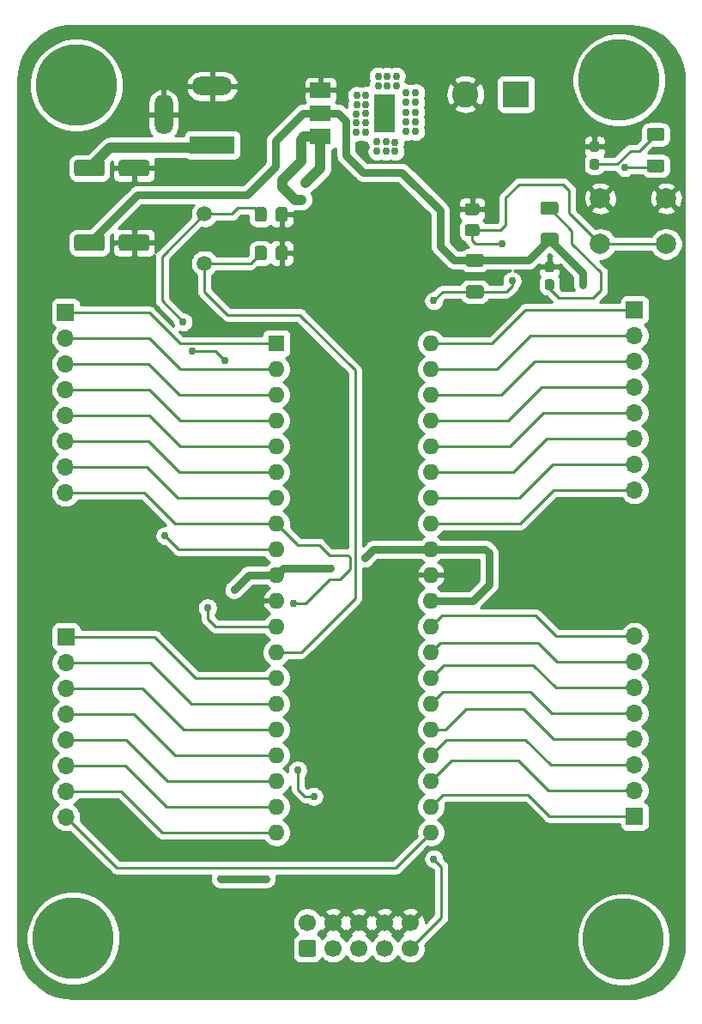
<source format=gbr>
%TF.GenerationSoftware,KiCad,Pcbnew,(5.1.12)-1*%
%TF.CreationDate,2022-02-14T10:56:51+02:00*%
%TF.ProjectId,ATMEGA32A_PU_V1,41544d45-4741-4333-9241-5f50555f5631,V01*%
%TF.SameCoordinates,Original*%
%TF.FileFunction,Copper,L1,Top*%
%TF.FilePolarity,Positive*%
%FSLAX46Y46*%
G04 Gerber Fmt 4.6, Leading zero omitted, Abs format (unit mm)*
G04 Created by KiCad (PCBNEW (5.1.12)-1) date 2022-02-14 10:56:51*
%MOMM*%
%LPD*%
G01*
G04 APERTURE LIST*
%TA.AperFunction,ComponentPad*%
%ADD10R,4.400000X1.800000*%
%TD*%
%TA.AperFunction,ComponentPad*%
%ADD11O,4.000000X1.800000*%
%TD*%
%TA.AperFunction,ComponentPad*%
%ADD12O,1.800000X4.000000*%
%TD*%
%TA.AperFunction,ComponentPad*%
%ADD13C,8.000000*%
%TD*%
%TA.AperFunction,ComponentPad*%
%ADD14C,0.900000*%
%TD*%
%TA.AperFunction,ComponentPad*%
%ADD15C,1.700000*%
%TD*%
%TA.AperFunction,ComponentPad*%
%ADD16R,2.600000X2.600000*%
%TD*%
%TA.AperFunction,ComponentPad*%
%ADD17C,2.600000*%
%TD*%
%TA.AperFunction,ComponentPad*%
%ADD18O,1.700000X1.700000*%
%TD*%
%TA.AperFunction,ComponentPad*%
%ADD19R,1.700000X1.700000*%
%TD*%
%TA.AperFunction,ComponentPad*%
%ADD20C,2.000000*%
%TD*%
%TA.AperFunction,ComponentPad*%
%ADD21R,1.600000X1.600000*%
%TD*%
%TA.AperFunction,ComponentPad*%
%ADD22O,1.600000X1.600000*%
%TD*%
%TA.AperFunction,ComponentPad*%
%ADD23C,1.500000*%
%TD*%
%TA.AperFunction,SMDPad,CuDef*%
%ADD24R,2.000000X3.800000*%
%TD*%
%TA.AperFunction,SMDPad,CuDef*%
%ADD25R,2.000000X1.500000*%
%TD*%
%TA.AperFunction,ViaPad*%
%ADD26C,0.762000*%
%TD*%
%TA.AperFunction,Conductor*%
%ADD27C,0.254000*%
%TD*%
%TA.AperFunction,Conductor*%
%ADD28C,1.016000*%
%TD*%
%TA.AperFunction,Conductor*%
%ADD29C,0.762000*%
%TD*%
%TA.AperFunction,Conductor*%
%ADD30C,0.100000*%
%TD*%
G04 APERTURE END LIST*
D10*
%TO.P,J2,1*%
%TO.N,VCCQ*%
X130556000Y-62484000D03*
D11*
%TO.P,J2,2*%
%TO.N,GND*%
X130556000Y-56684000D03*
D12*
%TO.P,J2,3*%
X125756000Y-59484000D03*
%TD*%
%TO.P,C1,1*%
%TO.N,Net-(C1-Pad1)*%
%TA.AperFunction,SMDPad,CuDef*%
G36*
G01*
X134751500Y-73627000D02*
X134751500Y-72677000D01*
G75*
G02*
X135001500Y-72427000I250000J0D01*
G01*
X135676500Y-72427000D01*
G75*
G02*
X135926500Y-72677000I0J-250000D01*
G01*
X135926500Y-73627000D01*
G75*
G02*
X135676500Y-73877000I-250000J0D01*
G01*
X135001500Y-73877000D01*
G75*
G02*
X134751500Y-73627000I0J250000D01*
G01*
G37*
%TD.AperFunction*%
%TO.P,C1,2*%
%TO.N,GND*%
%TA.AperFunction,SMDPad,CuDef*%
G36*
G01*
X136826500Y-73627000D02*
X136826500Y-72677000D01*
G75*
G02*
X137076500Y-72427000I250000J0D01*
G01*
X137751500Y-72427000D01*
G75*
G02*
X138001500Y-72677000I0J-250000D01*
G01*
X138001500Y-73627000D01*
G75*
G02*
X137751500Y-73877000I-250000J0D01*
G01*
X137076500Y-73877000D01*
G75*
G02*
X136826500Y-73627000I0J250000D01*
G01*
G37*
%TD.AperFunction*%
%TD*%
%TO.P,C2,2*%
%TO.N,GND*%
%TA.AperFunction,SMDPad,CuDef*%
G36*
G01*
X136826500Y-69817000D02*
X136826500Y-68867000D01*
G75*
G02*
X137076500Y-68617000I250000J0D01*
G01*
X137751500Y-68617000D01*
G75*
G02*
X138001500Y-68867000I0J-250000D01*
G01*
X138001500Y-69817000D01*
G75*
G02*
X137751500Y-70067000I-250000J0D01*
G01*
X137076500Y-70067000D01*
G75*
G02*
X136826500Y-69817000I0J250000D01*
G01*
G37*
%TD.AperFunction*%
%TO.P,C2,1*%
%TO.N,Net-(C2-Pad1)*%
%TA.AperFunction,SMDPad,CuDef*%
G36*
G01*
X134751500Y-69817000D02*
X134751500Y-68867000D01*
G75*
G02*
X135001500Y-68617000I250000J0D01*
G01*
X135676500Y-68617000D01*
G75*
G02*
X135926500Y-68867000I0J-250000D01*
G01*
X135926500Y-69817000D01*
G75*
G02*
X135676500Y-70067000I-250000J0D01*
G01*
X135001500Y-70067000D01*
G75*
G02*
X134751500Y-69817000I0J250000D01*
G01*
G37*
%TD.AperFunction*%
%TD*%
%TO.P,C3,1*%
%TO.N,RESET*%
%TA.AperFunction,SMDPad,CuDef*%
G36*
G01*
X156685000Y-71475000D02*
X155735000Y-71475000D01*
G75*
G02*
X155485000Y-71225000I0J250000D01*
G01*
X155485000Y-70550000D01*
G75*
G02*
X155735000Y-70300000I250000J0D01*
G01*
X156685000Y-70300000D01*
G75*
G02*
X156935000Y-70550000I0J-250000D01*
G01*
X156935000Y-71225000D01*
G75*
G02*
X156685000Y-71475000I-250000J0D01*
G01*
G37*
%TD.AperFunction*%
%TO.P,C3,2*%
%TO.N,GND*%
%TA.AperFunction,SMDPad,CuDef*%
G36*
G01*
X156685000Y-69400000D02*
X155735000Y-69400000D01*
G75*
G02*
X155485000Y-69150000I0J250000D01*
G01*
X155485000Y-68475000D01*
G75*
G02*
X155735000Y-68225000I250000J0D01*
G01*
X156685000Y-68225000D01*
G75*
G02*
X156935000Y-68475000I0J-250000D01*
G01*
X156935000Y-69150000D01*
G75*
G02*
X156685000Y-69400000I-250000J0D01*
G01*
G37*
%TD.AperFunction*%
%TD*%
%TO.P,C4,2*%
%TO.N,GND*%
%TA.AperFunction,SMDPad,CuDef*%
G36*
G01*
X121350000Y-65320000D02*
X121350000Y-64220000D01*
G75*
G02*
X121600000Y-63970000I250000J0D01*
G01*
X124100000Y-63970000D01*
G75*
G02*
X124350000Y-64220000I0J-250000D01*
G01*
X124350000Y-65320000D01*
G75*
G02*
X124100000Y-65570000I-250000J0D01*
G01*
X121600000Y-65570000D01*
G75*
G02*
X121350000Y-65320000I0J250000D01*
G01*
G37*
%TD.AperFunction*%
%TO.P,C4,1*%
%TO.N,VCCQ*%
%TA.AperFunction,SMDPad,CuDef*%
G36*
G01*
X116950000Y-65320000D02*
X116950000Y-64220000D01*
G75*
G02*
X117200000Y-63970000I250000J0D01*
G01*
X119700000Y-63970000D01*
G75*
G02*
X119950000Y-64220000I0J-250000D01*
G01*
X119950000Y-65320000D01*
G75*
G02*
X119700000Y-65570000I-250000J0D01*
G01*
X117200000Y-65570000D01*
G75*
G02*
X116950000Y-65320000I0J250000D01*
G01*
G37*
%TD.AperFunction*%
%TD*%
%TO.P,C5,1*%
%TO.N,VCC*%
%TA.AperFunction,SMDPad,CuDef*%
G36*
G01*
X116950000Y-72686000D02*
X116950000Y-71586000D01*
G75*
G02*
X117200000Y-71336000I250000J0D01*
G01*
X119700000Y-71336000D01*
G75*
G02*
X119950000Y-71586000I0J-250000D01*
G01*
X119950000Y-72686000D01*
G75*
G02*
X119700000Y-72936000I-250000J0D01*
G01*
X117200000Y-72936000D01*
G75*
G02*
X116950000Y-72686000I0J250000D01*
G01*
G37*
%TD.AperFunction*%
%TO.P,C5,2*%
%TO.N,GND*%
%TA.AperFunction,SMDPad,CuDef*%
G36*
G01*
X121350000Y-72686000D02*
X121350000Y-71586000D01*
G75*
G02*
X121600000Y-71336000I250000J0D01*
G01*
X124100000Y-71336000D01*
G75*
G02*
X124350000Y-71586000I0J-250000D01*
G01*
X124350000Y-72686000D01*
G75*
G02*
X124100000Y-72936000I-250000J0D01*
G01*
X121600000Y-72936000D01*
G75*
G02*
X121350000Y-72686000I0J250000D01*
G01*
G37*
%TD.AperFunction*%
%TD*%
%TO.P,D1,1*%
%TO.N,GND*%
%TA.AperFunction,SMDPad,CuDef*%
G36*
G01*
X163592500Y-73988500D02*
X164067500Y-73988500D01*
G75*
G02*
X164305000Y-74226000I0J-237500D01*
G01*
X164305000Y-74801000D01*
G75*
G02*
X164067500Y-75038500I-237500J0D01*
G01*
X163592500Y-75038500D01*
G75*
G02*
X163355000Y-74801000I0J237500D01*
G01*
X163355000Y-74226000D01*
G75*
G02*
X163592500Y-73988500I237500J0D01*
G01*
G37*
%TD.AperFunction*%
%TO.P,D1,2*%
%TO.N,Net-(D1-Pad2)*%
%TA.AperFunction,SMDPad,CuDef*%
G36*
G01*
X163592500Y-75738500D02*
X164067500Y-75738500D01*
G75*
G02*
X164305000Y-75976000I0J-237500D01*
G01*
X164305000Y-76551000D01*
G75*
G02*
X164067500Y-76788500I-237500J0D01*
G01*
X163592500Y-76788500D01*
G75*
G02*
X163355000Y-76551000I0J237500D01*
G01*
X163355000Y-75976000D01*
G75*
G02*
X163592500Y-75738500I237500J0D01*
G01*
G37*
%TD.AperFunction*%
%TD*%
D13*
%TO.P,H1,1*%
%TO.N,Net-(H1-Pad1)*%
X116840000Y-140716000D03*
D14*
X119840000Y-140716000D03*
X118961320Y-142837320D03*
X116840000Y-143716000D03*
X114718680Y-142837320D03*
X113840000Y-140716000D03*
X114718680Y-138594680D03*
X116840000Y-137716000D03*
X118961320Y-138594680D03*
%TD*%
%TO.P,H2,1*%
%TO.N,Net-(H2-Pad1)*%
X119278820Y-54457180D03*
X117157500Y-53578500D03*
X115036180Y-54457180D03*
X114157500Y-56578500D03*
X115036180Y-58699820D03*
X117157500Y-59578500D03*
X119278820Y-58699820D03*
X120157500Y-56578500D03*
D13*
X117157500Y-56578500D03*
%TD*%
D14*
%TO.P,H3,1*%
%TO.N,Net-(H3-Pad1)*%
X173253820Y-138721680D03*
X171132500Y-137843000D03*
X169011180Y-138721680D03*
X168132500Y-140843000D03*
X169011180Y-142964320D03*
X171132500Y-143843000D03*
X173253820Y-142964320D03*
X174132500Y-140843000D03*
D13*
X171132500Y-140843000D03*
%TD*%
%TO.P,H4,1*%
%TO.N,Net-(H4-Pad1)*%
X170688000Y-56070500D03*
D14*
X173688000Y-56070500D03*
X172809320Y-58191820D03*
X170688000Y-59070500D03*
X168566680Y-58191820D03*
X167688000Y-56070500D03*
X168566680Y-53949180D03*
X170688000Y-53070500D03*
X172809320Y-53949180D03*
%TD*%
%TO.P,J1,1*%
%TO.N,B5*%
%TA.AperFunction,ComponentPad*%
G36*
G01*
X140554000Y-142582000D02*
X139354000Y-142582000D01*
G75*
G02*
X139104000Y-142332000I0J250000D01*
G01*
X139104000Y-141132000D01*
G75*
G02*
X139354000Y-140882000I250000J0D01*
G01*
X140554000Y-140882000D01*
G75*
G02*
X140804000Y-141132000I0J-250000D01*
G01*
X140804000Y-142332000D01*
G75*
G02*
X140554000Y-142582000I-250000J0D01*
G01*
G37*
%TD.AperFunction*%
D15*
%TO.P,J1,3*%
%TO.N,Net-(J1-Pad3)*%
X142494000Y-141732000D03*
%TO.P,J1,5*%
%TO.N,RESET*%
X145034000Y-141732000D03*
%TO.P,J1,7*%
%TO.N,B7*%
X147574000Y-141732000D03*
%TO.P,J1,9*%
%TO.N,B6*%
X150114000Y-141732000D03*
%TO.P,J1,2*%
%TO.N,VCC*%
X139954000Y-139192000D03*
%TO.P,J1,4*%
%TO.N,GND*%
X142494000Y-139192000D03*
%TO.P,J1,6*%
X145034000Y-139192000D03*
%TO.P,J1,8*%
X147574000Y-139192000D03*
%TO.P,J1,10*%
X150114000Y-139192000D03*
%TD*%
D16*
%TO.P,J3,1*%
%TO.N,VCCQ*%
X160528000Y-57467500D03*
D17*
%TO.P,J3,2*%
%TO.N,GND*%
X155528000Y-57467500D03*
%TD*%
D18*
%TO.P,J4,8*%
%TO.N,A7*%
X172212000Y-96520000D03*
%TO.P,J4,7*%
%TO.N,A6*%
X172212000Y-93980000D03*
%TO.P,J4,6*%
%TO.N,A5*%
X172212000Y-91440000D03*
%TO.P,J4,5*%
%TO.N,A4*%
X172212000Y-88900000D03*
%TO.P,J4,4*%
%TO.N,A3*%
X172212000Y-86360000D03*
%TO.P,J4,3*%
%TO.N,A2*%
X172212000Y-83820000D03*
%TO.P,J4,2*%
%TO.N,A1*%
X172212000Y-81280000D03*
D19*
%TO.P,J4,1*%
%TO.N,A0*%
X172212000Y-78740000D03*
%TD*%
%TO.P,J5,1*%
%TO.N,C0*%
X172212000Y-128714500D03*
D18*
%TO.P,J5,2*%
%TO.N,C1*%
X172212000Y-126174500D03*
%TO.P,J5,3*%
%TO.N,C2*%
X172212000Y-123634500D03*
%TO.P,J5,4*%
%TO.N,C3*%
X172212000Y-121094500D03*
%TO.P,J5,5*%
%TO.N,C4*%
X172212000Y-118554500D03*
%TO.P,J5,6*%
%TO.N,C5*%
X172212000Y-116014500D03*
%TO.P,J5,7*%
%TO.N,C6*%
X172212000Y-113474500D03*
%TO.P,J5,8*%
%TO.N,C7*%
X172212000Y-110934500D03*
%TD*%
%TO.P,J6,8*%
%TO.N,B7*%
X116078000Y-96774000D03*
%TO.P,J6,7*%
%TO.N,B6*%
X116078000Y-94234000D03*
%TO.P,J6,6*%
%TO.N,B5*%
X116078000Y-91694000D03*
%TO.P,J6,5*%
%TO.N,B4*%
X116078000Y-89154000D03*
%TO.P,J6,4*%
%TO.N,B3*%
X116078000Y-86614000D03*
%TO.P,J6,3*%
%TO.N,B2*%
X116078000Y-84074000D03*
%TO.P,J6,2*%
%TO.N,B1*%
X116078000Y-81534000D03*
D19*
%TO.P,J6,1*%
%TO.N,B0*%
X116078000Y-78994000D03*
%TD*%
%TO.P,J7,1*%
%TO.N,D0*%
X116141500Y-110998000D03*
D18*
%TO.P,J7,2*%
%TO.N,D1*%
X116141500Y-113538000D03*
%TO.P,J7,3*%
%TO.N,D2*%
X116141500Y-116078000D03*
%TO.P,J7,4*%
%TO.N,D3*%
X116141500Y-118618000D03*
%TO.P,J7,5*%
%TO.N,D4*%
X116141500Y-121158000D03*
%TO.P,J7,6*%
%TO.N,D5*%
X116141500Y-123698000D03*
%TO.P,J7,7*%
%TO.N,D6*%
X116141500Y-126238000D03*
%TO.P,J7,8*%
%TO.N,D7*%
X116141500Y-128778000D03*
%TD*%
%TO.P,R1,2*%
%TO.N,RESET*%
%TA.AperFunction,SMDPad,CuDef*%
G36*
G01*
X155839000Y-76312000D02*
X157089000Y-76312000D01*
G75*
G02*
X157339000Y-76562000I0J-250000D01*
G01*
X157339000Y-77362000D01*
G75*
G02*
X157089000Y-77612000I-250000J0D01*
G01*
X155839000Y-77612000D01*
G75*
G02*
X155589000Y-77362000I0J250000D01*
G01*
X155589000Y-76562000D01*
G75*
G02*
X155839000Y-76312000I250000J0D01*
G01*
G37*
%TD.AperFunction*%
%TO.P,R1,1*%
%TO.N,VCC*%
%TA.AperFunction,SMDPad,CuDef*%
G36*
G01*
X155839000Y-73212000D02*
X157089000Y-73212000D01*
G75*
G02*
X157339000Y-73462000I0J-250000D01*
G01*
X157339000Y-74262000D01*
G75*
G02*
X157089000Y-74512000I-250000J0D01*
G01*
X155839000Y-74512000D01*
G75*
G02*
X155589000Y-74262000I0J250000D01*
G01*
X155589000Y-73462000D01*
G75*
G02*
X155839000Y-73212000I250000J0D01*
G01*
G37*
%TD.AperFunction*%
%TD*%
%TO.P,R2,1*%
%TO.N,Net-(D1-Pad2)*%
%TA.AperFunction,SMDPad,CuDef*%
G36*
G01*
X163205000Y-68057000D02*
X164455000Y-68057000D01*
G75*
G02*
X164705000Y-68307000I0J-250000D01*
G01*
X164705000Y-69107000D01*
G75*
G02*
X164455000Y-69357000I-250000J0D01*
G01*
X163205000Y-69357000D01*
G75*
G02*
X162955000Y-69107000I0J250000D01*
G01*
X162955000Y-68307000D01*
G75*
G02*
X163205000Y-68057000I250000J0D01*
G01*
G37*
%TD.AperFunction*%
%TO.P,R2,2*%
%TO.N,VCC*%
%TA.AperFunction,SMDPad,CuDef*%
G36*
G01*
X163205000Y-71157000D02*
X164455000Y-71157000D01*
G75*
G02*
X164705000Y-71407000I0J-250000D01*
G01*
X164705000Y-72207000D01*
G75*
G02*
X164455000Y-72457000I-250000J0D01*
G01*
X163205000Y-72457000D01*
G75*
G02*
X162955000Y-72207000I0J250000D01*
G01*
X162955000Y-71407000D01*
G75*
G02*
X163205000Y-71157000I250000J0D01*
G01*
G37*
%TD.AperFunction*%
%TD*%
D20*
%TO.P,SW1,2*%
%TO.N,RESET*%
X168846500Y-72254500D03*
%TO.P,SW1,1*%
%TO.N,GND*%
X168846500Y-67754500D03*
%TO.P,SW1,2*%
%TO.N,RESET*%
X175346500Y-72254500D03*
%TO.P,SW1,1*%
%TO.N,GND*%
X175346500Y-67754500D03*
%TD*%
D21*
%TO.P,U1,1*%
%TO.N,B0*%
X136906000Y-82042000D03*
D22*
%TO.P,U1,21*%
%TO.N,D7*%
X152146000Y-130302000D03*
%TO.P,U1,2*%
%TO.N,B1*%
X136906000Y-84582000D03*
%TO.P,U1,22*%
%TO.N,C0*%
X152146000Y-127762000D03*
%TO.P,U1,3*%
%TO.N,B2*%
X136906000Y-87122000D03*
%TO.P,U1,23*%
%TO.N,C1*%
X152146000Y-125222000D03*
%TO.P,U1,4*%
%TO.N,B3*%
X136906000Y-89662000D03*
%TO.P,U1,24*%
%TO.N,C2*%
X152146000Y-122682000D03*
%TO.P,U1,5*%
%TO.N,B4*%
X136906000Y-92202000D03*
%TO.P,U1,25*%
%TO.N,C3*%
X152146000Y-120142000D03*
%TO.P,U1,6*%
%TO.N,B5*%
X136906000Y-94742000D03*
%TO.P,U1,26*%
%TO.N,C4*%
X152146000Y-117602000D03*
%TO.P,U1,7*%
%TO.N,B6*%
X136906000Y-97282000D03*
%TO.P,U1,27*%
%TO.N,C5*%
X152146000Y-115062000D03*
%TO.P,U1,8*%
%TO.N,B7*%
X136906000Y-99822000D03*
%TO.P,U1,28*%
%TO.N,C6*%
X152146000Y-112522000D03*
%TO.P,U1,9*%
%TO.N,RESET*%
X136906000Y-102362000D03*
%TO.P,U1,29*%
%TO.N,C7*%
X152146000Y-109982000D03*
%TO.P,U1,10*%
%TO.N,VCC*%
X136906000Y-104902000D03*
%TO.P,U1,30*%
X152146000Y-107442000D03*
%TO.P,U1,11*%
%TO.N,GND*%
X136906000Y-107442000D03*
%TO.P,U1,31*%
X152146000Y-104902000D03*
%TO.P,U1,12*%
%TO.N,Net-(C2-Pad1)*%
X136906000Y-109982000D03*
%TO.P,U1,32*%
%TO.N,VCC*%
X152146000Y-102362000D03*
%TO.P,U1,13*%
%TO.N,Net-(C1-Pad1)*%
X136906000Y-112522000D03*
%TO.P,U1,33*%
%TO.N,A7*%
X152146000Y-99822000D03*
%TO.P,U1,14*%
%TO.N,D0*%
X136906000Y-115062000D03*
%TO.P,U1,34*%
%TO.N,A6*%
X152146000Y-97282000D03*
%TO.P,U1,15*%
%TO.N,D1*%
X136906000Y-117602000D03*
%TO.P,U1,35*%
%TO.N,A5*%
X152146000Y-94742000D03*
%TO.P,U1,16*%
%TO.N,D2*%
X136906000Y-120142000D03*
%TO.P,U1,36*%
%TO.N,A4*%
X152146000Y-92202000D03*
%TO.P,U1,17*%
%TO.N,D3*%
X136906000Y-122682000D03*
%TO.P,U1,37*%
%TO.N,A3*%
X152146000Y-89662000D03*
%TO.P,U1,18*%
%TO.N,D4*%
X136906000Y-125222000D03*
%TO.P,U1,38*%
%TO.N,A2*%
X152146000Y-87122000D03*
%TO.P,U1,19*%
%TO.N,D5*%
X136906000Y-127762000D03*
%TO.P,U1,39*%
%TO.N,A1*%
X152146000Y-84582000D03*
%TO.P,U1,20*%
%TO.N,D6*%
X136906000Y-130302000D03*
%TO.P,U1,40*%
%TO.N,A0*%
X152146000Y-82042000D03*
%TD*%
D23*
%TO.P,Y1,1*%
%TO.N,Net-(C1-Pad1)*%
X129794000Y-74168000D03*
%TO.P,Y1,2*%
%TO.N,Net-(C2-Pad1)*%
X129794000Y-69288000D03*
%TD*%
D24*
%TO.P,U2,2*%
%TO.N,N/C*%
X147549000Y-59372500D03*
D25*
%TO.N,VCC*%
X141249000Y-59372500D03*
%TO.P,U2,3*%
%TO.N,VCCQ*%
X141249000Y-61672500D03*
%TO.P,U2,1*%
%TO.N,GND*%
X141249000Y-57072500D03*
%TD*%
%TO.P,D2,1*%
%TO.N,Net-(D2-Pad1)*%
%TA.AperFunction,SMDPad,CuDef*%
G36*
G01*
X168512500Y-64914000D02*
X168037500Y-64914000D01*
G75*
G02*
X167800000Y-64676500I0J237500D01*
G01*
X167800000Y-64101500D01*
G75*
G02*
X168037500Y-63864000I237500J0D01*
G01*
X168512500Y-63864000D01*
G75*
G02*
X168750000Y-64101500I0J-237500D01*
G01*
X168750000Y-64676500D01*
G75*
G02*
X168512500Y-64914000I-237500J0D01*
G01*
G37*
%TD.AperFunction*%
%TO.P,D2,2*%
%TO.N,GND*%
%TA.AperFunction,SMDPad,CuDef*%
G36*
G01*
X168512500Y-63164000D02*
X168037500Y-63164000D01*
G75*
G02*
X167800000Y-62926500I0J237500D01*
G01*
X167800000Y-62351500D01*
G75*
G02*
X168037500Y-62114000I237500J0D01*
G01*
X168512500Y-62114000D01*
G75*
G02*
X168750000Y-62351500I0J-237500D01*
G01*
X168750000Y-62926500D01*
G75*
G02*
X168512500Y-63164000I-237500J0D01*
G01*
G37*
%TD.AperFunction*%
%TD*%
%TO.P,R3,1*%
%TO.N,B3*%
%TA.AperFunction,SMDPad,CuDef*%
G36*
G01*
X174932500Y-65192000D02*
X173682500Y-65192000D01*
G75*
G02*
X173432500Y-64942000I0J250000D01*
G01*
X173432500Y-64142000D01*
G75*
G02*
X173682500Y-63892000I250000J0D01*
G01*
X174932500Y-63892000D01*
G75*
G02*
X175182500Y-64142000I0J-250000D01*
G01*
X175182500Y-64942000D01*
G75*
G02*
X174932500Y-65192000I-250000J0D01*
G01*
G37*
%TD.AperFunction*%
%TO.P,R3,2*%
%TO.N,Net-(D2-Pad1)*%
%TA.AperFunction,SMDPad,CuDef*%
G36*
G01*
X174932500Y-62092000D02*
X173682500Y-62092000D01*
G75*
G02*
X173432500Y-61842000I0J250000D01*
G01*
X173432500Y-61042000D01*
G75*
G02*
X173682500Y-60792000I250000J0D01*
G01*
X174932500Y-60792000D01*
G75*
G02*
X175182500Y-61042000I0J-250000D01*
G01*
X175182500Y-61842000D01*
G75*
G02*
X174932500Y-62092000I-250000J0D01*
G01*
G37*
%TD.AperFunction*%
%TD*%
D26*
%TO.N,*%
X146939000Y-56642000D03*
X147828000Y-56642000D03*
X148717000Y-56642000D03*
X149669500Y-57340500D03*
X149669500Y-58293000D03*
X149669500Y-59245500D03*
X149669500Y-60198000D03*
X149669500Y-61150500D03*
X148590000Y-62230000D03*
X147701000Y-62166500D03*
X146812000Y-62166500D03*
X146939000Y-55689500D03*
X147828000Y-55689500D03*
X148717000Y-55689500D03*
X150622000Y-57340500D03*
X150622000Y-58293000D03*
X150622000Y-59245500D03*
X150622000Y-60198000D03*
X150622000Y-61150500D03*
X148590000Y-63119000D03*
X147701000Y-63119000D03*
X146812000Y-63119000D03*
X145732500Y-57594500D03*
X145732500Y-58483500D03*
X145669000Y-59372500D03*
X145669000Y-60261500D03*
X145669000Y-61214000D03*
X144843500Y-57594500D03*
X144843500Y-58547000D03*
X144780000Y-59436000D03*
X144780000Y-60325000D03*
X144780000Y-61214000D03*
%TO.N,GND*%
X142621000Y-63881000D03*
%TO.N,Net-(C2-Pad1)*%
X127698500Y-79946500D03*
X128587500Y-82804000D03*
X131826000Y-83756500D03*
X130111500Y-108140500D03*
%TO.N,RESET*%
X125920500Y-101028500D03*
X152400000Y-77851000D03*
X160147000Y-75882500D03*
X159194500Y-72199500D03*
%TO.N,VCCQ*%
X139763500Y-66230500D03*
X139382500Y-67881500D03*
%TO.N,VCC*%
X135890000Y-134874000D03*
X131381500Y-134874000D03*
X132715000Y-106362500D03*
X145605500Y-103251000D03*
X142240000Y-104203500D03*
X167132000Y-76263500D03*
%TO.N,B7*%
X140589000Y-126746000D03*
X139001500Y-124142500D03*
X138620500Y-107696000D03*
%TO.N,B6*%
X152400000Y-132905500D03*
%TO.N,B3*%
X171264173Y-64699958D03*
%TD*%
D27*
%TO.N,Net-(C1-Pad1)*%
X134323000Y-74168000D02*
X135339000Y-73152000D01*
X129794000Y-74168000D02*
X134323000Y-74168000D01*
X144653010Y-107188010D02*
X139319020Y-112522000D01*
X144653010Y-84709010D02*
X144653010Y-107188010D01*
X132080000Y-79248000D02*
X139192000Y-79248000D01*
X129794000Y-76962000D02*
X132080000Y-79248000D01*
X139319020Y-112522000D02*
X136906000Y-112522000D01*
X139192000Y-79248000D02*
X144653010Y-84709010D01*
X129794000Y-74168000D02*
X129794000Y-76962000D01*
%TO.N,Net-(C2-Pad1)*%
X129794000Y-69288000D02*
X132515000Y-69288000D01*
X132515000Y-69288000D02*
X133096000Y-68707000D01*
X134704000Y-68707000D02*
X135339000Y-69342000D01*
X133096000Y-68707000D02*
X134704000Y-68707000D01*
X129794000Y-69288000D02*
X125603000Y-73479000D01*
X125603000Y-73479000D02*
X125603000Y-77851000D01*
X125603000Y-77851000D02*
X127698500Y-79946500D01*
X130873500Y-82804000D02*
X131826000Y-83756500D01*
X128587500Y-82804000D02*
X130873500Y-82804000D01*
X130111500Y-108140500D02*
X130111500Y-109220000D01*
X130873500Y-109982000D02*
X136906000Y-109982000D01*
X130111500Y-109220000D02*
X130873500Y-109982000D01*
%TO.N,RESET*%
X127254000Y-102362000D02*
X125920500Y-101028500D01*
X136906000Y-102362000D02*
X127254000Y-102362000D01*
X153289000Y-76962000D02*
X156464000Y-76962000D01*
X152400000Y-77851000D02*
X153289000Y-76962000D01*
X175346500Y-72254500D02*
X168846500Y-72254500D01*
X168846500Y-72254500D02*
X165798500Y-69206500D01*
X165798500Y-69206500D02*
X165798500Y-66992500D01*
X165798500Y-66992500D02*
X165163500Y-66357500D01*
X165163500Y-66357500D02*
X160845500Y-66357500D01*
X160845500Y-66357500D02*
X159512000Y-67691000D01*
X159512000Y-67691000D02*
X159512000Y-70358000D01*
X158982500Y-70887500D02*
X156210000Y-70887500D01*
X159512000Y-70358000D02*
X158982500Y-70887500D01*
X156464000Y-76962000D02*
X159575500Y-76962000D01*
X160147000Y-76390500D02*
X160147000Y-75882500D01*
X159575500Y-76962000D02*
X160147000Y-76390500D01*
X159194500Y-72199500D02*
X156527500Y-72199500D01*
X156210000Y-71882000D02*
X156210000Y-70887500D01*
X156527500Y-72199500D02*
X156210000Y-71882000D01*
D28*
%TO.N,VCCQ*%
X141249000Y-64745000D02*
X139763500Y-66230500D01*
X141249000Y-61672500D02*
X141249000Y-64745000D01*
X139382500Y-67881500D02*
X138747500Y-67881500D01*
X137477500Y-66611500D02*
X137477500Y-65976500D01*
X138747500Y-67881500D02*
X137477500Y-66611500D01*
X137477500Y-65976500D02*
X139319000Y-64135000D01*
X139319000Y-64135000D02*
X139319000Y-61976000D01*
X139622500Y-61672500D02*
X141249000Y-61672500D01*
X139319000Y-61976000D02*
X139622500Y-61672500D01*
X118450000Y-64770000D02*
X120482000Y-62738000D01*
X130302000Y-62738000D02*
X130556000Y-62484000D01*
X120482000Y-62738000D02*
X130302000Y-62738000D01*
D29*
%TO.N,VCC*%
X135890000Y-134874000D02*
X131381500Y-134874000D01*
X134175500Y-104902000D02*
X136906000Y-104902000D01*
X132715000Y-106362500D02*
X134175500Y-104902000D01*
D27*
X137414000Y-104394000D02*
X136906000Y-104902000D01*
D29*
X161775000Y-73862000D02*
X163830000Y-71807000D01*
X156464000Y-73862000D02*
X161775000Y-73862000D01*
X146494500Y-102362000D02*
X145605500Y-103251000D01*
X152146000Y-102362000D02*
X146494500Y-102362000D01*
X137604500Y-104203500D02*
X136906000Y-104902000D01*
X142240000Y-104203500D02*
X137604500Y-104203500D01*
X157480000Y-102362000D02*
X152146000Y-102362000D01*
X157861000Y-102743000D02*
X157480000Y-102362000D01*
X157861000Y-105854500D02*
X157861000Y-102743000D01*
X156273500Y-107442000D02*
X157861000Y-105854500D01*
X152146000Y-107442000D02*
X156273500Y-107442000D01*
X167132000Y-75109000D02*
X163830000Y-71807000D01*
X167132000Y-76263500D02*
X167132000Y-75109000D01*
X139487000Y-59372500D02*
X136779000Y-62080500D01*
X141249000Y-59372500D02*
X139487000Y-59372500D01*
X136779000Y-62080500D02*
X136779000Y-64643000D01*
X136779000Y-64643000D02*
X134048500Y-67373500D01*
X123212500Y-67373500D02*
X118450000Y-72136000D01*
X134048500Y-67373500D02*
X123212500Y-67373500D01*
X154443500Y-73862000D02*
X156464000Y-73862000D01*
X153035000Y-72453500D02*
X154443500Y-73862000D01*
X153035000Y-68961000D02*
X153035000Y-72453500D01*
X145478500Y-65214500D02*
X149288500Y-65214500D01*
X143763999Y-63499999D02*
X145478500Y-65214500D01*
X143763999Y-60125499D02*
X143763999Y-63499999D01*
X149288500Y-65214500D02*
X153035000Y-68961000D01*
X143011000Y-59372500D02*
X143763999Y-60125499D01*
X141249000Y-59372500D02*
X143011000Y-59372500D01*
D27*
%TO.N,Net-(D1-Pad2)*%
X163830000Y-76263500D02*
X163830000Y-76644500D01*
X163830000Y-76644500D02*
X164782500Y-77597000D01*
X164782500Y-77597000D02*
X168148000Y-77597000D01*
X168148000Y-77597000D02*
X168910000Y-76835000D01*
X168910000Y-76835000D02*
X168910000Y-75057000D01*
X168910000Y-75057000D02*
X166052500Y-72199500D01*
X166052500Y-70929500D02*
X163830000Y-68707000D01*
X166052500Y-72199500D02*
X166052500Y-70929500D01*
%TO.N,B5*%
X116078000Y-91694000D02*
X124269500Y-91694000D01*
X127317500Y-94742000D02*
X136906000Y-94742000D01*
X124269500Y-91694000D02*
X127317500Y-94742000D01*
%TO.N,B7*%
X116078000Y-96774000D02*
X123825000Y-96774000D01*
X126873000Y-99822000D02*
X136906000Y-99822000D01*
X123825000Y-96774000D02*
X126873000Y-99822000D01*
X139001500Y-101917500D02*
X136906000Y-99822000D01*
X139700000Y-126746000D02*
X139001500Y-126047500D01*
X140589000Y-126746000D02*
X139700000Y-126746000D01*
X139001500Y-126047500D02*
X139001500Y-124142500D01*
X138620500Y-107696000D02*
X139763500Y-107696000D01*
X139763500Y-107696000D02*
X142113000Y-105346500D01*
X141097000Y-101917500D02*
X139001500Y-101917500D01*
X142113000Y-102933500D02*
X141097000Y-101917500D01*
X142113000Y-105346500D02*
X143129000Y-105346500D01*
X143129000Y-105346500D02*
X144145000Y-104330500D01*
X144145000Y-104330500D02*
X144145000Y-103124000D01*
X143954500Y-102933500D02*
X142113000Y-102933500D01*
X144145000Y-103124000D02*
X143954500Y-102933500D01*
%TO.N,B6*%
X116078000Y-94234000D02*
X124142500Y-94234000D01*
X127190500Y-97282000D02*
X136906000Y-97282000D01*
X124142500Y-94234000D02*
X127190500Y-97282000D01*
X150114000Y-141732000D02*
X153162000Y-138684000D01*
X153162000Y-133667500D02*
X152400000Y-132905500D01*
X153162000Y-138684000D02*
X153162000Y-133667500D01*
%TO.N,A7*%
X172212000Y-96520000D02*
X164274500Y-96520000D01*
X160972500Y-99822000D02*
X152146000Y-99822000D01*
X164274500Y-96520000D02*
X160972500Y-99822000D01*
%TO.N,A6*%
X172212000Y-93980000D02*
X164147500Y-93980000D01*
X160845500Y-97282000D02*
X152146000Y-97282000D01*
X164147500Y-93980000D02*
X160845500Y-97282000D01*
%TO.N,A5*%
X172212000Y-91440000D02*
X163576000Y-91440000D01*
X160274000Y-94742000D02*
X152146000Y-94742000D01*
X163576000Y-91440000D02*
X160274000Y-94742000D01*
%TO.N,A4*%
X172212000Y-88900000D02*
X163258500Y-88900000D01*
X159956500Y-92202000D02*
X152146000Y-92202000D01*
X163258500Y-88900000D02*
X159956500Y-92202000D01*
%TO.N,A3*%
X172212000Y-86360000D02*
X163068000Y-86360000D01*
X159766000Y-89662000D02*
X152146000Y-89662000D01*
X163068000Y-86360000D02*
X159766000Y-89662000D01*
%TO.N,A2*%
X172212000Y-83820000D02*
X162369500Y-83820000D01*
X159067500Y-87122000D02*
X152146000Y-87122000D01*
X162369500Y-83820000D02*
X159067500Y-87122000D01*
%TO.N,A1*%
X172212000Y-81280000D02*
X161988500Y-81280000D01*
X158686500Y-84582000D02*
X152146000Y-84582000D01*
X161988500Y-81280000D02*
X158686500Y-84582000D01*
%TO.N,A0*%
X172212000Y-78740000D02*
X161480500Y-78740000D01*
X158178500Y-82042000D02*
X152146000Y-82042000D01*
X161480500Y-78740000D02*
X158178500Y-82042000D01*
%TO.N,C7*%
X172212000Y-110934500D02*
X164528500Y-110934500D01*
X164528500Y-110934500D02*
X162496500Y-108902500D01*
X153225500Y-108902500D02*
X152146000Y-109982000D01*
X162496500Y-108902500D02*
X153225500Y-108902500D01*
%TO.N,C6*%
X172212000Y-113474500D02*
X164592000Y-113474500D01*
X164592000Y-113474500D02*
X162687000Y-111569500D01*
X153098500Y-111569500D02*
X152146000Y-112522000D01*
X162687000Y-111569500D02*
X153098500Y-111569500D01*
%TO.N,C5*%
X172212000Y-116014500D02*
X164465000Y-116014500D01*
X164465000Y-116014500D02*
X162242500Y-113792000D01*
X153416000Y-113792000D02*
X152146000Y-115062000D01*
X162242500Y-113792000D02*
X153416000Y-113792000D01*
%TO.N,C4*%
X172212000Y-118554500D02*
X164084000Y-118554500D01*
X164084000Y-118554500D02*
X161988500Y-116459000D01*
X153289000Y-116459000D02*
X152146000Y-117602000D01*
X161988500Y-116459000D02*
X153289000Y-116459000D01*
%TO.N,C3*%
X172212000Y-121094500D02*
X164274500Y-121094500D01*
X164274500Y-121094500D02*
X161290000Y-118110000D01*
X161290000Y-118110000D02*
X155575000Y-118110000D01*
X153543000Y-120142000D02*
X152146000Y-120142000D01*
X155575000Y-118110000D02*
X153543000Y-120142000D01*
%TO.N,C2*%
X172212000Y-123634500D02*
X163957000Y-123634500D01*
X163957000Y-123634500D02*
X161480500Y-121158000D01*
X153670000Y-121158000D02*
X152146000Y-122682000D01*
X161480500Y-121158000D02*
X153670000Y-121158000D01*
%TO.N,C1*%
X172212000Y-126174500D02*
X163766500Y-126174500D01*
X163766500Y-126174500D02*
X160782000Y-123190000D01*
X154178000Y-123190000D02*
X152146000Y-125222000D01*
X160782000Y-123190000D02*
X154178000Y-123190000D01*
%TO.N,C0*%
X172212000Y-128714500D02*
X163830000Y-128714500D01*
X163830000Y-128714500D02*
X161734500Y-126619000D01*
X153289000Y-126619000D02*
X152146000Y-127762000D01*
X161734500Y-126619000D02*
X153289000Y-126619000D01*
%TO.N,B4*%
X116078000Y-89154000D02*
X124333000Y-89154000D01*
X127381000Y-92202000D02*
X136906000Y-92202000D01*
X124333000Y-89154000D02*
X127381000Y-92202000D01*
%TO.N,B3*%
X116078000Y-86614000D02*
X124333000Y-86614000D01*
X127381000Y-89662000D02*
X136906000Y-89662000D01*
X124333000Y-86614000D02*
X127381000Y-89662000D01*
X174149542Y-64699958D02*
X174307500Y-64542000D01*
X171264173Y-64699958D02*
X174149542Y-64699958D01*
%TO.N,B2*%
X116078000Y-84074000D02*
X124269500Y-84074000D01*
X127317500Y-87122000D02*
X136906000Y-87122000D01*
X124269500Y-84074000D02*
X127317500Y-87122000D01*
%TO.N,B1*%
X116078000Y-81534000D02*
X124333000Y-81534000D01*
X127381000Y-84582000D02*
X136906000Y-84582000D01*
X124333000Y-81534000D02*
X127381000Y-84582000D01*
%TO.N,B0*%
X116078000Y-78994000D02*
X124333000Y-78994000D01*
X127381000Y-82042000D02*
X136906000Y-82042000D01*
X124333000Y-78994000D02*
X127381000Y-82042000D01*
%TO.N,D0*%
X116141500Y-110998000D02*
X124904500Y-110998000D01*
X128968500Y-115062000D02*
X136906000Y-115062000D01*
X124904500Y-110998000D02*
X128968500Y-115062000D01*
%TO.N,D1*%
X116141500Y-113538000D02*
X124460000Y-113538000D01*
X128524000Y-117602000D02*
X136906000Y-117602000D01*
X124460000Y-113538000D02*
X128524000Y-117602000D01*
%TO.N,D2*%
X116141500Y-116078000D02*
X123698000Y-116078000D01*
X127762000Y-120142000D02*
X136906000Y-120142000D01*
X123698000Y-116078000D02*
X127762000Y-120142000D01*
%TO.N,D3*%
X116141500Y-118618000D02*
X122809000Y-118618000D01*
X126873000Y-122682000D02*
X136906000Y-122682000D01*
X122809000Y-118618000D02*
X126873000Y-122682000D01*
%TO.N,D4*%
X116141500Y-121158000D02*
X122110500Y-121158000D01*
X126174500Y-125222000D02*
X136906000Y-125222000D01*
X122110500Y-121158000D02*
X126174500Y-125222000D01*
%TO.N,D5*%
X116141500Y-123698000D02*
X121983500Y-123698000D01*
X126047500Y-127762000D02*
X136906000Y-127762000D01*
X121983500Y-123698000D02*
X126047500Y-127762000D01*
%TO.N,D6*%
X116141500Y-126238000D02*
X121539000Y-126238000D01*
X125603000Y-130302000D02*
X136906000Y-130302000D01*
X121539000Y-126238000D02*
X125603000Y-130302000D01*
%TO.N,D7*%
X116141500Y-128778000D02*
X121158000Y-133794500D01*
X148653500Y-133794500D02*
X152146000Y-130302000D01*
X121158000Y-133794500D02*
X148653500Y-133794500D01*
%TO.N,Net-(D2-Pad1)*%
X168275000Y-64389000D02*
X170497500Y-64389000D01*
X170497500Y-64389000D02*
X171831000Y-63055500D01*
X172694000Y-63055500D02*
X174307500Y-61442000D01*
X171831000Y-63055500D02*
X172694000Y-63055500D01*
%TD*%
%TO.N,GND*%
X172572771Y-50770032D02*
X173419200Y-50977935D01*
X174221490Y-51318487D01*
X174959015Y-51782932D01*
X175612794Y-52359317D01*
X176166017Y-53032819D01*
X176604437Y-53786101D01*
X176916784Y-54599791D01*
X177096204Y-55458627D01*
X177140000Y-56154747D01*
X177140001Y-141197479D01*
X177067968Y-142092775D01*
X176860065Y-142939199D01*
X176519513Y-143741491D01*
X176055068Y-144479015D01*
X175478680Y-145132798D01*
X174805182Y-145686016D01*
X174051899Y-146124437D01*
X173238209Y-146436784D01*
X172379373Y-146616204D01*
X171683253Y-146660000D01*
X116866508Y-146660000D01*
X115971225Y-146587968D01*
X115124801Y-146380065D01*
X114322509Y-146039513D01*
X113584985Y-145575068D01*
X112931202Y-144998680D01*
X112377984Y-144325182D01*
X111939563Y-143571899D01*
X111627216Y-142758209D01*
X111447796Y-141899373D01*
X111406041Y-141235695D01*
X111407193Y-141224000D01*
X111404000Y-141191581D01*
X111404000Y-140259492D01*
X112205000Y-140259492D01*
X112205000Y-141172508D01*
X112383120Y-142067980D01*
X112732516Y-142911496D01*
X113239760Y-143670640D01*
X113885360Y-144316240D01*
X114644504Y-144823484D01*
X115488020Y-145172880D01*
X116383492Y-145351000D01*
X117296508Y-145351000D01*
X118191980Y-145172880D01*
X119035496Y-144823484D01*
X119794640Y-144316240D01*
X120440240Y-143670640D01*
X120947484Y-142911496D01*
X121296880Y-142067980D01*
X121475000Y-141172508D01*
X121475000Y-141132000D01*
X138465928Y-141132000D01*
X138465928Y-142332000D01*
X138482992Y-142505254D01*
X138533528Y-142671850D01*
X138615595Y-142825386D01*
X138726038Y-142959962D01*
X138860614Y-143070405D01*
X139014150Y-143152472D01*
X139180746Y-143203008D01*
X139354000Y-143220072D01*
X140554000Y-143220072D01*
X140727254Y-143203008D01*
X140893850Y-143152472D01*
X141047386Y-143070405D01*
X141181962Y-142959962D01*
X141292405Y-142825386D01*
X141360285Y-142698392D01*
X141547368Y-142885475D01*
X141790589Y-143047990D01*
X142060842Y-143159932D01*
X142347740Y-143217000D01*
X142640260Y-143217000D01*
X142927158Y-143159932D01*
X143197411Y-143047990D01*
X143440632Y-142885475D01*
X143647475Y-142678632D01*
X143764000Y-142504240D01*
X143880525Y-142678632D01*
X144087368Y-142885475D01*
X144330589Y-143047990D01*
X144600842Y-143159932D01*
X144887740Y-143217000D01*
X145180260Y-143217000D01*
X145467158Y-143159932D01*
X145737411Y-143047990D01*
X145980632Y-142885475D01*
X146187475Y-142678632D01*
X146304000Y-142504240D01*
X146420525Y-142678632D01*
X146627368Y-142885475D01*
X146870589Y-143047990D01*
X147140842Y-143159932D01*
X147427740Y-143217000D01*
X147720260Y-143217000D01*
X148007158Y-143159932D01*
X148277411Y-143047990D01*
X148520632Y-142885475D01*
X148727475Y-142678632D01*
X148844000Y-142504240D01*
X148960525Y-142678632D01*
X149167368Y-142885475D01*
X149410589Y-143047990D01*
X149680842Y-143159932D01*
X149967740Y-143217000D01*
X150260260Y-143217000D01*
X150547158Y-143159932D01*
X150817411Y-143047990D01*
X151060632Y-142885475D01*
X151267475Y-142678632D01*
X151429990Y-142435411D01*
X151541932Y-142165158D01*
X151599000Y-141878260D01*
X151599000Y-141585740D01*
X151555679Y-141367951D01*
X152537138Y-140386492D01*
X166497500Y-140386492D01*
X166497500Y-141299508D01*
X166675620Y-142194980D01*
X167025016Y-143038496D01*
X167532260Y-143797640D01*
X168177860Y-144443240D01*
X168937004Y-144950484D01*
X169780520Y-145299880D01*
X170675992Y-145478000D01*
X171589008Y-145478000D01*
X172484480Y-145299880D01*
X173327996Y-144950484D01*
X174087140Y-144443240D01*
X174732740Y-143797640D01*
X175239984Y-143038496D01*
X175589380Y-142194980D01*
X175767500Y-141299508D01*
X175767500Y-140386492D01*
X175589380Y-139491020D01*
X175239984Y-138647504D01*
X174732740Y-137888360D01*
X174087140Y-137242760D01*
X173327996Y-136735516D01*
X172484480Y-136386120D01*
X171589008Y-136208000D01*
X170675992Y-136208000D01*
X169780520Y-136386120D01*
X168937004Y-136735516D01*
X168177860Y-137242760D01*
X167532260Y-137888360D01*
X167025016Y-138647504D01*
X166675620Y-139491020D01*
X166497500Y-140386492D01*
X152537138Y-140386492D01*
X153674353Y-139249278D01*
X153703422Y-139225422D01*
X153730851Y-139192000D01*
X153798645Y-139109393D01*
X153869401Y-138977016D01*
X153869402Y-138977015D01*
X153912974Y-138833378D01*
X153924000Y-138721426D01*
X153924000Y-138721423D01*
X153927686Y-138684000D01*
X153924000Y-138646577D01*
X153924000Y-133704923D01*
X153927686Y-133667500D01*
X153924000Y-133630074D01*
X153912974Y-133518122D01*
X153869402Y-133374485D01*
X153836465Y-133312864D01*
X153798645Y-133242107D01*
X153727279Y-133155148D01*
X153703422Y-133126078D01*
X153674351Y-133102220D01*
X153416000Y-132843869D01*
X153416000Y-132805433D01*
X153376956Y-132609144D01*
X153300368Y-132424244D01*
X153189179Y-132257838D01*
X153047662Y-132116321D01*
X152881256Y-132005132D01*
X152696356Y-131928544D01*
X152500067Y-131889500D01*
X152299933Y-131889500D01*
X152103644Y-131928544D01*
X151918744Y-132005132D01*
X151752338Y-132116321D01*
X151610821Y-132257838D01*
X151499632Y-132424244D01*
X151423044Y-132609144D01*
X151384000Y-132805433D01*
X151384000Y-133005567D01*
X151423044Y-133201856D01*
X151499632Y-133386756D01*
X151610821Y-133553162D01*
X151752338Y-133694679D01*
X151918744Y-133805868D01*
X152103644Y-133882456D01*
X152299933Y-133921500D01*
X152338369Y-133921500D01*
X152400001Y-133983132D01*
X152400000Y-138368369D01*
X151602388Y-139165981D01*
X151604611Y-139123469D01*
X151562599Y-138833981D01*
X151464919Y-138558253D01*
X151391472Y-138420843D01*
X151142397Y-138343208D01*
X150293605Y-139192000D01*
X150307748Y-139206143D01*
X150128143Y-139385748D01*
X150114000Y-139371605D01*
X149265208Y-140220397D01*
X149340729Y-140462689D01*
X149167368Y-140578525D01*
X148960525Y-140785368D01*
X148844000Y-140959760D01*
X148727475Y-140785368D01*
X148520632Y-140578525D01*
X148347271Y-140462689D01*
X148422792Y-140220397D01*
X147574000Y-139371605D01*
X146725208Y-140220397D01*
X146800729Y-140462689D01*
X146627368Y-140578525D01*
X146420525Y-140785368D01*
X146304000Y-140959760D01*
X146187475Y-140785368D01*
X145980632Y-140578525D01*
X145807271Y-140462689D01*
X145882792Y-140220397D01*
X145034000Y-139371605D01*
X144185208Y-140220397D01*
X144260729Y-140462689D01*
X144087368Y-140578525D01*
X143880525Y-140785368D01*
X143764000Y-140959760D01*
X143647475Y-140785368D01*
X143440632Y-140578525D01*
X143267271Y-140462689D01*
X143342792Y-140220397D01*
X142494000Y-139371605D01*
X141645208Y-140220397D01*
X141720729Y-140462689D01*
X141547368Y-140578525D01*
X141360285Y-140765608D01*
X141292405Y-140638614D01*
X141181962Y-140504038D01*
X141047386Y-140393595D01*
X140920392Y-140325715D01*
X141107475Y-140138632D01*
X141223311Y-139965271D01*
X141465603Y-140040792D01*
X142314395Y-139192000D01*
X142673605Y-139192000D01*
X143522397Y-140040792D01*
X143764000Y-139965486D01*
X144005603Y-140040792D01*
X144854395Y-139192000D01*
X145213605Y-139192000D01*
X146062397Y-140040792D01*
X146304000Y-139965486D01*
X146545603Y-140040792D01*
X147394395Y-139192000D01*
X147753605Y-139192000D01*
X148602397Y-140040792D01*
X148844000Y-139965486D01*
X149085603Y-140040792D01*
X149934395Y-139192000D01*
X149085603Y-138343208D01*
X148844000Y-138418514D01*
X148602397Y-138343208D01*
X147753605Y-139192000D01*
X147394395Y-139192000D01*
X146545603Y-138343208D01*
X146304000Y-138418514D01*
X146062397Y-138343208D01*
X145213605Y-139192000D01*
X144854395Y-139192000D01*
X144005603Y-138343208D01*
X143764000Y-138418514D01*
X143522397Y-138343208D01*
X142673605Y-139192000D01*
X142314395Y-139192000D01*
X141465603Y-138343208D01*
X141223311Y-138418729D01*
X141107475Y-138245368D01*
X141025710Y-138163603D01*
X141645208Y-138163603D01*
X142494000Y-139012395D01*
X143342792Y-138163603D01*
X144185208Y-138163603D01*
X145034000Y-139012395D01*
X145882792Y-138163603D01*
X146725208Y-138163603D01*
X147574000Y-139012395D01*
X148422792Y-138163603D01*
X149265208Y-138163603D01*
X150114000Y-139012395D01*
X150962792Y-138163603D01*
X150885157Y-137914528D01*
X150621117Y-137788629D01*
X150337589Y-137716661D01*
X150045469Y-137701389D01*
X149755981Y-137743401D01*
X149480253Y-137841081D01*
X149342843Y-137914528D01*
X149265208Y-138163603D01*
X148422792Y-138163603D01*
X148345157Y-137914528D01*
X148081117Y-137788629D01*
X147797589Y-137716661D01*
X147505469Y-137701389D01*
X147215981Y-137743401D01*
X146940253Y-137841081D01*
X146802843Y-137914528D01*
X146725208Y-138163603D01*
X145882792Y-138163603D01*
X145805157Y-137914528D01*
X145541117Y-137788629D01*
X145257589Y-137716661D01*
X144965469Y-137701389D01*
X144675981Y-137743401D01*
X144400253Y-137841081D01*
X144262843Y-137914528D01*
X144185208Y-138163603D01*
X143342792Y-138163603D01*
X143265157Y-137914528D01*
X143001117Y-137788629D01*
X142717589Y-137716661D01*
X142425469Y-137701389D01*
X142135981Y-137743401D01*
X141860253Y-137841081D01*
X141722843Y-137914528D01*
X141645208Y-138163603D01*
X141025710Y-138163603D01*
X140900632Y-138038525D01*
X140657411Y-137876010D01*
X140387158Y-137764068D01*
X140100260Y-137707000D01*
X139807740Y-137707000D01*
X139520842Y-137764068D01*
X139250589Y-137876010D01*
X139007368Y-138038525D01*
X138800525Y-138245368D01*
X138638010Y-138488589D01*
X138526068Y-138758842D01*
X138469000Y-139045740D01*
X138469000Y-139338260D01*
X138526068Y-139625158D01*
X138638010Y-139895411D01*
X138800525Y-140138632D01*
X138987608Y-140325715D01*
X138860614Y-140393595D01*
X138726038Y-140504038D01*
X138615595Y-140638614D01*
X138533528Y-140792150D01*
X138482992Y-140958746D01*
X138465928Y-141132000D01*
X121475000Y-141132000D01*
X121475000Y-140259492D01*
X121296880Y-139364020D01*
X120947484Y-138520504D01*
X120440240Y-137761360D01*
X119794640Y-137115760D01*
X119035496Y-136608516D01*
X118191980Y-136259120D01*
X117296508Y-136081000D01*
X116383492Y-136081000D01*
X115488020Y-136259120D01*
X114644504Y-136608516D01*
X113885360Y-137115760D01*
X113239760Y-137761360D01*
X112732516Y-138520504D01*
X112383120Y-139364020D01*
X112205000Y-140259492D01*
X111404000Y-140259492D01*
X111404000Y-78144000D01*
X114589928Y-78144000D01*
X114589928Y-79844000D01*
X114602188Y-79968482D01*
X114638498Y-80088180D01*
X114697463Y-80198494D01*
X114776815Y-80295185D01*
X114873506Y-80374537D01*
X114983820Y-80433502D01*
X115056380Y-80455513D01*
X114924525Y-80587368D01*
X114762010Y-80830589D01*
X114650068Y-81100842D01*
X114593000Y-81387740D01*
X114593000Y-81680260D01*
X114650068Y-81967158D01*
X114762010Y-82237411D01*
X114924525Y-82480632D01*
X115131368Y-82687475D01*
X115305760Y-82804000D01*
X115131368Y-82920525D01*
X114924525Y-83127368D01*
X114762010Y-83370589D01*
X114650068Y-83640842D01*
X114593000Y-83927740D01*
X114593000Y-84220260D01*
X114650068Y-84507158D01*
X114762010Y-84777411D01*
X114924525Y-85020632D01*
X115131368Y-85227475D01*
X115305760Y-85344000D01*
X115131368Y-85460525D01*
X114924525Y-85667368D01*
X114762010Y-85910589D01*
X114650068Y-86180842D01*
X114593000Y-86467740D01*
X114593000Y-86760260D01*
X114650068Y-87047158D01*
X114762010Y-87317411D01*
X114924525Y-87560632D01*
X115131368Y-87767475D01*
X115305760Y-87884000D01*
X115131368Y-88000525D01*
X114924525Y-88207368D01*
X114762010Y-88450589D01*
X114650068Y-88720842D01*
X114593000Y-89007740D01*
X114593000Y-89300260D01*
X114650068Y-89587158D01*
X114762010Y-89857411D01*
X114924525Y-90100632D01*
X115131368Y-90307475D01*
X115305760Y-90424000D01*
X115131368Y-90540525D01*
X114924525Y-90747368D01*
X114762010Y-90990589D01*
X114650068Y-91260842D01*
X114593000Y-91547740D01*
X114593000Y-91840260D01*
X114650068Y-92127158D01*
X114762010Y-92397411D01*
X114924525Y-92640632D01*
X115131368Y-92847475D01*
X115305760Y-92964000D01*
X115131368Y-93080525D01*
X114924525Y-93287368D01*
X114762010Y-93530589D01*
X114650068Y-93800842D01*
X114593000Y-94087740D01*
X114593000Y-94380260D01*
X114650068Y-94667158D01*
X114762010Y-94937411D01*
X114924525Y-95180632D01*
X115131368Y-95387475D01*
X115305760Y-95504000D01*
X115131368Y-95620525D01*
X114924525Y-95827368D01*
X114762010Y-96070589D01*
X114650068Y-96340842D01*
X114593000Y-96627740D01*
X114593000Y-96920260D01*
X114650068Y-97207158D01*
X114762010Y-97477411D01*
X114924525Y-97720632D01*
X115131368Y-97927475D01*
X115374589Y-98089990D01*
X115644842Y-98201932D01*
X115931740Y-98259000D01*
X116224260Y-98259000D01*
X116511158Y-98201932D01*
X116781411Y-98089990D01*
X117024632Y-97927475D01*
X117231475Y-97720632D01*
X117354842Y-97536000D01*
X123509370Y-97536000D01*
X125985869Y-100012500D01*
X125820433Y-100012500D01*
X125624144Y-100051544D01*
X125439244Y-100128132D01*
X125272838Y-100239321D01*
X125131321Y-100380838D01*
X125020132Y-100547244D01*
X124943544Y-100732144D01*
X124904500Y-100928433D01*
X124904500Y-101128567D01*
X124943544Y-101324856D01*
X125020132Y-101509756D01*
X125131321Y-101676162D01*
X125272838Y-101817679D01*
X125439244Y-101928868D01*
X125624144Y-102005456D01*
X125820433Y-102044500D01*
X125858870Y-102044500D01*
X126688721Y-102874352D01*
X126712578Y-102903422D01*
X126741648Y-102927279D01*
X126828607Y-102998645D01*
X126899364Y-103036465D01*
X126960985Y-103069402D01*
X127104622Y-103112974D01*
X127216574Y-103124000D01*
X127216577Y-103124000D01*
X127254000Y-103127686D01*
X127291423Y-103124000D01*
X135689293Y-103124000D01*
X135791363Y-103276759D01*
X135991241Y-103476637D01*
X136223759Y-103632000D01*
X135991241Y-103787363D01*
X135892604Y-103886000D01*
X134225402Y-103886000D01*
X134175500Y-103881085D01*
X133976329Y-103900702D01*
X133784812Y-103958798D01*
X133758439Y-103972895D01*
X133608310Y-104053140D01*
X133453604Y-104180104D01*
X133421793Y-104218866D01*
X132067341Y-105573319D01*
X132067338Y-105573321D01*
X131925821Y-105714838D01*
X131897945Y-105756558D01*
X131866141Y-105795311D01*
X131842510Y-105839522D01*
X131814632Y-105881244D01*
X131795429Y-105927604D01*
X131771799Y-105971813D01*
X131757247Y-106019784D01*
X131738044Y-106066144D01*
X131728256Y-106115354D01*
X131713702Y-106163330D01*
X131708787Y-106213228D01*
X131699000Y-106262433D01*
X131699000Y-106312598D01*
X131694085Y-106362500D01*
X131699000Y-106412402D01*
X131699000Y-106462567D01*
X131708787Y-106511772D01*
X131713702Y-106561670D01*
X131728256Y-106609646D01*
X131738044Y-106658856D01*
X131757247Y-106705216D01*
X131771799Y-106753187D01*
X131795429Y-106797396D01*
X131814632Y-106843756D01*
X131842510Y-106885478D01*
X131866141Y-106929689D01*
X131897944Y-106968441D01*
X131925821Y-107010162D01*
X131961302Y-107045643D01*
X131993105Y-107084395D01*
X132031857Y-107116198D01*
X132067338Y-107151679D01*
X132109059Y-107179556D01*
X132147811Y-107211359D01*
X132192022Y-107234990D01*
X132233744Y-107262868D01*
X132280104Y-107282071D01*
X132324313Y-107305701D01*
X132372284Y-107320253D01*
X132418644Y-107339456D01*
X132467854Y-107349244D01*
X132515830Y-107363798D01*
X132565728Y-107368713D01*
X132614933Y-107378500D01*
X132665098Y-107378500D01*
X132715000Y-107383415D01*
X132764902Y-107378500D01*
X132815067Y-107378500D01*
X132864272Y-107368713D01*
X132914170Y-107363798D01*
X132962146Y-107349244D01*
X133011356Y-107339456D01*
X133057716Y-107320253D01*
X133105687Y-107305701D01*
X133149896Y-107282071D01*
X133196256Y-107262868D01*
X133237978Y-107234990D01*
X133282189Y-107211359D01*
X133320942Y-107179555D01*
X133362662Y-107151679D01*
X133504179Y-107010162D01*
X133504181Y-107010159D01*
X134596341Y-105918000D01*
X135892604Y-105918000D01*
X135991241Y-106016637D01*
X136226273Y-106173680D01*
X136236865Y-106178067D01*
X136050869Y-106289615D01*
X135842481Y-106478586D01*
X135674963Y-106704580D01*
X135554754Y-106958913D01*
X135514096Y-107092961D01*
X135636085Y-107315000D01*
X136779000Y-107315000D01*
X136779000Y-107295000D01*
X137033000Y-107295000D01*
X137033000Y-107315000D01*
X137053000Y-107315000D01*
X137053000Y-107569000D01*
X137033000Y-107569000D01*
X137033000Y-107589000D01*
X136779000Y-107589000D01*
X136779000Y-107569000D01*
X135636085Y-107569000D01*
X135514096Y-107791039D01*
X135554754Y-107925087D01*
X135674963Y-108179420D01*
X135842481Y-108405414D01*
X136050869Y-108594385D01*
X136236865Y-108705933D01*
X136226273Y-108710320D01*
X135991241Y-108867363D01*
X135791363Y-109067241D01*
X135689293Y-109220000D01*
X131189131Y-109220000D01*
X130873500Y-108904370D01*
X130873500Y-108815341D01*
X130900679Y-108788162D01*
X131011868Y-108621756D01*
X131088456Y-108436856D01*
X131127500Y-108240567D01*
X131127500Y-108040433D01*
X131088456Y-107844144D01*
X131011868Y-107659244D01*
X130900679Y-107492838D01*
X130759162Y-107351321D01*
X130592756Y-107240132D01*
X130407856Y-107163544D01*
X130211567Y-107124500D01*
X130011433Y-107124500D01*
X129815144Y-107163544D01*
X129630244Y-107240132D01*
X129463838Y-107351321D01*
X129322321Y-107492838D01*
X129211132Y-107659244D01*
X129134544Y-107844144D01*
X129095500Y-108040433D01*
X129095500Y-108240567D01*
X129134544Y-108436856D01*
X129211132Y-108621756D01*
X129322321Y-108788162D01*
X129349501Y-108815342D01*
X129349501Y-109182567D01*
X129345814Y-109220000D01*
X129360527Y-109369378D01*
X129404099Y-109513015D01*
X129474855Y-109645392D01*
X129546221Y-109732351D01*
X129570079Y-109761422D01*
X129599149Y-109785279D01*
X130308220Y-110494351D01*
X130332078Y-110523422D01*
X130361148Y-110547279D01*
X130448107Y-110618645D01*
X130518864Y-110656465D01*
X130580485Y-110689402D01*
X130724122Y-110732974D01*
X130836074Y-110744000D01*
X130836077Y-110744000D01*
X130873500Y-110747686D01*
X130910923Y-110744000D01*
X135689293Y-110744000D01*
X135791363Y-110896759D01*
X135991241Y-111096637D01*
X136223759Y-111252000D01*
X135991241Y-111407363D01*
X135791363Y-111607241D01*
X135634320Y-111842273D01*
X135526147Y-112103426D01*
X135471000Y-112380665D01*
X135471000Y-112663335D01*
X135526147Y-112940574D01*
X135634320Y-113201727D01*
X135791363Y-113436759D01*
X135991241Y-113636637D01*
X136223759Y-113792000D01*
X135991241Y-113947363D01*
X135791363Y-114147241D01*
X135689293Y-114300000D01*
X129284131Y-114300000D01*
X125469784Y-110485654D01*
X125445922Y-110456578D01*
X125329892Y-110361355D01*
X125197515Y-110290598D01*
X125053878Y-110247026D01*
X124941926Y-110236000D01*
X124941923Y-110236000D01*
X124904500Y-110232314D01*
X124867077Y-110236000D01*
X117629572Y-110236000D01*
X117629572Y-110148000D01*
X117617312Y-110023518D01*
X117581002Y-109903820D01*
X117522037Y-109793506D01*
X117442685Y-109696815D01*
X117345994Y-109617463D01*
X117235680Y-109558498D01*
X117115982Y-109522188D01*
X116991500Y-109509928D01*
X115291500Y-109509928D01*
X115167018Y-109522188D01*
X115047320Y-109558498D01*
X114937006Y-109617463D01*
X114840315Y-109696815D01*
X114760963Y-109793506D01*
X114701998Y-109903820D01*
X114665688Y-110023518D01*
X114653428Y-110148000D01*
X114653428Y-111848000D01*
X114665688Y-111972482D01*
X114701998Y-112092180D01*
X114760963Y-112202494D01*
X114840315Y-112299185D01*
X114937006Y-112378537D01*
X115047320Y-112437502D01*
X115119880Y-112459513D01*
X114988025Y-112591368D01*
X114825510Y-112834589D01*
X114713568Y-113104842D01*
X114656500Y-113391740D01*
X114656500Y-113684260D01*
X114713568Y-113971158D01*
X114825510Y-114241411D01*
X114988025Y-114484632D01*
X115194868Y-114691475D01*
X115369260Y-114808000D01*
X115194868Y-114924525D01*
X114988025Y-115131368D01*
X114825510Y-115374589D01*
X114713568Y-115644842D01*
X114656500Y-115931740D01*
X114656500Y-116224260D01*
X114713568Y-116511158D01*
X114825510Y-116781411D01*
X114988025Y-117024632D01*
X115194868Y-117231475D01*
X115369260Y-117348000D01*
X115194868Y-117464525D01*
X114988025Y-117671368D01*
X114825510Y-117914589D01*
X114713568Y-118184842D01*
X114656500Y-118471740D01*
X114656500Y-118764260D01*
X114713568Y-119051158D01*
X114825510Y-119321411D01*
X114988025Y-119564632D01*
X115194868Y-119771475D01*
X115369260Y-119888000D01*
X115194868Y-120004525D01*
X114988025Y-120211368D01*
X114825510Y-120454589D01*
X114713568Y-120724842D01*
X114656500Y-121011740D01*
X114656500Y-121304260D01*
X114713568Y-121591158D01*
X114825510Y-121861411D01*
X114988025Y-122104632D01*
X115194868Y-122311475D01*
X115369260Y-122428000D01*
X115194868Y-122544525D01*
X114988025Y-122751368D01*
X114825510Y-122994589D01*
X114713568Y-123264842D01*
X114656500Y-123551740D01*
X114656500Y-123844260D01*
X114713568Y-124131158D01*
X114825510Y-124401411D01*
X114988025Y-124644632D01*
X115194868Y-124851475D01*
X115369260Y-124968000D01*
X115194868Y-125084525D01*
X114988025Y-125291368D01*
X114825510Y-125534589D01*
X114713568Y-125804842D01*
X114656500Y-126091740D01*
X114656500Y-126384260D01*
X114713568Y-126671158D01*
X114825510Y-126941411D01*
X114988025Y-127184632D01*
X115194868Y-127391475D01*
X115369260Y-127508000D01*
X115194868Y-127624525D01*
X114988025Y-127831368D01*
X114825510Y-128074589D01*
X114713568Y-128344842D01*
X114656500Y-128631740D01*
X114656500Y-128924260D01*
X114713568Y-129211158D01*
X114825510Y-129481411D01*
X114988025Y-129724632D01*
X115194868Y-129931475D01*
X115438089Y-130093990D01*
X115708342Y-130205932D01*
X115995240Y-130263000D01*
X116287760Y-130263000D01*
X116505549Y-130219679D01*
X120592721Y-134306852D01*
X120616578Y-134335922D01*
X120732608Y-134431145D01*
X120864985Y-134501902D01*
X121008622Y-134545474D01*
X121120574Y-134556500D01*
X121120576Y-134556500D01*
X121157999Y-134560186D01*
X121195422Y-134556500D01*
X130413302Y-134556500D01*
X130404544Y-134577644D01*
X130394757Y-134626849D01*
X130380202Y-134674829D01*
X130375287Y-134724729D01*
X130365500Y-134773933D01*
X130365500Y-134824098D01*
X130360585Y-134874000D01*
X130365500Y-134923902D01*
X130365500Y-134974067D01*
X130375287Y-135023271D01*
X130380202Y-135073171D01*
X130394757Y-135121151D01*
X130404544Y-135170356D01*
X130423744Y-135216709D01*
X130438298Y-135264687D01*
X130461933Y-135308905D01*
X130481132Y-135355256D01*
X130509003Y-135396968D01*
X130532640Y-135441190D01*
X130564452Y-135479953D01*
X130592321Y-135521662D01*
X130627792Y-135557133D01*
X130659604Y-135595896D01*
X130698367Y-135627708D01*
X130733838Y-135663179D01*
X130775547Y-135691048D01*
X130814310Y-135722860D01*
X130858532Y-135746497D01*
X130900244Y-135774368D01*
X130946595Y-135793567D01*
X130990813Y-135817202D01*
X131038791Y-135831756D01*
X131085144Y-135850956D01*
X131134349Y-135860743D01*
X131182329Y-135875298D01*
X131232229Y-135880213D01*
X131281433Y-135890000D01*
X135990067Y-135890000D01*
X136039271Y-135880213D01*
X136089171Y-135875298D01*
X136137151Y-135860743D01*
X136186356Y-135850956D01*
X136232709Y-135831756D01*
X136280687Y-135817202D01*
X136324905Y-135793567D01*
X136371256Y-135774368D01*
X136412968Y-135746497D01*
X136457190Y-135722860D01*
X136495953Y-135691048D01*
X136537662Y-135663179D01*
X136573133Y-135627708D01*
X136611896Y-135595896D01*
X136643708Y-135557133D01*
X136679179Y-135521662D01*
X136707048Y-135479953D01*
X136738860Y-135441190D01*
X136762497Y-135396968D01*
X136790368Y-135355256D01*
X136809567Y-135308905D01*
X136833202Y-135264687D01*
X136847756Y-135216709D01*
X136866956Y-135170356D01*
X136876743Y-135121151D01*
X136891298Y-135073171D01*
X136896213Y-135023271D01*
X136906000Y-134974067D01*
X136906000Y-134923902D01*
X136910915Y-134874000D01*
X136906000Y-134824098D01*
X136906000Y-134773933D01*
X136896213Y-134724729D01*
X136891298Y-134674829D01*
X136876743Y-134626849D01*
X136866956Y-134577644D01*
X136858198Y-134556500D01*
X148616077Y-134556500D01*
X148653500Y-134560186D01*
X148690923Y-134556500D01*
X148690926Y-134556500D01*
X148802878Y-134545474D01*
X148946515Y-134501902D01*
X149078892Y-134431145D01*
X149194922Y-134335922D01*
X149218784Y-134306846D01*
X151824474Y-131701157D01*
X152004665Y-131737000D01*
X152287335Y-131737000D01*
X152564574Y-131681853D01*
X152825727Y-131573680D01*
X153060759Y-131416637D01*
X153260637Y-131216759D01*
X153417680Y-130981727D01*
X153525853Y-130720574D01*
X153581000Y-130443335D01*
X153581000Y-130160665D01*
X153525853Y-129883426D01*
X153417680Y-129622273D01*
X153260637Y-129387241D01*
X153060759Y-129187363D01*
X152828241Y-129032000D01*
X153060759Y-128876637D01*
X153260637Y-128676759D01*
X153417680Y-128441727D01*
X153525853Y-128180574D01*
X153581000Y-127903335D01*
X153581000Y-127620665D01*
X153545157Y-127440474D01*
X153604631Y-127381000D01*
X161418870Y-127381000D01*
X163264716Y-129226846D01*
X163288578Y-129255922D01*
X163362219Y-129316357D01*
X163404607Y-129351145D01*
X163472139Y-129387241D01*
X163536985Y-129421902D01*
X163680622Y-129465474D01*
X163792574Y-129476500D01*
X163792577Y-129476500D01*
X163830000Y-129480186D01*
X163867423Y-129476500D01*
X170723928Y-129476500D01*
X170723928Y-129564500D01*
X170736188Y-129688982D01*
X170772498Y-129808680D01*
X170831463Y-129918994D01*
X170910815Y-130015685D01*
X171007506Y-130095037D01*
X171117820Y-130154002D01*
X171237518Y-130190312D01*
X171362000Y-130202572D01*
X173062000Y-130202572D01*
X173186482Y-130190312D01*
X173306180Y-130154002D01*
X173416494Y-130095037D01*
X173513185Y-130015685D01*
X173592537Y-129918994D01*
X173651502Y-129808680D01*
X173687812Y-129688982D01*
X173700072Y-129564500D01*
X173700072Y-127864500D01*
X173687812Y-127740018D01*
X173651502Y-127620320D01*
X173592537Y-127510006D01*
X173513185Y-127413315D01*
X173416494Y-127333963D01*
X173306180Y-127274998D01*
X173233620Y-127252987D01*
X173365475Y-127121132D01*
X173527990Y-126877911D01*
X173639932Y-126607658D01*
X173697000Y-126320760D01*
X173697000Y-126028240D01*
X173639932Y-125741342D01*
X173527990Y-125471089D01*
X173365475Y-125227868D01*
X173158632Y-125021025D01*
X172984240Y-124904500D01*
X173158632Y-124787975D01*
X173365475Y-124581132D01*
X173527990Y-124337911D01*
X173639932Y-124067658D01*
X173697000Y-123780760D01*
X173697000Y-123488240D01*
X173639932Y-123201342D01*
X173527990Y-122931089D01*
X173365475Y-122687868D01*
X173158632Y-122481025D01*
X172984240Y-122364500D01*
X173158632Y-122247975D01*
X173365475Y-122041132D01*
X173527990Y-121797911D01*
X173639932Y-121527658D01*
X173697000Y-121240760D01*
X173697000Y-120948240D01*
X173639932Y-120661342D01*
X173527990Y-120391089D01*
X173365475Y-120147868D01*
X173158632Y-119941025D01*
X172984240Y-119824500D01*
X173158632Y-119707975D01*
X173365475Y-119501132D01*
X173527990Y-119257911D01*
X173639932Y-118987658D01*
X173697000Y-118700760D01*
X173697000Y-118408240D01*
X173639932Y-118121342D01*
X173527990Y-117851089D01*
X173365475Y-117607868D01*
X173158632Y-117401025D01*
X172984240Y-117284500D01*
X173158632Y-117167975D01*
X173365475Y-116961132D01*
X173527990Y-116717911D01*
X173639932Y-116447658D01*
X173697000Y-116160760D01*
X173697000Y-115868240D01*
X173639932Y-115581342D01*
X173527990Y-115311089D01*
X173365475Y-115067868D01*
X173158632Y-114861025D01*
X172984240Y-114744500D01*
X173158632Y-114627975D01*
X173365475Y-114421132D01*
X173527990Y-114177911D01*
X173639932Y-113907658D01*
X173697000Y-113620760D01*
X173697000Y-113328240D01*
X173639932Y-113041342D01*
X173527990Y-112771089D01*
X173365475Y-112527868D01*
X173158632Y-112321025D01*
X172984240Y-112204500D01*
X173158632Y-112087975D01*
X173365475Y-111881132D01*
X173527990Y-111637911D01*
X173639932Y-111367658D01*
X173697000Y-111080760D01*
X173697000Y-110788240D01*
X173639932Y-110501342D01*
X173527990Y-110231089D01*
X173365475Y-109987868D01*
X173158632Y-109781025D01*
X172915411Y-109618510D01*
X172645158Y-109506568D01*
X172358260Y-109449500D01*
X172065740Y-109449500D01*
X171778842Y-109506568D01*
X171508589Y-109618510D01*
X171265368Y-109781025D01*
X171058525Y-109987868D01*
X170935158Y-110172500D01*
X164844131Y-110172500D01*
X163061784Y-108390154D01*
X163037922Y-108361078D01*
X162921892Y-108265855D01*
X162789515Y-108195098D01*
X162645878Y-108151526D01*
X162533926Y-108140500D01*
X162533923Y-108140500D01*
X162496500Y-108136814D01*
X162459077Y-108140500D01*
X157014597Y-108140500D01*
X157027212Y-108125128D01*
X158544133Y-106608208D01*
X158582896Y-106576396D01*
X158709860Y-106421690D01*
X158804202Y-106245187D01*
X158862298Y-106053671D01*
X158869244Y-105983145D01*
X158881915Y-105854501D01*
X158877000Y-105804599D01*
X158877000Y-102792893D01*
X158881914Y-102742999D01*
X158877000Y-102693105D01*
X158877000Y-102693098D01*
X158862298Y-102543829D01*
X158804202Y-102352313D01*
X158709860Y-102175810D01*
X158582896Y-102021104D01*
X158544127Y-101989287D01*
X158233713Y-101678873D01*
X158201896Y-101640104D01*
X158047190Y-101513140D01*
X157870687Y-101418798D01*
X157679171Y-101360702D01*
X157529902Y-101346000D01*
X157480000Y-101341085D01*
X157430098Y-101346000D01*
X153159396Y-101346000D01*
X153060759Y-101247363D01*
X152828241Y-101092000D01*
X153060759Y-100936637D01*
X153260637Y-100736759D01*
X153362707Y-100584000D01*
X160935077Y-100584000D01*
X160972500Y-100587686D01*
X161009923Y-100584000D01*
X161009926Y-100584000D01*
X161121878Y-100572974D01*
X161265515Y-100529402D01*
X161397892Y-100458645D01*
X161513922Y-100363422D01*
X161537784Y-100334346D01*
X164590131Y-97282000D01*
X170935158Y-97282000D01*
X171058525Y-97466632D01*
X171265368Y-97673475D01*
X171508589Y-97835990D01*
X171778842Y-97947932D01*
X172065740Y-98005000D01*
X172358260Y-98005000D01*
X172645158Y-97947932D01*
X172915411Y-97835990D01*
X173158632Y-97673475D01*
X173365475Y-97466632D01*
X173527990Y-97223411D01*
X173639932Y-96953158D01*
X173697000Y-96666260D01*
X173697000Y-96373740D01*
X173639932Y-96086842D01*
X173527990Y-95816589D01*
X173365475Y-95573368D01*
X173158632Y-95366525D01*
X172984240Y-95250000D01*
X173158632Y-95133475D01*
X173365475Y-94926632D01*
X173527990Y-94683411D01*
X173639932Y-94413158D01*
X173697000Y-94126260D01*
X173697000Y-93833740D01*
X173639932Y-93546842D01*
X173527990Y-93276589D01*
X173365475Y-93033368D01*
X173158632Y-92826525D01*
X172984240Y-92710000D01*
X173158632Y-92593475D01*
X173365475Y-92386632D01*
X173527990Y-92143411D01*
X173639932Y-91873158D01*
X173697000Y-91586260D01*
X173697000Y-91293740D01*
X173639932Y-91006842D01*
X173527990Y-90736589D01*
X173365475Y-90493368D01*
X173158632Y-90286525D01*
X172984240Y-90170000D01*
X173158632Y-90053475D01*
X173365475Y-89846632D01*
X173527990Y-89603411D01*
X173639932Y-89333158D01*
X173697000Y-89046260D01*
X173697000Y-88753740D01*
X173639932Y-88466842D01*
X173527990Y-88196589D01*
X173365475Y-87953368D01*
X173158632Y-87746525D01*
X172984240Y-87630000D01*
X173158632Y-87513475D01*
X173365475Y-87306632D01*
X173527990Y-87063411D01*
X173639932Y-86793158D01*
X173697000Y-86506260D01*
X173697000Y-86213740D01*
X173639932Y-85926842D01*
X173527990Y-85656589D01*
X173365475Y-85413368D01*
X173158632Y-85206525D01*
X172984240Y-85090000D01*
X173158632Y-84973475D01*
X173365475Y-84766632D01*
X173527990Y-84523411D01*
X173639932Y-84253158D01*
X173697000Y-83966260D01*
X173697000Y-83673740D01*
X173639932Y-83386842D01*
X173527990Y-83116589D01*
X173365475Y-82873368D01*
X173158632Y-82666525D01*
X172984240Y-82550000D01*
X173158632Y-82433475D01*
X173365475Y-82226632D01*
X173527990Y-81983411D01*
X173639932Y-81713158D01*
X173697000Y-81426260D01*
X173697000Y-81133740D01*
X173639932Y-80846842D01*
X173527990Y-80576589D01*
X173365475Y-80333368D01*
X173233620Y-80201513D01*
X173306180Y-80179502D01*
X173416494Y-80120537D01*
X173513185Y-80041185D01*
X173592537Y-79944494D01*
X173651502Y-79834180D01*
X173687812Y-79714482D01*
X173700072Y-79590000D01*
X173700072Y-77890000D01*
X173687812Y-77765518D01*
X173651502Y-77645820D01*
X173592537Y-77535506D01*
X173513185Y-77438815D01*
X173416494Y-77359463D01*
X173306180Y-77300498D01*
X173186482Y-77264188D01*
X173062000Y-77251928D01*
X171362000Y-77251928D01*
X171237518Y-77264188D01*
X171117820Y-77300498D01*
X171007506Y-77359463D01*
X170910815Y-77438815D01*
X170831463Y-77535506D01*
X170772498Y-77645820D01*
X170736188Y-77765518D01*
X170723928Y-77890000D01*
X170723928Y-77978000D01*
X168844630Y-77978000D01*
X169422353Y-77400278D01*
X169451422Y-77376422D01*
X169482421Y-77338649D01*
X169546645Y-77260393D01*
X169594101Y-77171608D01*
X169617402Y-77128015D01*
X169660974Y-76984378D01*
X169672000Y-76872426D01*
X169672000Y-76872423D01*
X169675686Y-76835000D01*
X169672000Y-76797577D01*
X169672000Y-75094422D01*
X169675686Y-75056999D01*
X169668312Y-74982132D01*
X169660974Y-74907622D01*
X169617402Y-74763985D01*
X169546645Y-74631608D01*
X169451422Y-74515578D01*
X169422352Y-74491721D01*
X168820131Y-73889500D01*
X169007533Y-73889500D01*
X169323412Y-73826668D01*
X169620963Y-73703418D01*
X169888752Y-73524487D01*
X170116487Y-73296752D01*
X170295418Y-73028963D01*
X170300580Y-73016500D01*
X173892420Y-73016500D01*
X173897582Y-73028963D01*
X174076513Y-73296752D01*
X174304248Y-73524487D01*
X174572037Y-73703418D01*
X174869588Y-73826668D01*
X175185467Y-73889500D01*
X175507533Y-73889500D01*
X175823412Y-73826668D01*
X176120963Y-73703418D01*
X176388752Y-73524487D01*
X176616487Y-73296752D01*
X176795418Y-73028963D01*
X176918668Y-72731412D01*
X176981500Y-72415533D01*
X176981500Y-72093467D01*
X176918668Y-71777588D01*
X176795418Y-71480037D01*
X176616487Y-71212248D01*
X176388752Y-70984513D01*
X176120963Y-70805582D01*
X175823412Y-70682332D01*
X175507533Y-70619500D01*
X175185467Y-70619500D01*
X174869588Y-70682332D01*
X174572037Y-70805582D01*
X174304248Y-70984513D01*
X174076513Y-71212248D01*
X173897582Y-71480037D01*
X173892420Y-71492500D01*
X170300580Y-71492500D01*
X170295418Y-71480037D01*
X170116487Y-71212248D01*
X169888752Y-70984513D01*
X169620963Y-70805582D01*
X169323412Y-70682332D01*
X169007533Y-70619500D01*
X168685467Y-70619500D01*
X168369588Y-70682332D01*
X168357125Y-70687494D01*
X166560500Y-68890870D01*
X166560500Y-68889913D01*
X167890692Y-68889913D01*
X167986456Y-69154314D01*
X168276071Y-69295204D01*
X168587608Y-69376884D01*
X168909095Y-69396218D01*
X169228175Y-69352461D01*
X169532588Y-69247295D01*
X169706544Y-69154314D01*
X169802308Y-68889913D01*
X174390692Y-68889913D01*
X174486456Y-69154314D01*
X174776071Y-69295204D01*
X175087608Y-69376884D01*
X175409095Y-69396218D01*
X175728175Y-69352461D01*
X176032588Y-69247295D01*
X176206544Y-69154314D01*
X176302308Y-68889913D01*
X175346500Y-67934105D01*
X174390692Y-68889913D01*
X169802308Y-68889913D01*
X168846500Y-67934105D01*
X167890692Y-68889913D01*
X166560500Y-68889913D01*
X166560500Y-67817095D01*
X167204782Y-67817095D01*
X167248539Y-68136175D01*
X167353705Y-68440588D01*
X167446686Y-68614544D01*
X167711087Y-68710308D01*
X168666895Y-67754500D01*
X169026105Y-67754500D01*
X169981913Y-68710308D01*
X170246314Y-68614544D01*
X170387204Y-68324929D01*
X170468884Y-68013392D01*
X170480689Y-67817095D01*
X173704782Y-67817095D01*
X173748539Y-68136175D01*
X173853705Y-68440588D01*
X173946686Y-68614544D01*
X174211087Y-68710308D01*
X175166895Y-67754500D01*
X175526105Y-67754500D01*
X176481913Y-68710308D01*
X176746314Y-68614544D01*
X176887204Y-68324929D01*
X176968884Y-68013392D01*
X176988218Y-67691905D01*
X176944461Y-67372825D01*
X176839295Y-67068412D01*
X176746314Y-66894456D01*
X176481913Y-66798692D01*
X175526105Y-67754500D01*
X175166895Y-67754500D01*
X174211087Y-66798692D01*
X173946686Y-66894456D01*
X173805796Y-67184071D01*
X173724116Y-67495608D01*
X173704782Y-67817095D01*
X170480689Y-67817095D01*
X170488218Y-67691905D01*
X170444461Y-67372825D01*
X170339295Y-67068412D01*
X170246314Y-66894456D01*
X169981913Y-66798692D01*
X169026105Y-67754500D01*
X168666895Y-67754500D01*
X167711087Y-66798692D01*
X167446686Y-66894456D01*
X167305796Y-67184071D01*
X167224116Y-67495608D01*
X167204782Y-67817095D01*
X166560500Y-67817095D01*
X166560500Y-67029923D01*
X166564186Y-66992500D01*
X166555523Y-66904544D01*
X166549474Y-66843122D01*
X166505902Y-66699485D01*
X166463306Y-66619794D01*
X166462929Y-66619087D01*
X167890692Y-66619087D01*
X168846500Y-67574895D01*
X169802308Y-66619087D01*
X174390692Y-66619087D01*
X175346500Y-67574895D01*
X176302308Y-66619087D01*
X176206544Y-66354686D01*
X175916929Y-66213796D01*
X175605392Y-66132116D01*
X175283905Y-66112782D01*
X174964825Y-66156539D01*
X174660412Y-66261705D01*
X174486456Y-66354686D01*
X174390692Y-66619087D01*
X169802308Y-66619087D01*
X169706544Y-66354686D01*
X169416929Y-66213796D01*
X169105392Y-66132116D01*
X168783905Y-66112782D01*
X168464825Y-66156539D01*
X168160412Y-66261705D01*
X167986456Y-66354686D01*
X167890692Y-66619087D01*
X166462929Y-66619087D01*
X166435145Y-66567107D01*
X166400293Y-66524640D01*
X166339922Y-66451078D01*
X166310846Y-66427216D01*
X165728784Y-65845154D01*
X165704922Y-65816078D01*
X165588892Y-65720855D01*
X165456515Y-65650098D01*
X165312878Y-65606526D01*
X165200926Y-65595500D01*
X165200923Y-65595500D01*
X165163500Y-65591814D01*
X165126077Y-65595500D01*
X160882923Y-65595500D01*
X160845500Y-65591814D01*
X160808077Y-65595500D01*
X160808074Y-65595500D01*
X160696122Y-65606526D01*
X160552485Y-65650098D01*
X160502316Y-65676914D01*
X160420107Y-65720855D01*
X160369397Y-65762472D01*
X160304078Y-65816078D01*
X160280221Y-65845148D01*
X158999654Y-67125716D01*
X158970578Y-67149578D01*
X158914983Y-67217322D01*
X158875355Y-67265608D01*
X158864714Y-67285516D01*
X158804598Y-67397986D01*
X158761026Y-67541623D01*
X158750000Y-67653574D01*
X158746314Y-67691000D01*
X158750000Y-67728423D01*
X158750001Y-70042369D01*
X158666870Y-70125500D01*
X157460225Y-70125500D01*
X157423405Y-70056614D01*
X157312962Y-69922038D01*
X157306406Y-69916658D01*
X157386185Y-69851185D01*
X157465537Y-69754494D01*
X157524502Y-69644180D01*
X157560812Y-69524482D01*
X157573072Y-69400000D01*
X157570000Y-69098250D01*
X157411250Y-68939500D01*
X156337000Y-68939500D01*
X156337000Y-68959500D01*
X156083000Y-68959500D01*
X156083000Y-68939500D01*
X155008750Y-68939500D01*
X154850000Y-69098250D01*
X154846928Y-69400000D01*
X154859188Y-69524482D01*
X154895498Y-69644180D01*
X154954463Y-69754494D01*
X155033815Y-69851185D01*
X155113594Y-69916658D01*
X155107038Y-69922038D01*
X154996595Y-70056614D01*
X154914528Y-70210150D01*
X154863992Y-70376746D01*
X154846928Y-70550000D01*
X154846928Y-71225000D01*
X154863992Y-71398254D01*
X154914528Y-71564850D01*
X154996595Y-71718386D01*
X155107038Y-71852962D01*
X155241614Y-71963405D01*
X155395150Y-72045472D01*
X155470208Y-72068241D01*
X155502598Y-72175014D01*
X155507195Y-72183614D01*
X155573355Y-72307392D01*
X155596152Y-72335170D01*
X155668578Y-72423422D01*
X155697654Y-72447284D01*
X155825616Y-72575246D01*
X155665746Y-72590992D01*
X155499150Y-72641528D01*
X155345614Y-72723595D01*
X155211038Y-72834038D01*
X155201221Y-72846000D01*
X154864341Y-72846000D01*
X154051000Y-72032660D01*
X154051000Y-69010901D01*
X154055915Y-68960999D01*
X154036298Y-68761829D01*
X154015611Y-68693633D01*
X153978202Y-68570313D01*
X153883860Y-68393810D01*
X153756896Y-68239104D01*
X153739711Y-68225000D01*
X154846928Y-68225000D01*
X154850000Y-68526750D01*
X155008750Y-68685500D01*
X156083000Y-68685500D01*
X156083000Y-67748750D01*
X156337000Y-67748750D01*
X156337000Y-68685500D01*
X157411250Y-68685500D01*
X157570000Y-68526750D01*
X157573072Y-68225000D01*
X157560812Y-68100518D01*
X157524502Y-67980820D01*
X157465537Y-67870506D01*
X157386185Y-67773815D01*
X157289494Y-67694463D01*
X157179180Y-67635498D01*
X157059482Y-67599188D01*
X156935000Y-67586928D01*
X156495750Y-67590000D01*
X156337000Y-67748750D01*
X156083000Y-67748750D01*
X155924250Y-67590000D01*
X155485000Y-67586928D01*
X155360518Y-67599188D01*
X155240820Y-67635498D01*
X155130506Y-67694463D01*
X155033815Y-67773815D01*
X154954463Y-67870506D01*
X154895498Y-67980820D01*
X154859188Y-68100518D01*
X154846928Y-68225000D01*
X153739711Y-68225000D01*
X153718133Y-68207292D01*
X150042212Y-64531372D01*
X150010396Y-64492604D01*
X149855690Y-64365640D01*
X149679187Y-64271298D01*
X149487671Y-64213202D01*
X149338402Y-64198500D01*
X149288500Y-64193585D01*
X149238598Y-64198500D01*
X145899341Y-64198500D01*
X144779999Y-63079159D01*
X144779999Y-62230000D01*
X144880067Y-62230000D01*
X145076356Y-62190956D01*
X145224500Y-62129593D01*
X145372644Y-62190956D01*
X145568933Y-62230000D01*
X145769067Y-62230000D01*
X145796000Y-62224643D01*
X145796000Y-62266567D01*
X145835044Y-62462856D01*
X145909558Y-62642750D01*
X145835044Y-62822644D01*
X145796000Y-63018933D01*
X145796000Y-63219067D01*
X145835044Y-63415356D01*
X145911632Y-63600256D01*
X146022821Y-63766662D01*
X146164338Y-63908179D01*
X146330744Y-64019368D01*
X146515644Y-64095956D01*
X146711933Y-64135000D01*
X146912067Y-64135000D01*
X147108356Y-64095956D01*
X147256500Y-64034593D01*
X147404644Y-64095956D01*
X147600933Y-64135000D01*
X147801067Y-64135000D01*
X147997356Y-64095956D01*
X148145500Y-64034593D01*
X148293644Y-64095956D01*
X148489933Y-64135000D01*
X148690067Y-64135000D01*
X148886356Y-64095956D01*
X149071256Y-64019368D01*
X149237662Y-63908179D01*
X149379179Y-63766662D01*
X149490368Y-63600256D01*
X149566956Y-63415356D01*
X149606000Y-63219067D01*
X149606000Y-63164000D01*
X167161928Y-63164000D01*
X167174188Y-63288482D01*
X167210498Y-63408180D01*
X167269463Y-63518494D01*
X167329099Y-63591161D01*
X167309488Y-63615058D01*
X167228577Y-63766433D01*
X167178752Y-63930684D01*
X167161928Y-64101500D01*
X167161928Y-64676500D01*
X167178752Y-64847316D01*
X167228577Y-65011567D01*
X167309488Y-65162942D01*
X167418377Y-65295623D01*
X167551058Y-65404512D01*
X167702433Y-65485423D01*
X167866684Y-65535248D01*
X168037500Y-65552072D01*
X168512500Y-65552072D01*
X168683316Y-65535248D01*
X168847567Y-65485423D01*
X168998942Y-65404512D01*
X169131623Y-65295623D01*
X169240512Y-65162942D01*
X169246895Y-65151000D01*
X170351290Y-65151000D01*
X170363805Y-65181214D01*
X170474994Y-65347620D01*
X170616511Y-65489137D01*
X170782917Y-65600326D01*
X170967817Y-65676914D01*
X171164106Y-65715958D01*
X171364240Y-65715958D01*
X171560529Y-65676914D01*
X171745429Y-65600326D01*
X171911835Y-65489137D01*
X171939014Y-65461958D01*
X172965902Y-65461958D01*
X173054538Y-65569962D01*
X173189114Y-65680405D01*
X173342650Y-65762472D01*
X173509246Y-65813008D01*
X173682500Y-65830072D01*
X174932500Y-65830072D01*
X175105754Y-65813008D01*
X175272350Y-65762472D01*
X175425886Y-65680405D01*
X175560462Y-65569962D01*
X175670905Y-65435386D01*
X175752972Y-65281850D01*
X175803508Y-65115254D01*
X175820572Y-64942000D01*
X175820572Y-64142000D01*
X175803508Y-63968746D01*
X175752972Y-63802150D01*
X175670905Y-63648614D01*
X175560462Y-63514038D01*
X175425886Y-63403595D01*
X175272350Y-63321528D01*
X175105754Y-63270992D01*
X174932500Y-63253928D01*
X173682500Y-63253928D01*
X173561261Y-63265869D01*
X174097058Y-62730072D01*
X174932500Y-62730072D01*
X175105754Y-62713008D01*
X175272350Y-62662472D01*
X175425886Y-62580405D01*
X175560462Y-62469962D01*
X175670905Y-62335386D01*
X175752972Y-62181850D01*
X175803508Y-62015254D01*
X175820572Y-61842000D01*
X175820572Y-61042000D01*
X175803508Y-60868746D01*
X175752972Y-60702150D01*
X175670905Y-60548614D01*
X175560462Y-60414038D01*
X175425886Y-60303595D01*
X175272350Y-60221528D01*
X175105754Y-60170992D01*
X174932500Y-60153928D01*
X173682500Y-60153928D01*
X173509246Y-60170992D01*
X173342650Y-60221528D01*
X173189114Y-60303595D01*
X173054538Y-60414038D01*
X172944095Y-60548614D01*
X172862028Y-60702150D01*
X172811492Y-60868746D01*
X172794428Y-61042000D01*
X172794428Y-61842000D01*
X172797606Y-61874264D01*
X172378370Y-62293500D01*
X171868423Y-62293500D01*
X171831000Y-62289814D01*
X171793577Y-62293500D01*
X171793574Y-62293500D01*
X171681622Y-62304526D01*
X171537985Y-62348098D01*
X171476364Y-62381035D01*
X171405607Y-62418855D01*
X171341841Y-62471187D01*
X171289578Y-62514078D01*
X171265721Y-62543148D01*
X170181870Y-63627000D01*
X169246895Y-63627000D01*
X169240512Y-63615058D01*
X169220901Y-63591161D01*
X169280537Y-63518494D01*
X169339502Y-63408180D01*
X169375812Y-63288482D01*
X169388072Y-63164000D01*
X169385000Y-62924750D01*
X169226250Y-62766000D01*
X168402000Y-62766000D01*
X168402000Y-62786000D01*
X168148000Y-62786000D01*
X168148000Y-62766000D01*
X167323750Y-62766000D01*
X167165000Y-62924750D01*
X167161928Y-63164000D01*
X149606000Y-63164000D01*
X149606000Y-63018933D01*
X149566956Y-62822644D01*
X149505593Y-62674500D01*
X149566956Y-62526356D01*
X149606000Y-62330067D01*
X149606000Y-62166500D01*
X149769567Y-62166500D01*
X149965856Y-62127456D01*
X150145750Y-62052942D01*
X150325644Y-62127456D01*
X150521933Y-62166500D01*
X150722067Y-62166500D01*
X150918356Y-62127456D01*
X150950841Y-62114000D01*
X167161928Y-62114000D01*
X167165000Y-62353250D01*
X167323750Y-62512000D01*
X168148000Y-62512000D01*
X168148000Y-61637750D01*
X168402000Y-61637750D01*
X168402000Y-62512000D01*
X169226250Y-62512000D01*
X169385000Y-62353250D01*
X169388072Y-62114000D01*
X169375812Y-61989518D01*
X169339502Y-61869820D01*
X169280537Y-61759506D01*
X169201185Y-61662815D01*
X169104494Y-61583463D01*
X168994180Y-61524498D01*
X168874482Y-61488188D01*
X168750000Y-61475928D01*
X168560750Y-61479000D01*
X168402000Y-61637750D01*
X168148000Y-61637750D01*
X167989250Y-61479000D01*
X167800000Y-61475928D01*
X167675518Y-61488188D01*
X167555820Y-61524498D01*
X167445506Y-61583463D01*
X167348815Y-61662815D01*
X167269463Y-61759506D01*
X167210498Y-61869820D01*
X167174188Y-61989518D01*
X167161928Y-62114000D01*
X150950841Y-62114000D01*
X151103256Y-62050868D01*
X151269662Y-61939679D01*
X151411179Y-61798162D01*
X151522368Y-61631756D01*
X151598956Y-61446856D01*
X151638000Y-61250567D01*
X151638000Y-61050433D01*
X151598956Y-60854144D01*
X151524442Y-60674250D01*
X151598956Y-60494356D01*
X151638000Y-60298067D01*
X151638000Y-60097933D01*
X151598956Y-59901644D01*
X151524442Y-59721750D01*
X151598956Y-59541856D01*
X151638000Y-59345567D01*
X151638000Y-59145433D01*
X151598956Y-58949144D01*
X151544107Y-58816724D01*
X154358381Y-58816724D01*
X154490317Y-59111812D01*
X154831045Y-59282659D01*
X155198557Y-59383750D01*
X155578729Y-59411201D01*
X155956951Y-59363957D01*
X156318690Y-59243833D01*
X156565683Y-59111812D01*
X156697619Y-58816724D01*
X155528000Y-57647105D01*
X154358381Y-58816724D01*
X151544107Y-58816724D01*
X151524442Y-58769250D01*
X151598956Y-58589356D01*
X151638000Y-58393067D01*
X151638000Y-58192933D01*
X151598956Y-57996644D01*
X151524442Y-57816750D01*
X151598956Y-57636856D01*
X151622552Y-57518229D01*
X153584299Y-57518229D01*
X153631543Y-57896451D01*
X153751667Y-58258190D01*
X153883688Y-58505183D01*
X154178776Y-58637119D01*
X155348395Y-57467500D01*
X155707605Y-57467500D01*
X156877224Y-58637119D01*
X157172312Y-58505183D01*
X157343159Y-58164455D01*
X157444250Y-57796943D01*
X157471701Y-57416771D01*
X157424457Y-57038549D01*
X157304333Y-56676810D01*
X157172312Y-56429817D01*
X156877224Y-56297881D01*
X155707605Y-57467500D01*
X155348395Y-57467500D01*
X154178776Y-56297881D01*
X153883688Y-56429817D01*
X153712841Y-56770545D01*
X153611750Y-57138057D01*
X153584299Y-57518229D01*
X151622552Y-57518229D01*
X151638000Y-57440567D01*
X151638000Y-57240433D01*
X151598956Y-57044144D01*
X151522368Y-56859244D01*
X151411179Y-56692838D01*
X151269662Y-56551321D01*
X151103256Y-56440132D01*
X150918356Y-56363544D01*
X150722067Y-56324500D01*
X150521933Y-56324500D01*
X150325644Y-56363544D01*
X150145750Y-56438058D01*
X149965856Y-56363544D01*
X149769567Y-56324500D01*
X149685198Y-56324500D01*
X149619442Y-56165750D01*
X149639106Y-56118276D01*
X154358381Y-56118276D01*
X155528000Y-57287895D01*
X156648395Y-56167500D01*
X158589928Y-56167500D01*
X158589928Y-58767500D01*
X158602188Y-58891982D01*
X158638498Y-59011680D01*
X158697463Y-59121994D01*
X158776815Y-59218685D01*
X158873506Y-59298037D01*
X158983820Y-59357002D01*
X159103518Y-59393312D01*
X159228000Y-59405572D01*
X161828000Y-59405572D01*
X161952482Y-59393312D01*
X162072180Y-59357002D01*
X162182494Y-59298037D01*
X162279185Y-59218685D01*
X162358537Y-59121994D01*
X162417502Y-59011680D01*
X162453812Y-58891982D01*
X162466072Y-58767500D01*
X162466072Y-56167500D01*
X162453812Y-56043018D01*
X162417502Y-55923320D01*
X162358537Y-55813006D01*
X162279185Y-55716315D01*
X162182494Y-55636963D01*
X162139519Y-55613992D01*
X166053000Y-55613992D01*
X166053000Y-56527008D01*
X166231120Y-57422480D01*
X166580516Y-58265996D01*
X167087760Y-59025140D01*
X167733360Y-59670740D01*
X168492504Y-60177984D01*
X169336020Y-60527380D01*
X170231492Y-60705500D01*
X171144508Y-60705500D01*
X172039980Y-60527380D01*
X172883496Y-60177984D01*
X173642640Y-59670740D01*
X174288240Y-59025140D01*
X174795484Y-58265996D01*
X175144880Y-57422480D01*
X175323000Y-56527008D01*
X175323000Y-55613992D01*
X175144880Y-54718520D01*
X174795484Y-53875004D01*
X174288240Y-53115860D01*
X173642640Y-52470260D01*
X172883496Y-51963016D01*
X172039980Y-51613620D01*
X171144508Y-51435500D01*
X170231492Y-51435500D01*
X169336020Y-51613620D01*
X168492504Y-51963016D01*
X167733360Y-52470260D01*
X167087760Y-53115860D01*
X166580516Y-53875004D01*
X166231120Y-54718520D01*
X166053000Y-55613992D01*
X162139519Y-55613992D01*
X162072180Y-55577998D01*
X161952482Y-55541688D01*
X161828000Y-55529428D01*
X159228000Y-55529428D01*
X159103518Y-55541688D01*
X158983820Y-55577998D01*
X158873506Y-55636963D01*
X158776815Y-55716315D01*
X158697463Y-55813006D01*
X158638498Y-55923320D01*
X158602188Y-56043018D01*
X158589928Y-56167500D01*
X156648395Y-56167500D01*
X156697619Y-56118276D01*
X156565683Y-55823188D01*
X156224955Y-55652341D01*
X155857443Y-55551250D01*
X155477271Y-55523799D01*
X155099049Y-55571043D01*
X154737310Y-55691167D01*
X154490317Y-55823188D01*
X154358381Y-56118276D01*
X149639106Y-56118276D01*
X149693956Y-55985856D01*
X149733000Y-55789567D01*
X149733000Y-55589433D01*
X149693956Y-55393144D01*
X149617368Y-55208244D01*
X149506179Y-55041838D01*
X149364662Y-54900321D01*
X149198256Y-54789132D01*
X149013356Y-54712544D01*
X148817067Y-54673500D01*
X148616933Y-54673500D01*
X148420644Y-54712544D01*
X148272500Y-54773907D01*
X148124356Y-54712544D01*
X147928067Y-54673500D01*
X147727933Y-54673500D01*
X147531644Y-54712544D01*
X147383500Y-54773907D01*
X147235356Y-54712544D01*
X147039067Y-54673500D01*
X146838933Y-54673500D01*
X146642644Y-54712544D01*
X146457744Y-54789132D01*
X146291338Y-54900321D01*
X146149821Y-55041838D01*
X146038632Y-55208244D01*
X145962044Y-55393144D01*
X145923000Y-55589433D01*
X145923000Y-55789567D01*
X145962044Y-55985856D01*
X146036558Y-56165750D01*
X145962044Y-56345644D01*
X145923000Y-56541933D01*
X145923000Y-56596488D01*
X145832567Y-56578500D01*
X145632433Y-56578500D01*
X145436144Y-56617544D01*
X145288000Y-56678907D01*
X145139856Y-56617544D01*
X144943567Y-56578500D01*
X144743433Y-56578500D01*
X144547144Y-56617544D01*
X144362244Y-56694132D01*
X144195838Y-56805321D01*
X144054321Y-56946838D01*
X143943132Y-57113244D01*
X143866544Y-57298144D01*
X143827500Y-57494433D01*
X143827500Y-57694567D01*
X143866544Y-57890856D01*
X143941058Y-58070750D01*
X143866544Y-58250644D01*
X143827500Y-58446933D01*
X143827500Y-58647067D01*
X143853595Y-58778254D01*
X143764712Y-58689372D01*
X143732896Y-58650604D01*
X143578190Y-58523640D01*
X143401687Y-58429298D01*
X143210171Y-58371202D01*
X143060902Y-58356500D01*
X143011000Y-58351585D01*
X142961098Y-58356500D01*
X142826839Y-58356500D01*
X142779537Y-58268006D01*
X142742191Y-58222500D01*
X142779537Y-58176994D01*
X142838502Y-58066680D01*
X142874812Y-57946982D01*
X142887072Y-57822500D01*
X142884000Y-57358250D01*
X142725250Y-57199500D01*
X141376000Y-57199500D01*
X141376000Y-57219500D01*
X141122000Y-57219500D01*
X141122000Y-57199500D01*
X139772750Y-57199500D01*
X139614000Y-57358250D01*
X139610928Y-57822500D01*
X139623188Y-57946982D01*
X139659498Y-58066680D01*
X139718463Y-58176994D01*
X139755809Y-58222500D01*
X139718463Y-58268006D01*
X139671161Y-58356500D01*
X139536893Y-58356500D01*
X139486999Y-58351586D01*
X139437105Y-58356500D01*
X139437098Y-58356500D01*
X139287829Y-58371202D01*
X139096313Y-58429298D01*
X138919810Y-58523640D01*
X138765104Y-58650604D01*
X138733292Y-58689367D01*
X136095872Y-61326788D01*
X136057104Y-61358604D01*
X135930140Y-61513310D01*
X135835798Y-61689814D01*
X135802931Y-61798162D01*
X135777702Y-61881330D01*
X135758085Y-62080500D01*
X135763000Y-62130402D01*
X135763001Y-64222158D01*
X133627660Y-66357500D01*
X123262401Y-66357500D01*
X123212499Y-66352585D01*
X123013329Y-66372202D01*
X122821813Y-66430298D01*
X122645310Y-66524640D01*
X122490604Y-66651604D01*
X122458793Y-66690366D01*
X118451232Y-70697928D01*
X117200000Y-70697928D01*
X117026746Y-70714992D01*
X116860150Y-70765528D01*
X116706614Y-70847595D01*
X116572038Y-70958038D01*
X116461595Y-71092614D01*
X116379528Y-71246150D01*
X116328992Y-71412746D01*
X116311928Y-71586000D01*
X116311928Y-72686000D01*
X116328992Y-72859254D01*
X116379528Y-73025850D01*
X116461595Y-73179386D01*
X116572038Y-73313962D01*
X116706614Y-73424405D01*
X116860150Y-73506472D01*
X117026746Y-73557008D01*
X117200000Y-73574072D01*
X119700000Y-73574072D01*
X119873254Y-73557008D01*
X120039850Y-73506472D01*
X120193386Y-73424405D01*
X120327962Y-73313962D01*
X120438405Y-73179386D01*
X120520472Y-73025850D01*
X120547727Y-72936000D01*
X120711928Y-72936000D01*
X120724188Y-73060482D01*
X120760498Y-73180180D01*
X120819463Y-73290494D01*
X120898815Y-73387185D01*
X120995506Y-73466537D01*
X121105820Y-73525502D01*
X121225518Y-73561812D01*
X121350000Y-73574072D01*
X122564250Y-73571000D01*
X122723000Y-73412250D01*
X122723000Y-72263000D01*
X120873750Y-72263000D01*
X120715000Y-72421750D01*
X120711928Y-72936000D01*
X120547727Y-72936000D01*
X120571008Y-72859254D01*
X120588072Y-72686000D01*
X120588072Y-71586000D01*
X120574512Y-71448328D01*
X120714669Y-71308172D01*
X120711928Y-71336000D01*
X120715000Y-71850250D01*
X120873750Y-72009000D01*
X122723000Y-72009000D01*
X122723000Y-70859750D01*
X122977000Y-70859750D01*
X122977000Y-72009000D01*
X124826250Y-72009000D01*
X124985000Y-71850250D01*
X124988072Y-71336000D01*
X124975812Y-71211518D01*
X124939502Y-71091820D01*
X124880537Y-70981506D01*
X124801185Y-70884815D01*
X124704494Y-70805463D01*
X124594180Y-70746498D01*
X124474482Y-70710188D01*
X124350000Y-70697928D01*
X123135750Y-70701000D01*
X122977000Y-70859750D01*
X122723000Y-70859750D01*
X122564250Y-70701000D01*
X121350000Y-70697928D01*
X121322172Y-70700669D01*
X123633341Y-68389500D01*
X128733815Y-68389500D01*
X128718201Y-68405114D01*
X128566629Y-68631957D01*
X128462225Y-68884011D01*
X128409000Y-69151589D01*
X128409000Y-69424411D01*
X128437364Y-69567005D01*
X125090654Y-72913716D01*
X125061578Y-72937578D01*
X125036108Y-72968614D01*
X124977871Y-73039576D01*
X124988072Y-72936000D01*
X124985000Y-72421750D01*
X124826250Y-72263000D01*
X122977000Y-72263000D01*
X122977000Y-73412250D01*
X123135750Y-73571000D01*
X124350000Y-73574072D01*
X124474482Y-73561812D01*
X124594180Y-73525502D01*
X124704494Y-73466537D01*
X124801185Y-73387185D01*
X124854138Y-73322662D01*
X124852026Y-73329623D01*
X124843418Y-73417026D01*
X124837314Y-73479000D01*
X124841000Y-73516423D01*
X124841001Y-77813567D01*
X124837314Y-77851000D01*
X124852027Y-78000378D01*
X124895599Y-78144015D01*
X124966355Y-78276392D01*
X125032800Y-78357355D01*
X125061579Y-78392422D01*
X125090649Y-78416279D01*
X126682500Y-80008130D01*
X126682500Y-80046567D01*
X126721544Y-80242856D01*
X126765425Y-80348794D01*
X124898284Y-78481654D01*
X124874422Y-78452578D01*
X124758392Y-78357355D01*
X124626015Y-78286598D01*
X124482378Y-78243026D01*
X124370426Y-78232000D01*
X124370423Y-78232000D01*
X124333000Y-78228314D01*
X124295577Y-78232000D01*
X117566072Y-78232000D01*
X117566072Y-78144000D01*
X117553812Y-78019518D01*
X117517502Y-77899820D01*
X117458537Y-77789506D01*
X117379185Y-77692815D01*
X117282494Y-77613463D01*
X117172180Y-77554498D01*
X117052482Y-77518188D01*
X116928000Y-77505928D01*
X115228000Y-77505928D01*
X115103518Y-77518188D01*
X114983820Y-77554498D01*
X114873506Y-77613463D01*
X114776815Y-77692815D01*
X114697463Y-77789506D01*
X114638498Y-77899820D01*
X114602188Y-78019518D01*
X114589928Y-78144000D01*
X111404000Y-78144000D01*
X111404000Y-64220000D01*
X116311928Y-64220000D01*
X116311928Y-65320000D01*
X116328992Y-65493254D01*
X116379528Y-65659850D01*
X116461595Y-65813386D01*
X116572038Y-65947962D01*
X116706614Y-66058405D01*
X116860150Y-66140472D01*
X117026746Y-66191008D01*
X117200000Y-66208072D01*
X119700000Y-66208072D01*
X119873254Y-66191008D01*
X120039850Y-66140472D01*
X120193386Y-66058405D01*
X120327962Y-65947962D01*
X120438405Y-65813386D01*
X120520472Y-65659850D01*
X120547727Y-65570000D01*
X120711928Y-65570000D01*
X120724188Y-65694482D01*
X120760498Y-65814180D01*
X120819463Y-65924494D01*
X120898815Y-66021185D01*
X120995506Y-66100537D01*
X121105820Y-66159502D01*
X121225518Y-66195812D01*
X121350000Y-66208072D01*
X122564250Y-66205000D01*
X122723000Y-66046250D01*
X122723000Y-64897000D01*
X122977000Y-64897000D01*
X122977000Y-66046250D01*
X123135750Y-66205000D01*
X124350000Y-66208072D01*
X124474482Y-66195812D01*
X124594180Y-66159502D01*
X124704494Y-66100537D01*
X124801185Y-66021185D01*
X124880537Y-65924494D01*
X124939502Y-65814180D01*
X124975812Y-65694482D01*
X124988072Y-65570000D01*
X124985000Y-65055750D01*
X124826250Y-64897000D01*
X122977000Y-64897000D01*
X122723000Y-64897000D01*
X120873750Y-64897000D01*
X120715000Y-65055750D01*
X120711928Y-65570000D01*
X120547727Y-65570000D01*
X120571008Y-65493254D01*
X120588072Y-65320000D01*
X120588072Y-64248374D01*
X120712846Y-64123600D01*
X120715000Y-64484250D01*
X120873750Y-64643000D01*
X122723000Y-64643000D01*
X122723000Y-64623000D01*
X122977000Y-64623000D01*
X122977000Y-64643000D01*
X124826250Y-64643000D01*
X124985000Y-64484250D01*
X124988072Y-63970000D01*
X124979307Y-63881000D01*
X127960641Y-63881000D01*
X128001506Y-63914537D01*
X128111820Y-63973502D01*
X128231518Y-64009812D01*
X128356000Y-64022072D01*
X132756000Y-64022072D01*
X132880482Y-64009812D01*
X133000180Y-63973502D01*
X133110494Y-63914537D01*
X133207185Y-63835185D01*
X133286537Y-63738494D01*
X133345502Y-63628180D01*
X133381812Y-63508482D01*
X133394072Y-63384000D01*
X133394072Y-61584000D01*
X133381812Y-61459518D01*
X133345502Y-61339820D01*
X133286537Y-61229506D01*
X133207185Y-61132815D01*
X133110494Y-61053463D01*
X133000180Y-60994498D01*
X132880482Y-60958188D01*
X132756000Y-60945928D01*
X128356000Y-60945928D01*
X128231518Y-60958188D01*
X128111820Y-60994498D01*
X128001506Y-61053463D01*
X127904815Y-61132815D01*
X127825463Y-61229506D01*
X127766498Y-61339820D01*
X127730188Y-61459518D01*
X127717928Y-61584000D01*
X127717928Y-61595000D01*
X126910763Y-61595000D01*
X126961748Y-61542396D01*
X127125554Y-61288751D01*
X127236729Y-61008023D01*
X127291000Y-60711000D01*
X127291000Y-59611000D01*
X125883000Y-59611000D01*
X125883000Y-59631000D01*
X125629000Y-59631000D01*
X125629000Y-59611000D01*
X124221000Y-59611000D01*
X124221000Y-60711000D01*
X124275271Y-61008023D01*
X124386446Y-61288751D01*
X124550252Y-61542396D01*
X124601237Y-61595000D01*
X120538139Y-61595000D01*
X120482000Y-61589471D01*
X120425861Y-61595000D01*
X120425854Y-61595000D01*
X120278517Y-61609512D01*
X120257932Y-61611539D01*
X120206985Y-61626994D01*
X120042477Y-61676897D01*
X119843911Y-61783032D01*
X119669867Y-61925867D01*
X119634077Y-61969477D01*
X118271627Y-63331928D01*
X117200000Y-63331928D01*
X117026746Y-63348992D01*
X116860150Y-63399528D01*
X116706614Y-63481595D01*
X116572038Y-63592038D01*
X116461595Y-63726614D01*
X116379528Y-63880150D01*
X116328992Y-64046746D01*
X116311928Y-64220000D01*
X111404000Y-64220000D01*
X111404000Y-56160507D01*
X111407098Y-56121992D01*
X112522500Y-56121992D01*
X112522500Y-57035008D01*
X112700620Y-57930480D01*
X113050016Y-58773996D01*
X113557260Y-59533140D01*
X114202860Y-60178740D01*
X114962004Y-60685984D01*
X115805520Y-61035380D01*
X116700992Y-61213500D01*
X117614008Y-61213500D01*
X118509480Y-61035380D01*
X119352996Y-60685984D01*
X120112140Y-60178740D01*
X120757740Y-59533140D01*
X121264984Y-58773996D01*
X121479130Y-58257000D01*
X124221000Y-58257000D01*
X124221000Y-59357000D01*
X125629000Y-59357000D01*
X125629000Y-57013622D01*
X125883000Y-57013622D01*
X125883000Y-59357000D01*
X127291000Y-59357000D01*
X127291000Y-58257000D01*
X127236729Y-57959977D01*
X127125554Y-57679249D01*
X126961748Y-57425604D01*
X126751606Y-57208790D01*
X126519994Y-57048740D01*
X127964964Y-57048740D01*
X127989245Y-57154087D01*
X128109138Y-57431204D01*
X128280790Y-57679606D01*
X128497604Y-57889748D01*
X128751249Y-58053554D01*
X129031977Y-58164729D01*
X129329000Y-58219000D01*
X130429000Y-58219000D01*
X130429000Y-56811000D01*
X130683000Y-56811000D01*
X130683000Y-58219000D01*
X131783000Y-58219000D01*
X132080023Y-58164729D01*
X132360751Y-58053554D01*
X132614396Y-57889748D01*
X132831210Y-57679606D01*
X133002862Y-57431204D01*
X133122755Y-57154087D01*
X133147036Y-57048740D01*
X133026378Y-56811000D01*
X130683000Y-56811000D01*
X130429000Y-56811000D01*
X128085622Y-56811000D01*
X127964964Y-57048740D01*
X126519994Y-57048740D01*
X126503204Y-57037138D01*
X126226087Y-56917245D01*
X126120740Y-56892964D01*
X125883000Y-57013622D01*
X125629000Y-57013622D01*
X125391260Y-56892964D01*
X125285913Y-56917245D01*
X125008796Y-57037138D01*
X124760394Y-57208790D01*
X124550252Y-57425604D01*
X124386446Y-57679249D01*
X124275271Y-57959977D01*
X124221000Y-58257000D01*
X121479130Y-58257000D01*
X121614380Y-57930480D01*
X121792500Y-57035008D01*
X121792500Y-56319260D01*
X127964964Y-56319260D01*
X128085622Y-56557000D01*
X130429000Y-56557000D01*
X130429000Y-55149000D01*
X130683000Y-55149000D01*
X130683000Y-56557000D01*
X133026378Y-56557000D01*
X133145391Y-56322500D01*
X139610928Y-56322500D01*
X139614000Y-56786750D01*
X139772750Y-56945500D01*
X141122000Y-56945500D01*
X141122000Y-55846250D01*
X141376000Y-55846250D01*
X141376000Y-56945500D01*
X142725250Y-56945500D01*
X142884000Y-56786750D01*
X142887072Y-56322500D01*
X142874812Y-56198018D01*
X142838502Y-56078320D01*
X142779537Y-55968006D01*
X142700185Y-55871315D01*
X142603494Y-55791963D01*
X142493180Y-55732998D01*
X142373482Y-55696688D01*
X142249000Y-55684428D01*
X141534750Y-55687500D01*
X141376000Y-55846250D01*
X141122000Y-55846250D01*
X140963250Y-55687500D01*
X140249000Y-55684428D01*
X140124518Y-55696688D01*
X140004820Y-55732998D01*
X139894506Y-55791963D01*
X139797815Y-55871315D01*
X139718463Y-55968006D01*
X139659498Y-56078320D01*
X139623188Y-56198018D01*
X139610928Y-56322500D01*
X133145391Y-56322500D01*
X133147036Y-56319260D01*
X133122755Y-56213913D01*
X133002862Y-55936796D01*
X132831210Y-55688394D01*
X132614396Y-55478252D01*
X132360751Y-55314446D01*
X132080023Y-55203271D01*
X131783000Y-55149000D01*
X130683000Y-55149000D01*
X130429000Y-55149000D01*
X129329000Y-55149000D01*
X129031977Y-55203271D01*
X128751249Y-55314446D01*
X128497604Y-55478252D01*
X128280790Y-55688394D01*
X128109138Y-55936796D01*
X127989245Y-56213913D01*
X127964964Y-56319260D01*
X121792500Y-56319260D01*
X121792500Y-56121992D01*
X121614380Y-55226520D01*
X121264984Y-54383004D01*
X120757740Y-53623860D01*
X120112140Y-52978260D01*
X119352996Y-52471016D01*
X118509480Y-52121620D01*
X117614008Y-51943500D01*
X116700992Y-51943500D01*
X115805520Y-52121620D01*
X114962004Y-52471016D01*
X114202860Y-52978260D01*
X113557260Y-53623860D01*
X113050016Y-54383004D01*
X112700620Y-55226520D01*
X112522500Y-56121992D01*
X111407098Y-56121992D01*
X111476032Y-55265229D01*
X111683935Y-54418800D01*
X112024487Y-53616510D01*
X112488932Y-52878985D01*
X113065317Y-52225206D01*
X113738819Y-51671983D01*
X114492101Y-51233563D01*
X115305791Y-50921216D01*
X116164627Y-50741796D01*
X116860747Y-50698000D01*
X171677493Y-50698000D01*
X172572771Y-50770032D01*
%TA.AperFunction,Conductor*%
D30*
G36*
X172572771Y-50770032D02*
G01*
X173419200Y-50977935D01*
X174221490Y-51318487D01*
X174959015Y-51782932D01*
X175612794Y-52359317D01*
X176166017Y-53032819D01*
X176604437Y-53786101D01*
X176916784Y-54599791D01*
X177096204Y-55458627D01*
X177140000Y-56154747D01*
X177140001Y-141197479D01*
X177067968Y-142092775D01*
X176860065Y-142939199D01*
X176519513Y-143741491D01*
X176055068Y-144479015D01*
X175478680Y-145132798D01*
X174805182Y-145686016D01*
X174051899Y-146124437D01*
X173238209Y-146436784D01*
X172379373Y-146616204D01*
X171683253Y-146660000D01*
X116866508Y-146660000D01*
X115971225Y-146587968D01*
X115124801Y-146380065D01*
X114322509Y-146039513D01*
X113584985Y-145575068D01*
X112931202Y-144998680D01*
X112377984Y-144325182D01*
X111939563Y-143571899D01*
X111627216Y-142758209D01*
X111447796Y-141899373D01*
X111406041Y-141235695D01*
X111407193Y-141224000D01*
X111404000Y-141191581D01*
X111404000Y-140259492D01*
X112205000Y-140259492D01*
X112205000Y-141172508D01*
X112383120Y-142067980D01*
X112732516Y-142911496D01*
X113239760Y-143670640D01*
X113885360Y-144316240D01*
X114644504Y-144823484D01*
X115488020Y-145172880D01*
X116383492Y-145351000D01*
X117296508Y-145351000D01*
X118191980Y-145172880D01*
X119035496Y-144823484D01*
X119794640Y-144316240D01*
X120440240Y-143670640D01*
X120947484Y-142911496D01*
X121296880Y-142067980D01*
X121475000Y-141172508D01*
X121475000Y-141132000D01*
X138465928Y-141132000D01*
X138465928Y-142332000D01*
X138482992Y-142505254D01*
X138533528Y-142671850D01*
X138615595Y-142825386D01*
X138726038Y-142959962D01*
X138860614Y-143070405D01*
X139014150Y-143152472D01*
X139180746Y-143203008D01*
X139354000Y-143220072D01*
X140554000Y-143220072D01*
X140727254Y-143203008D01*
X140893850Y-143152472D01*
X141047386Y-143070405D01*
X141181962Y-142959962D01*
X141292405Y-142825386D01*
X141360285Y-142698392D01*
X141547368Y-142885475D01*
X141790589Y-143047990D01*
X142060842Y-143159932D01*
X142347740Y-143217000D01*
X142640260Y-143217000D01*
X142927158Y-143159932D01*
X143197411Y-143047990D01*
X143440632Y-142885475D01*
X143647475Y-142678632D01*
X143764000Y-142504240D01*
X143880525Y-142678632D01*
X144087368Y-142885475D01*
X144330589Y-143047990D01*
X144600842Y-143159932D01*
X144887740Y-143217000D01*
X145180260Y-143217000D01*
X145467158Y-143159932D01*
X145737411Y-143047990D01*
X145980632Y-142885475D01*
X146187475Y-142678632D01*
X146304000Y-142504240D01*
X146420525Y-142678632D01*
X146627368Y-142885475D01*
X146870589Y-143047990D01*
X147140842Y-143159932D01*
X147427740Y-143217000D01*
X147720260Y-143217000D01*
X148007158Y-143159932D01*
X148277411Y-143047990D01*
X148520632Y-142885475D01*
X148727475Y-142678632D01*
X148844000Y-142504240D01*
X148960525Y-142678632D01*
X149167368Y-142885475D01*
X149410589Y-143047990D01*
X149680842Y-143159932D01*
X149967740Y-143217000D01*
X150260260Y-143217000D01*
X150547158Y-143159932D01*
X150817411Y-143047990D01*
X151060632Y-142885475D01*
X151267475Y-142678632D01*
X151429990Y-142435411D01*
X151541932Y-142165158D01*
X151599000Y-141878260D01*
X151599000Y-141585740D01*
X151555679Y-141367951D01*
X152537138Y-140386492D01*
X166497500Y-140386492D01*
X166497500Y-141299508D01*
X166675620Y-142194980D01*
X167025016Y-143038496D01*
X167532260Y-143797640D01*
X168177860Y-144443240D01*
X168937004Y-144950484D01*
X169780520Y-145299880D01*
X170675992Y-145478000D01*
X171589008Y-145478000D01*
X172484480Y-145299880D01*
X173327996Y-144950484D01*
X174087140Y-144443240D01*
X174732740Y-143797640D01*
X175239984Y-143038496D01*
X175589380Y-142194980D01*
X175767500Y-141299508D01*
X175767500Y-140386492D01*
X175589380Y-139491020D01*
X175239984Y-138647504D01*
X174732740Y-137888360D01*
X174087140Y-137242760D01*
X173327996Y-136735516D01*
X172484480Y-136386120D01*
X171589008Y-136208000D01*
X170675992Y-136208000D01*
X169780520Y-136386120D01*
X168937004Y-136735516D01*
X168177860Y-137242760D01*
X167532260Y-137888360D01*
X167025016Y-138647504D01*
X166675620Y-139491020D01*
X166497500Y-140386492D01*
X152537138Y-140386492D01*
X153674353Y-139249278D01*
X153703422Y-139225422D01*
X153730851Y-139192000D01*
X153798645Y-139109393D01*
X153869401Y-138977016D01*
X153869402Y-138977015D01*
X153912974Y-138833378D01*
X153924000Y-138721426D01*
X153924000Y-138721423D01*
X153927686Y-138684000D01*
X153924000Y-138646577D01*
X153924000Y-133704923D01*
X153927686Y-133667500D01*
X153924000Y-133630074D01*
X153912974Y-133518122D01*
X153869402Y-133374485D01*
X153836465Y-133312864D01*
X153798645Y-133242107D01*
X153727279Y-133155148D01*
X153703422Y-133126078D01*
X153674351Y-133102220D01*
X153416000Y-132843869D01*
X153416000Y-132805433D01*
X153376956Y-132609144D01*
X153300368Y-132424244D01*
X153189179Y-132257838D01*
X153047662Y-132116321D01*
X152881256Y-132005132D01*
X152696356Y-131928544D01*
X152500067Y-131889500D01*
X152299933Y-131889500D01*
X152103644Y-131928544D01*
X151918744Y-132005132D01*
X151752338Y-132116321D01*
X151610821Y-132257838D01*
X151499632Y-132424244D01*
X151423044Y-132609144D01*
X151384000Y-132805433D01*
X151384000Y-133005567D01*
X151423044Y-133201856D01*
X151499632Y-133386756D01*
X151610821Y-133553162D01*
X151752338Y-133694679D01*
X151918744Y-133805868D01*
X152103644Y-133882456D01*
X152299933Y-133921500D01*
X152338369Y-133921500D01*
X152400001Y-133983132D01*
X152400000Y-138368369D01*
X151602388Y-139165981D01*
X151604611Y-139123469D01*
X151562599Y-138833981D01*
X151464919Y-138558253D01*
X151391472Y-138420843D01*
X151142397Y-138343208D01*
X150293605Y-139192000D01*
X150307748Y-139206143D01*
X150128143Y-139385748D01*
X150114000Y-139371605D01*
X149265208Y-140220397D01*
X149340729Y-140462689D01*
X149167368Y-140578525D01*
X148960525Y-140785368D01*
X148844000Y-140959760D01*
X148727475Y-140785368D01*
X148520632Y-140578525D01*
X148347271Y-140462689D01*
X148422792Y-140220397D01*
X147574000Y-139371605D01*
X146725208Y-140220397D01*
X146800729Y-140462689D01*
X146627368Y-140578525D01*
X146420525Y-140785368D01*
X146304000Y-140959760D01*
X146187475Y-140785368D01*
X145980632Y-140578525D01*
X145807271Y-140462689D01*
X145882792Y-140220397D01*
X145034000Y-139371605D01*
X144185208Y-140220397D01*
X144260729Y-140462689D01*
X144087368Y-140578525D01*
X143880525Y-140785368D01*
X143764000Y-140959760D01*
X143647475Y-140785368D01*
X143440632Y-140578525D01*
X143267271Y-140462689D01*
X143342792Y-140220397D01*
X142494000Y-139371605D01*
X141645208Y-140220397D01*
X141720729Y-140462689D01*
X141547368Y-140578525D01*
X141360285Y-140765608D01*
X141292405Y-140638614D01*
X141181962Y-140504038D01*
X141047386Y-140393595D01*
X140920392Y-140325715D01*
X141107475Y-140138632D01*
X141223311Y-139965271D01*
X141465603Y-140040792D01*
X142314395Y-139192000D01*
X142673605Y-139192000D01*
X143522397Y-140040792D01*
X143764000Y-139965486D01*
X144005603Y-140040792D01*
X144854395Y-139192000D01*
X145213605Y-139192000D01*
X146062397Y-140040792D01*
X146304000Y-139965486D01*
X146545603Y-140040792D01*
X147394395Y-139192000D01*
X147753605Y-139192000D01*
X148602397Y-140040792D01*
X148844000Y-139965486D01*
X149085603Y-140040792D01*
X149934395Y-139192000D01*
X149085603Y-138343208D01*
X148844000Y-138418514D01*
X148602397Y-138343208D01*
X147753605Y-139192000D01*
X147394395Y-139192000D01*
X146545603Y-138343208D01*
X146304000Y-138418514D01*
X146062397Y-138343208D01*
X145213605Y-139192000D01*
X144854395Y-139192000D01*
X144005603Y-138343208D01*
X143764000Y-138418514D01*
X143522397Y-138343208D01*
X142673605Y-139192000D01*
X142314395Y-139192000D01*
X141465603Y-138343208D01*
X141223311Y-138418729D01*
X141107475Y-138245368D01*
X141025710Y-138163603D01*
X141645208Y-138163603D01*
X142494000Y-139012395D01*
X143342792Y-138163603D01*
X144185208Y-138163603D01*
X145034000Y-139012395D01*
X145882792Y-138163603D01*
X146725208Y-138163603D01*
X147574000Y-139012395D01*
X148422792Y-138163603D01*
X149265208Y-138163603D01*
X150114000Y-139012395D01*
X150962792Y-138163603D01*
X150885157Y-137914528D01*
X150621117Y-137788629D01*
X150337589Y-137716661D01*
X150045469Y-137701389D01*
X149755981Y-137743401D01*
X149480253Y-137841081D01*
X149342843Y-137914528D01*
X149265208Y-138163603D01*
X148422792Y-138163603D01*
X148345157Y-137914528D01*
X148081117Y-137788629D01*
X147797589Y-137716661D01*
X147505469Y-137701389D01*
X147215981Y-137743401D01*
X146940253Y-137841081D01*
X146802843Y-137914528D01*
X146725208Y-138163603D01*
X145882792Y-138163603D01*
X145805157Y-137914528D01*
X145541117Y-137788629D01*
X145257589Y-137716661D01*
X144965469Y-137701389D01*
X144675981Y-137743401D01*
X144400253Y-137841081D01*
X144262843Y-137914528D01*
X144185208Y-138163603D01*
X143342792Y-138163603D01*
X143265157Y-137914528D01*
X143001117Y-137788629D01*
X142717589Y-137716661D01*
X142425469Y-137701389D01*
X142135981Y-137743401D01*
X141860253Y-137841081D01*
X141722843Y-137914528D01*
X141645208Y-138163603D01*
X141025710Y-138163603D01*
X140900632Y-138038525D01*
X140657411Y-137876010D01*
X140387158Y-137764068D01*
X140100260Y-137707000D01*
X139807740Y-137707000D01*
X139520842Y-137764068D01*
X139250589Y-137876010D01*
X139007368Y-138038525D01*
X138800525Y-138245368D01*
X138638010Y-138488589D01*
X138526068Y-138758842D01*
X138469000Y-139045740D01*
X138469000Y-139338260D01*
X138526068Y-139625158D01*
X138638010Y-139895411D01*
X138800525Y-140138632D01*
X138987608Y-140325715D01*
X138860614Y-140393595D01*
X138726038Y-140504038D01*
X138615595Y-140638614D01*
X138533528Y-140792150D01*
X138482992Y-140958746D01*
X138465928Y-141132000D01*
X121475000Y-141132000D01*
X121475000Y-140259492D01*
X121296880Y-139364020D01*
X120947484Y-138520504D01*
X120440240Y-137761360D01*
X119794640Y-137115760D01*
X119035496Y-136608516D01*
X118191980Y-136259120D01*
X117296508Y-136081000D01*
X116383492Y-136081000D01*
X115488020Y-136259120D01*
X114644504Y-136608516D01*
X113885360Y-137115760D01*
X113239760Y-137761360D01*
X112732516Y-138520504D01*
X112383120Y-139364020D01*
X112205000Y-140259492D01*
X111404000Y-140259492D01*
X111404000Y-78144000D01*
X114589928Y-78144000D01*
X114589928Y-79844000D01*
X114602188Y-79968482D01*
X114638498Y-80088180D01*
X114697463Y-80198494D01*
X114776815Y-80295185D01*
X114873506Y-80374537D01*
X114983820Y-80433502D01*
X115056380Y-80455513D01*
X114924525Y-80587368D01*
X114762010Y-80830589D01*
X114650068Y-81100842D01*
X114593000Y-81387740D01*
X114593000Y-81680260D01*
X114650068Y-81967158D01*
X114762010Y-82237411D01*
X114924525Y-82480632D01*
X115131368Y-82687475D01*
X115305760Y-82804000D01*
X115131368Y-82920525D01*
X114924525Y-83127368D01*
X114762010Y-83370589D01*
X114650068Y-83640842D01*
X114593000Y-83927740D01*
X114593000Y-84220260D01*
X114650068Y-84507158D01*
X114762010Y-84777411D01*
X114924525Y-85020632D01*
X115131368Y-85227475D01*
X115305760Y-85344000D01*
X115131368Y-85460525D01*
X114924525Y-85667368D01*
X114762010Y-85910589D01*
X114650068Y-86180842D01*
X114593000Y-86467740D01*
X114593000Y-86760260D01*
X114650068Y-87047158D01*
X114762010Y-87317411D01*
X114924525Y-87560632D01*
X115131368Y-87767475D01*
X115305760Y-87884000D01*
X115131368Y-88000525D01*
X114924525Y-88207368D01*
X114762010Y-88450589D01*
X114650068Y-88720842D01*
X114593000Y-89007740D01*
X114593000Y-89300260D01*
X114650068Y-89587158D01*
X114762010Y-89857411D01*
X114924525Y-90100632D01*
X115131368Y-90307475D01*
X115305760Y-90424000D01*
X115131368Y-90540525D01*
X114924525Y-90747368D01*
X114762010Y-90990589D01*
X114650068Y-91260842D01*
X114593000Y-91547740D01*
X114593000Y-91840260D01*
X114650068Y-92127158D01*
X114762010Y-92397411D01*
X114924525Y-92640632D01*
X115131368Y-92847475D01*
X115305760Y-92964000D01*
X115131368Y-93080525D01*
X114924525Y-93287368D01*
X114762010Y-93530589D01*
X114650068Y-93800842D01*
X114593000Y-94087740D01*
X114593000Y-94380260D01*
X114650068Y-94667158D01*
X114762010Y-94937411D01*
X114924525Y-95180632D01*
X115131368Y-95387475D01*
X115305760Y-95504000D01*
X115131368Y-95620525D01*
X114924525Y-95827368D01*
X114762010Y-96070589D01*
X114650068Y-96340842D01*
X114593000Y-96627740D01*
X114593000Y-96920260D01*
X114650068Y-97207158D01*
X114762010Y-97477411D01*
X114924525Y-97720632D01*
X115131368Y-97927475D01*
X115374589Y-98089990D01*
X115644842Y-98201932D01*
X115931740Y-98259000D01*
X116224260Y-98259000D01*
X116511158Y-98201932D01*
X116781411Y-98089990D01*
X117024632Y-97927475D01*
X117231475Y-97720632D01*
X117354842Y-97536000D01*
X123509370Y-97536000D01*
X125985869Y-100012500D01*
X125820433Y-100012500D01*
X125624144Y-100051544D01*
X125439244Y-100128132D01*
X125272838Y-100239321D01*
X125131321Y-100380838D01*
X125020132Y-100547244D01*
X124943544Y-100732144D01*
X124904500Y-100928433D01*
X124904500Y-101128567D01*
X124943544Y-101324856D01*
X125020132Y-101509756D01*
X125131321Y-101676162D01*
X125272838Y-101817679D01*
X125439244Y-101928868D01*
X125624144Y-102005456D01*
X125820433Y-102044500D01*
X125858870Y-102044500D01*
X126688721Y-102874352D01*
X126712578Y-102903422D01*
X126741648Y-102927279D01*
X126828607Y-102998645D01*
X126899364Y-103036465D01*
X126960985Y-103069402D01*
X127104622Y-103112974D01*
X127216574Y-103124000D01*
X127216577Y-103124000D01*
X127254000Y-103127686D01*
X127291423Y-103124000D01*
X135689293Y-103124000D01*
X135791363Y-103276759D01*
X135991241Y-103476637D01*
X136223759Y-103632000D01*
X135991241Y-103787363D01*
X135892604Y-103886000D01*
X134225402Y-103886000D01*
X134175500Y-103881085D01*
X133976329Y-103900702D01*
X133784812Y-103958798D01*
X133758439Y-103972895D01*
X133608310Y-104053140D01*
X133453604Y-104180104D01*
X133421793Y-104218866D01*
X132067341Y-105573319D01*
X132067338Y-105573321D01*
X131925821Y-105714838D01*
X131897945Y-105756558D01*
X131866141Y-105795311D01*
X131842510Y-105839522D01*
X131814632Y-105881244D01*
X131795429Y-105927604D01*
X131771799Y-105971813D01*
X131757247Y-106019784D01*
X131738044Y-106066144D01*
X131728256Y-106115354D01*
X131713702Y-106163330D01*
X131708787Y-106213228D01*
X131699000Y-106262433D01*
X131699000Y-106312598D01*
X131694085Y-106362500D01*
X131699000Y-106412402D01*
X131699000Y-106462567D01*
X131708787Y-106511772D01*
X131713702Y-106561670D01*
X131728256Y-106609646D01*
X131738044Y-106658856D01*
X131757247Y-106705216D01*
X131771799Y-106753187D01*
X131795429Y-106797396D01*
X131814632Y-106843756D01*
X131842510Y-106885478D01*
X131866141Y-106929689D01*
X131897944Y-106968441D01*
X131925821Y-107010162D01*
X131961302Y-107045643D01*
X131993105Y-107084395D01*
X132031857Y-107116198D01*
X132067338Y-107151679D01*
X132109059Y-107179556D01*
X132147811Y-107211359D01*
X132192022Y-107234990D01*
X132233744Y-107262868D01*
X132280104Y-107282071D01*
X132324313Y-107305701D01*
X132372284Y-107320253D01*
X132418644Y-107339456D01*
X132467854Y-107349244D01*
X132515830Y-107363798D01*
X132565728Y-107368713D01*
X132614933Y-107378500D01*
X132665098Y-107378500D01*
X132715000Y-107383415D01*
X132764902Y-107378500D01*
X132815067Y-107378500D01*
X132864272Y-107368713D01*
X132914170Y-107363798D01*
X132962146Y-107349244D01*
X133011356Y-107339456D01*
X133057716Y-107320253D01*
X133105687Y-107305701D01*
X133149896Y-107282071D01*
X133196256Y-107262868D01*
X133237978Y-107234990D01*
X133282189Y-107211359D01*
X133320942Y-107179555D01*
X133362662Y-107151679D01*
X133504179Y-107010162D01*
X133504181Y-107010159D01*
X134596341Y-105918000D01*
X135892604Y-105918000D01*
X135991241Y-106016637D01*
X136226273Y-106173680D01*
X136236865Y-106178067D01*
X136050869Y-106289615D01*
X135842481Y-106478586D01*
X135674963Y-106704580D01*
X135554754Y-106958913D01*
X135514096Y-107092961D01*
X135636085Y-107315000D01*
X136779000Y-107315000D01*
X136779000Y-107295000D01*
X137033000Y-107295000D01*
X137033000Y-107315000D01*
X137053000Y-107315000D01*
X137053000Y-107569000D01*
X137033000Y-107569000D01*
X137033000Y-107589000D01*
X136779000Y-107589000D01*
X136779000Y-107569000D01*
X135636085Y-107569000D01*
X135514096Y-107791039D01*
X135554754Y-107925087D01*
X135674963Y-108179420D01*
X135842481Y-108405414D01*
X136050869Y-108594385D01*
X136236865Y-108705933D01*
X136226273Y-108710320D01*
X135991241Y-108867363D01*
X135791363Y-109067241D01*
X135689293Y-109220000D01*
X131189131Y-109220000D01*
X130873500Y-108904370D01*
X130873500Y-108815341D01*
X130900679Y-108788162D01*
X131011868Y-108621756D01*
X131088456Y-108436856D01*
X131127500Y-108240567D01*
X131127500Y-108040433D01*
X131088456Y-107844144D01*
X131011868Y-107659244D01*
X130900679Y-107492838D01*
X130759162Y-107351321D01*
X130592756Y-107240132D01*
X130407856Y-107163544D01*
X130211567Y-107124500D01*
X130011433Y-107124500D01*
X129815144Y-107163544D01*
X129630244Y-107240132D01*
X129463838Y-107351321D01*
X129322321Y-107492838D01*
X129211132Y-107659244D01*
X129134544Y-107844144D01*
X129095500Y-108040433D01*
X129095500Y-108240567D01*
X129134544Y-108436856D01*
X129211132Y-108621756D01*
X129322321Y-108788162D01*
X129349501Y-108815342D01*
X129349501Y-109182567D01*
X129345814Y-109220000D01*
X129360527Y-109369378D01*
X129404099Y-109513015D01*
X129474855Y-109645392D01*
X129546221Y-109732351D01*
X129570079Y-109761422D01*
X129599149Y-109785279D01*
X130308220Y-110494351D01*
X130332078Y-110523422D01*
X130361148Y-110547279D01*
X130448107Y-110618645D01*
X130518864Y-110656465D01*
X130580485Y-110689402D01*
X130724122Y-110732974D01*
X130836074Y-110744000D01*
X130836077Y-110744000D01*
X130873500Y-110747686D01*
X130910923Y-110744000D01*
X135689293Y-110744000D01*
X135791363Y-110896759D01*
X135991241Y-111096637D01*
X136223759Y-111252000D01*
X135991241Y-111407363D01*
X135791363Y-111607241D01*
X135634320Y-111842273D01*
X135526147Y-112103426D01*
X135471000Y-112380665D01*
X135471000Y-112663335D01*
X135526147Y-112940574D01*
X135634320Y-113201727D01*
X135791363Y-113436759D01*
X135991241Y-113636637D01*
X136223759Y-113792000D01*
X135991241Y-113947363D01*
X135791363Y-114147241D01*
X135689293Y-114300000D01*
X129284131Y-114300000D01*
X125469784Y-110485654D01*
X125445922Y-110456578D01*
X125329892Y-110361355D01*
X125197515Y-110290598D01*
X125053878Y-110247026D01*
X124941926Y-110236000D01*
X124941923Y-110236000D01*
X124904500Y-110232314D01*
X124867077Y-110236000D01*
X117629572Y-110236000D01*
X117629572Y-110148000D01*
X117617312Y-110023518D01*
X117581002Y-109903820D01*
X117522037Y-109793506D01*
X117442685Y-109696815D01*
X117345994Y-109617463D01*
X117235680Y-109558498D01*
X117115982Y-109522188D01*
X116991500Y-109509928D01*
X115291500Y-109509928D01*
X115167018Y-109522188D01*
X115047320Y-109558498D01*
X114937006Y-109617463D01*
X114840315Y-109696815D01*
X114760963Y-109793506D01*
X114701998Y-109903820D01*
X114665688Y-110023518D01*
X114653428Y-110148000D01*
X114653428Y-111848000D01*
X114665688Y-111972482D01*
X114701998Y-112092180D01*
X114760963Y-112202494D01*
X114840315Y-112299185D01*
X114937006Y-112378537D01*
X115047320Y-112437502D01*
X115119880Y-112459513D01*
X114988025Y-112591368D01*
X114825510Y-112834589D01*
X114713568Y-113104842D01*
X114656500Y-113391740D01*
X114656500Y-113684260D01*
X114713568Y-113971158D01*
X114825510Y-114241411D01*
X114988025Y-114484632D01*
X115194868Y-114691475D01*
X115369260Y-114808000D01*
X115194868Y-114924525D01*
X114988025Y-115131368D01*
X114825510Y-115374589D01*
X114713568Y-115644842D01*
X114656500Y-115931740D01*
X114656500Y-116224260D01*
X114713568Y-116511158D01*
X114825510Y-116781411D01*
X114988025Y-117024632D01*
X115194868Y-117231475D01*
X115369260Y-117348000D01*
X115194868Y-117464525D01*
X114988025Y-117671368D01*
X114825510Y-117914589D01*
X114713568Y-118184842D01*
X114656500Y-118471740D01*
X114656500Y-118764260D01*
X114713568Y-119051158D01*
X114825510Y-119321411D01*
X114988025Y-119564632D01*
X115194868Y-119771475D01*
X115369260Y-119888000D01*
X115194868Y-120004525D01*
X114988025Y-120211368D01*
X114825510Y-120454589D01*
X114713568Y-120724842D01*
X114656500Y-121011740D01*
X114656500Y-121304260D01*
X114713568Y-121591158D01*
X114825510Y-121861411D01*
X114988025Y-122104632D01*
X115194868Y-122311475D01*
X115369260Y-122428000D01*
X115194868Y-122544525D01*
X114988025Y-122751368D01*
X114825510Y-122994589D01*
X114713568Y-123264842D01*
X114656500Y-123551740D01*
X114656500Y-123844260D01*
X114713568Y-124131158D01*
X114825510Y-124401411D01*
X114988025Y-124644632D01*
X115194868Y-124851475D01*
X115369260Y-124968000D01*
X115194868Y-125084525D01*
X114988025Y-125291368D01*
X114825510Y-125534589D01*
X114713568Y-125804842D01*
X114656500Y-126091740D01*
X114656500Y-126384260D01*
X114713568Y-126671158D01*
X114825510Y-126941411D01*
X114988025Y-127184632D01*
X115194868Y-127391475D01*
X115369260Y-127508000D01*
X115194868Y-127624525D01*
X114988025Y-127831368D01*
X114825510Y-128074589D01*
X114713568Y-128344842D01*
X114656500Y-128631740D01*
X114656500Y-128924260D01*
X114713568Y-129211158D01*
X114825510Y-129481411D01*
X114988025Y-129724632D01*
X115194868Y-129931475D01*
X115438089Y-130093990D01*
X115708342Y-130205932D01*
X115995240Y-130263000D01*
X116287760Y-130263000D01*
X116505549Y-130219679D01*
X120592721Y-134306852D01*
X120616578Y-134335922D01*
X120732608Y-134431145D01*
X120864985Y-134501902D01*
X121008622Y-134545474D01*
X121120574Y-134556500D01*
X121120576Y-134556500D01*
X121157999Y-134560186D01*
X121195422Y-134556500D01*
X130413302Y-134556500D01*
X130404544Y-134577644D01*
X130394757Y-134626849D01*
X130380202Y-134674829D01*
X130375287Y-134724729D01*
X130365500Y-134773933D01*
X130365500Y-134824098D01*
X130360585Y-134874000D01*
X130365500Y-134923902D01*
X130365500Y-134974067D01*
X130375287Y-135023271D01*
X130380202Y-135073171D01*
X130394757Y-135121151D01*
X130404544Y-135170356D01*
X130423744Y-135216709D01*
X130438298Y-135264687D01*
X130461933Y-135308905D01*
X130481132Y-135355256D01*
X130509003Y-135396968D01*
X130532640Y-135441190D01*
X130564452Y-135479953D01*
X130592321Y-135521662D01*
X130627792Y-135557133D01*
X130659604Y-135595896D01*
X130698367Y-135627708D01*
X130733838Y-135663179D01*
X130775547Y-135691048D01*
X130814310Y-135722860D01*
X130858532Y-135746497D01*
X130900244Y-135774368D01*
X130946595Y-135793567D01*
X130990813Y-135817202D01*
X131038791Y-135831756D01*
X131085144Y-135850956D01*
X131134349Y-135860743D01*
X131182329Y-135875298D01*
X131232229Y-135880213D01*
X131281433Y-135890000D01*
X135990067Y-135890000D01*
X136039271Y-135880213D01*
X136089171Y-135875298D01*
X136137151Y-135860743D01*
X136186356Y-135850956D01*
X136232709Y-135831756D01*
X136280687Y-135817202D01*
X136324905Y-135793567D01*
X136371256Y-135774368D01*
X136412968Y-135746497D01*
X136457190Y-135722860D01*
X136495953Y-135691048D01*
X136537662Y-135663179D01*
X136573133Y-135627708D01*
X136611896Y-135595896D01*
X136643708Y-135557133D01*
X136679179Y-135521662D01*
X136707048Y-135479953D01*
X136738860Y-135441190D01*
X136762497Y-135396968D01*
X136790368Y-135355256D01*
X136809567Y-135308905D01*
X136833202Y-135264687D01*
X136847756Y-135216709D01*
X136866956Y-135170356D01*
X136876743Y-135121151D01*
X136891298Y-135073171D01*
X136896213Y-135023271D01*
X136906000Y-134974067D01*
X136906000Y-134923902D01*
X136910915Y-134874000D01*
X136906000Y-134824098D01*
X136906000Y-134773933D01*
X136896213Y-134724729D01*
X136891298Y-134674829D01*
X136876743Y-134626849D01*
X136866956Y-134577644D01*
X136858198Y-134556500D01*
X148616077Y-134556500D01*
X148653500Y-134560186D01*
X148690923Y-134556500D01*
X148690926Y-134556500D01*
X148802878Y-134545474D01*
X148946515Y-134501902D01*
X149078892Y-134431145D01*
X149194922Y-134335922D01*
X149218784Y-134306846D01*
X151824474Y-131701157D01*
X152004665Y-131737000D01*
X152287335Y-131737000D01*
X152564574Y-131681853D01*
X152825727Y-131573680D01*
X153060759Y-131416637D01*
X153260637Y-131216759D01*
X153417680Y-130981727D01*
X153525853Y-130720574D01*
X153581000Y-130443335D01*
X153581000Y-130160665D01*
X153525853Y-129883426D01*
X153417680Y-129622273D01*
X153260637Y-129387241D01*
X153060759Y-129187363D01*
X152828241Y-129032000D01*
X153060759Y-128876637D01*
X153260637Y-128676759D01*
X153417680Y-128441727D01*
X153525853Y-128180574D01*
X153581000Y-127903335D01*
X153581000Y-127620665D01*
X153545157Y-127440474D01*
X153604631Y-127381000D01*
X161418870Y-127381000D01*
X163264716Y-129226846D01*
X163288578Y-129255922D01*
X163362219Y-129316357D01*
X163404607Y-129351145D01*
X163472139Y-129387241D01*
X163536985Y-129421902D01*
X163680622Y-129465474D01*
X163792574Y-129476500D01*
X163792577Y-129476500D01*
X163830000Y-129480186D01*
X163867423Y-129476500D01*
X170723928Y-129476500D01*
X170723928Y-129564500D01*
X170736188Y-129688982D01*
X170772498Y-129808680D01*
X170831463Y-129918994D01*
X170910815Y-130015685D01*
X171007506Y-130095037D01*
X171117820Y-130154002D01*
X171237518Y-130190312D01*
X171362000Y-130202572D01*
X173062000Y-130202572D01*
X173186482Y-130190312D01*
X173306180Y-130154002D01*
X173416494Y-130095037D01*
X173513185Y-130015685D01*
X173592537Y-129918994D01*
X173651502Y-129808680D01*
X173687812Y-129688982D01*
X173700072Y-129564500D01*
X173700072Y-127864500D01*
X173687812Y-127740018D01*
X173651502Y-127620320D01*
X173592537Y-127510006D01*
X173513185Y-127413315D01*
X173416494Y-127333963D01*
X173306180Y-127274998D01*
X173233620Y-127252987D01*
X173365475Y-127121132D01*
X173527990Y-126877911D01*
X173639932Y-126607658D01*
X173697000Y-126320760D01*
X173697000Y-126028240D01*
X173639932Y-125741342D01*
X173527990Y-125471089D01*
X173365475Y-125227868D01*
X173158632Y-125021025D01*
X172984240Y-124904500D01*
X173158632Y-124787975D01*
X173365475Y-124581132D01*
X173527990Y-124337911D01*
X173639932Y-124067658D01*
X173697000Y-123780760D01*
X173697000Y-123488240D01*
X173639932Y-123201342D01*
X173527990Y-122931089D01*
X173365475Y-122687868D01*
X173158632Y-122481025D01*
X172984240Y-122364500D01*
X173158632Y-122247975D01*
X173365475Y-122041132D01*
X173527990Y-121797911D01*
X173639932Y-121527658D01*
X173697000Y-121240760D01*
X173697000Y-120948240D01*
X173639932Y-120661342D01*
X173527990Y-120391089D01*
X173365475Y-120147868D01*
X173158632Y-119941025D01*
X172984240Y-119824500D01*
X173158632Y-119707975D01*
X173365475Y-119501132D01*
X173527990Y-119257911D01*
X173639932Y-118987658D01*
X173697000Y-118700760D01*
X173697000Y-118408240D01*
X173639932Y-118121342D01*
X173527990Y-117851089D01*
X173365475Y-117607868D01*
X173158632Y-117401025D01*
X172984240Y-117284500D01*
X173158632Y-117167975D01*
X173365475Y-116961132D01*
X173527990Y-116717911D01*
X173639932Y-116447658D01*
X173697000Y-116160760D01*
X173697000Y-115868240D01*
X173639932Y-115581342D01*
X173527990Y-115311089D01*
X173365475Y-115067868D01*
X173158632Y-114861025D01*
X172984240Y-114744500D01*
X173158632Y-114627975D01*
X173365475Y-114421132D01*
X173527990Y-114177911D01*
X173639932Y-113907658D01*
X173697000Y-113620760D01*
X173697000Y-113328240D01*
X173639932Y-113041342D01*
X173527990Y-112771089D01*
X173365475Y-112527868D01*
X173158632Y-112321025D01*
X172984240Y-112204500D01*
X173158632Y-112087975D01*
X173365475Y-111881132D01*
X173527990Y-111637911D01*
X173639932Y-111367658D01*
X173697000Y-111080760D01*
X173697000Y-110788240D01*
X173639932Y-110501342D01*
X173527990Y-110231089D01*
X173365475Y-109987868D01*
X173158632Y-109781025D01*
X172915411Y-109618510D01*
X172645158Y-109506568D01*
X172358260Y-109449500D01*
X172065740Y-109449500D01*
X171778842Y-109506568D01*
X171508589Y-109618510D01*
X171265368Y-109781025D01*
X171058525Y-109987868D01*
X170935158Y-110172500D01*
X164844131Y-110172500D01*
X163061784Y-108390154D01*
X163037922Y-108361078D01*
X162921892Y-108265855D01*
X162789515Y-108195098D01*
X162645878Y-108151526D01*
X162533926Y-108140500D01*
X162533923Y-108140500D01*
X162496500Y-108136814D01*
X162459077Y-108140500D01*
X157014597Y-108140500D01*
X157027212Y-108125128D01*
X158544133Y-106608208D01*
X158582896Y-106576396D01*
X158709860Y-106421690D01*
X158804202Y-106245187D01*
X158862298Y-106053671D01*
X158869244Y-105983145D01*
X158881915Y-105854501D01*
X158877000Y-105804599D01*
X158877000Y-102792893D01*
X158881914Y-102742999D01*
X158877000Y-102693105D01*
X158877000Y-102693098D01*
X158862298Y-102543829D01*
X158804202Y-102352313D01*
X158709860Y-102175810D01*
X158582896Y-102021104D01*
X158544127Y-101989287D01*
X158233713Y-101678873D01*
X158201896Y-101640104D01*
X158047190Y-101513140D01*
X157870687Y-101418798D01*
X157679171Y-101360702D01*
X157529902Y-101346000D01*
X157480000Y-101341085D01*
X157430098Y-101346000D01*
X153159396Y-101346000D01*
X153060759Y-101247363D01*
X152828241Y-101092000D01*
X153060759Y-100936637D01*
X153260637Y-100736759D01*
X153362707Y-100584000D01*
X160935077Y-100584000D01*
X160972500Y-100587686D01*
X161009923Y-100584000D01*
X161009926Y-100584000D01*
X161121878Y-100572974D01*
X161265515Y-100529402D01*
X161397892Y-100458645D01*
X161513922Y-100363422D01*
X161537784Y-100334346D01*
X164590131Y-97282000D01*
X170935158Y-97282000D01*
X171058525Y-97466632D01*
X171265368Y-97673475D01*
X171508589Y-97835990D01*
X171778842Y-97947932D01*
X172065740Y-98005000D01*
X172358260Y-98005000D01*
X172645158Y-97947932D01*
X172915411Y-97835990D01*
X173158632Y-97673475D01*
X173365475Y-97466632D01*
X173527990Y-97223411D01*
X173639932Y-96953158D01*
X173697000Y-96666260D01*
X173697000Y-96373740D01*
X173639932Y-96086842D01*
X173527990Y-95816589D01*
X173365475Y-95573368D01*
X173158632Y-95366525D01*
X172984240Y-95250000D01*
X173158632Y-95133475D01*
X173365475Y-94926632D01*
X173527990Y-94683411D01*
X173639932Y-94413158D01*
X173697000Y-94126260D01*
X173697000Y-93833740D01*
X173639932Y-93546842D01*
X173527990Y-93276589D01*
X173365475Y-93033368D01*
X173158632Y-92826525D01*
X172984240Y-92710000D01*
X173158632Y-92593475D01*
X173365475Y-92386632D01*
X173527990Y-92143411D01*
X173639932Y-91873158D01*
X173697000Y-91586260D01*
X173697000Y-91293740D01*
X173639932Y-91006842D01*
X173527990Y-90736589D01*
X173365475Y-90493368D01*
X173158632Y-90286525D01*
X172984240Y-90170000D01*
X173158632Y-90053475D01*
X173365475Y-89846632D01*
X173527990Y-89603411D01*
X173639932Y-89333158D01*
X173697000Y-89046260D01*
X173697000Y-88753740D01*
X173639932Y-88466842D01*
X173527990Y-88196589D01*
X173365475Y-87953368D01*
X173158632Y-87746525D01*
X172984240Y-87630000D01*
X173158632Y-87513475D01*
X173365475Y-87306632D01*
X173527990Y-87063411D01*
X173639932Y-86793158D01*
X173697000Y-86506260D01*
X173697000Y-86213740D01*
X173639932Y-85926842D01*
X173527990Y-85656589D01*
X173365475Y-85413368D01*
X173158632Y-85206525D01*
X172984240Y-85090000D01*
X173158632Y-84973475D01*
X173365475Y-84766632D01*
X173527990Y-84523411D01*
X173639932Y-84253158D01*
X173697000Y-83966260D01*
X173697000Y-83673740D01*
X173639932Y-83386842D01*
X173527990Y-83116589D01*
X173365475Y-82873368D01*
X173158632Y-82666525D01*
X172984240Y-82550000D01*
X173158632Y-82433475D01*
X173365475Y-82226632D01*
X173527990Y-81983411D01*
X173639932Y-81713158D01*
X173697000Y-81426260D01*
X173697000Y-81133740D01*
X173639932Y-80846842D01*
X173527990Y-80576589D01*
X173365475Y-80333368D01*
X173233620Y-80201513D01*
X173306180Y-80179502D01*
X173416494Y-80120537D01*
X173513185Y-80041185D01*
X173592537Y-79944494D01*
X173651502Y-79834180D01*
X173687812Y-79714482D01*
X173700072Y-79590000D01*
X173700072Y-77890000D01*
X173687812Y-77765518D01*
X173651502Y-77645820D01*
X173592537Y-77535506D01*
X173513185Y-77438815D01*
X173416494Y-77359463D01*
X173306180Y-77300498D01*
X173186482Y-77264188D01*
X173062000Y-77251928D01*
X171362000Y-77251928D01*
X171237518Y-77264188D01*
X171117820Y-77300498D01*
X171007506Y-77359463D01*
X170910815Y-77438815D01*
X170831463Y-77535506D01*
X170772498Y-77645820D01*
X170736188Y-77765518D01*
X170723928Y-77890000D01*
X170723928Y-77978000D01*
X168844630Y-77978000D01*
X169422353Y-77400278D01*
X169451422Y-77376422D01*
X169482421Y-77338649D01*
X169546645Y-77260393D01*
X169594101Y-77171608D01*
X169617402Y-77128015D01*
X169660974Y-76984378D01*
X169672000Y-76872426D01*
X169672000Y-76872423D01*
X169675686Y-76835000D01*
X169672000Y-76797577D01*
X169672000Y-75094422D01*
X169675686Y-75056999D01*
X169668312Y-74982132D01*
X169660974Y-74907622D01*
X169617402Y-74763985D01*
X169546645Y-74631608D01*
X169451422Y-74515578D01*
X169422352Y-74491721D01*
X168820131Y-73889500D01*
X169007533Y-73889500D01*
X169323412Y-73826668D01*
X169620963Y-73703418D01*
X169888752Y-73524487D01*
X170116487Y-73296752D01*
X170295418Y-73028963D01*
X170300580Y-73016500D01*
X173892420Y-73016500D01*
X173897582Y-73028963D01*
X174076513Y-73296752D01*
X174304248Y-73524487D01*
X174572037Y-73703418D01*
X174869588Y-73826668D01*
X175185467Y-73889500D01*
X175507533Y-73889500D01*
X175823412Y-73826668D01*
X176120963Y-73703418D01*
X176388752Y-73524487D01*
X176616487Y-73296752D01*
X176795418Y-73028963D01*
X176918668Y-72731412D01*
X176981500Y-72415533D01*
X176981500Y-72093467D01*
X176918668Y-71777588D01*
X176795418Y-71480037D01*
X176616487Y-71212248D01*
X176388752Y-70984513D01*
X176120963Y-70805582D01*
X175823412Y-70682332D01*
X175507533Y-70619500D01*
X175185467Y-70619500D01*
X174869588Y-70682332D01*
X174572037Y-70805582D01*
X174304248Y-70984513D01*
X174076513Y-71212248D01*
X173897582Y-71480037D01*
X173892420Y-71492500D01*
X170300580Y-71492500D01*
X170295418Y-71480037D01*
X170116487Y-71212248D01*
X169888752Y-70984513D01*
X169620963Y-70805582D01*
X169323412Y-70682332D01*
X169007533Y-70619500D01*
X168685467Y-70619500D01*
X168369588Y-70682332D01*
X168357125Y-70687494D01*
X166560500Y-68890870D01*
X166560500Y-68889913D01*
X167890692Y-68889913D01*
X167986456Y-69154314D01*
X168276071Y-69295204D01*
X168587608Y-69376884D01*
X168909095Y-69396218D01*
X169228175Y-69352461D01*
X169532588Y-69247295D01*
X169706544Y-69154314D01*
X169802308Y-68889913D01*
X174390692Y-68889913D01*
X174486456Y-69154314D01*
X174776071Y-69295204D01*
X175087608Y-69376884D01*
X175409095Y-69396218D01*
X175728175Y-69352461D01*
X176032588Y-69247295D01*
X176206544Y-69154314D01*
X176302308Y-68889913D01*
X175346500Y-67934105D01*
X174390692Y-68889913D01*
X169802308Y-68889913D01*
X168846500Y-67934105D01*
X167890692Y-68889913D01*
X166560500Y-68889913D01*
X166560500Y-67817095D01*
X167204782Y-67817095D01*
X167248539Y-68136175D01*
X167353705Y-68440588D01*
X167446686Y-68614544D01*
X167711087Y-68710308D01*
X168666895Y-67754500D01*
X169026105Y-67754500D01*
X169981913Y-68710308D01*
X170246314Y-68614544D01*
X170387204Y-68324929D01*
X170468884Y-68013392D01*
X170480689Y-67817095D01*
X173704782Y-67817095D01*
X173748539Y-68136175D01*
X173853705Y-68440588D01*
X173946686Y-68614544D01*
X174211087Y-68710308D01*
X175166895Y-67754500D01*
X175526105Y-67754500D01*
X176481913Y-68710308D01*
X176746314Y-68614544D01*
X176887204Y-68324929D01*
X176968884Y-68013392D01*
X176988218Y-67691905D01*
X176944461Y-67372825D01*
X176839295Y-67068412D01*
X176746314Y-66894456D01*
X176481913Y-66798692D01*
X175526105Y-67754500D01*
X175166895Y-67754500D01*
X174211087Y-66798692D01*
X173946686Y-66894456D01*
X173805796Y-67184071D01*
X173724116Y-67495608D01*
X173704782Y-67817095D01*
X170480689Y-67817095D01*
X170488218Y-67691905D01*
X170444461Y-67372825D01*
X170339295Y-67068412D01*
X170246314Y-66894456D01*
X169981913Y-66798692D01*
X169026105Y-67754500D01*
X168666895Y-67754500D01*
X167711087Y-66798692D01*
X167446686Y-66894456D01*
X167305796Y-67184071D01*
X167224116Y-67495608D01*
X167204782Y-67817095D01*
X166560500Y-67817095D01*
X166560500Y-67029923D01*
X166564186Y-66992500D01*
X166555523Y-66904544D01*
X166549474Y-66843122D01*
X166505902Y-66699485D01*
X166463306Y-66619794D01*
X166462929Y-66619087D01*
X167890692Y-66619087D01*
X168846500Y-67574895D01*
X169802308Y-66619087D01*
X174390692Y-66619087D01*
X175346500Y-67574895D01*
X176302308Y-66619087D01*
X176206544Y-66354686D01*
X175916929Y-66213796D01*
X175605392Y-66132116D01*
X175283905Y-66112782D01*
X174964825Y-66156539D01*
X174660412Y-66261705D01*
X174486456Y-66354686D01*
X174390692Y-66619087D01*
X169802308Y-66619087D01*
X169706544Y-66354686D01*
X169416929Y-66213796D01*
X169105392Y-66132116D01*
X168783905Y-66112782D01*
X168464825Y-66156539D01*
X168160412Y-66261705D01*
X167986456Y-66354686D01*
X167890692Y-66619087D01*
X166462929Y-66619087D01*
X166435145Y-66567107D01*
X166400293Y-66524640D01*
X166339922Y-66451078D01*
X166310846Y-66427216D01*
X165728784Y-65845154D01*
X165704922Y-65816078D01*
X165588892Y-65720855D01*
X165456515Y-65650098D01*
X165312878Y-65606526D01*
X165200926Y-65595500D01*
X165200923Y-65595500D01*
X165163500Y-65591814D01*
X165126077Y-65595500D01*
X160882923Y-65595500D01*
X160845500Y-65591814D01*
X160808077Y-65595500D01*
X160808074Y-65595500D01*
X160696122Y-65606526D01*
X160552485Y-65650098D01*
X160502316Y-65676914D01*
X160420107Y-65720855D01*
X160369397Y-65762472D01*
X160304078Y-65816078D01*
X160280221Y-65845148D01*
X158999654Y-67125716D01*
X158970578Y-67149578D01*
X158914983Y-67217322D01*
X158875355Y-67265608D01*
X158864714Y-67285516D01*
X158804598Y-67397986D01*
X158761026Y-67541623D01*
X158750000Y-67653574D01*
X158746314Y-67691000D01*
X158750000Y-67728423D01*
X158750001Y-70042369D01*
X158666870Y-70125500D01*
X157460225Y-70125500D01*
X157423405Y-70056614D01*
X157312962Y-69922038D01*
X157306406Y-69916658D01*
X157386185Y-69851185D01*
X157465537Y-69754494D01*
X157524502Y-69644180D01*
X157560812Y-69524482D01*
X157573072Y-69400000D01*
X157570000Y-69098250D01*
X157411250Y-68939500D01*
X156337000Y-68939500D01*
X156337000Y-68959500D01*
X156083000Y-68959500D01*
X156083000Y-68939500D01*
X155008750Y-68939500D01*
X154850000Y-69098250D01*
X154846928Y-69400000D01*
X154859188Y-69524482D01*
X154895498Y-69644180D01*
X154954463Y-69754494D01*
X155033815Y-69851185D01*
X155113594Y-69916658D01*
X155107038Y-69922038D01*
X154996595Y-70056614D01*
X154914528Y-70210150D01*
X154863992Y-70376746D01*
X154846928Y-70550000D01*
X154846928Y-71225000D01*
X154863992Y-71398254D01*
X154914528Y-71564850D01*
X154996595Y-71718386D01*
X155107038Y-71852962D01*
X155241614Y-71963405D01*
X155395150Y-72045472D01*
X155470208Y-72068241D01*
X155502598Y-72175014D01*
X155507195Y-72183614D01*
X155573355Y-72307392D01*
X155596152Y-72335170D01*
X155668578Y-72423422D01*
X155697654Y-72447284D01*
X155825616Y-72575246D01*
X155665746Y-72590992D01*
X155499150Y-72641528D01*
X155345614Y-72723595D01*
X155211038Y-72834038D01*
X155201221Y-72846000D01*
X154864341Y-72846000D01*
X154051000Y-72032660D01*
X154051000Y-69010901D01*
X154055915Y-68960999D01*
X154036298Y-68761829D01*
X154015611Y-68693633D01*
X153978202Y-68570313D01*
X153883860Y-68393810D01*
X153756896Y-68239104D01*
X153739711Y-68225000D01*
X154846928Y-68225000D01*
X154850000Y-68526750D01*
X155008750Y-68685500D01*
X156083000Y-68685500D01*
X156083000Y-67748750D01*
X156337000Y-67748750D01*
X156337000Y-68685500D01*
X157411250Y-68685500D01*
X157570000Y-68526750D01*
X157573072Y-68225000D01*
X157560812Y-68100518D01*
X157524502Y-67980820D01*
X157465537Y-67870506D01*
X157386185Y-67773815D01*
X157289494Y-67694463D01*
X157179180Y-67635498D01*
X157059482Y-67599188D01*
X156935000Y-67586928D01*
X156495750Y-67590000D01*
X156337000Y-67748750D01*
X156083000Y-67748750D01*
X155924250Y-67590000D01*
X155485000Y-67586928D01*
X155360518Y-67599188D01*
X155240820Y-67635498D01*
X155130506Y-67694463D01*
X155033815Y-67773815D01*
X154954463Y-67870506D01*
X154895498Y-67980820D01*
X154859188Y-68100518D01*
X154846928Y-68225000D01*
X153739711Y-68225000D01*
X153718133Y-68207292D01*
X150042212Y-64531372D01*
X150010396Y-64492604D01*
X149855690Y-64365640D01*
X149679187Y-64271298D01*
X149487671Y-64213202D01*
X149338402Y-64198500D01*
X149288500Y-64193585D01*
X149238598Y-64198500D01*
X145899341Y-64198500D01*
X144779999Y-63079159D01*
X144779999Y-62230000D01*
X144880067Y-62230000D01*
X145076356Y-62190956D01*
X145224500Y-62129593D01*
X145372644Y-62190956D01*
X145568933Y-62230000D01*
X145769067Y-62230000D01*
X145796000Y-62224643D01*
X145796000Y-62266567D01*
X145835044Y-62462856D01*
X145909558Y-62642750D01*
X145835044Y-62822644D01*
X145796000Y-63018933D01*
X145796000Y-63219067D01*
X145835044Y-63415356D01*
X145911632Y-63600256D01*
X146022821Y-63766662D01*
X146164338Y-63908179D01*
X146330744Y-64019368D01*
X146515644Y-64095956D01*
X146711933Y-64135000D01*
X146912067Y-64135000D01*
X147108356Y-64095956D01*
X147256500Y-64034593D01*
X147404644Y-64095956D01*
X147600933Y-64135000D01*
X147801067Y-64135000D01*
X147997356Y-64095956D01*
X148145500Y-64034593D01*
X148293644Y-64095956D01*
X148489933Y-64135000D01*
X148690067Y-64135000D01*
X148886356Y-64095956D01*
X149071256Y-64019368D01*
X149237662Y-63908179D01*
X149379179Y-63766662D01*
X149490368Y-63600256D01*
X149566956Y-63415356D01*
X149606000Y-63219067D01*
X149606000Y-63164000D01*
X167161928Y-63164000D01*
X167174188Y-63288482D01*
X167210498Y-63408180D01*
X167269463Y-63518494D01*
X167329099Y-63591161D01*
X167309488Y-63615058D01*
X167228577Y-63766433D01*
X167178752Y-63930684D01*
X167161928Y-64101500D01*
X167161928Y-64676500D01*
X167178752Y-64847316D01*
X167228577Y-65011567D01*
X167309488Y-65162942D01*
X167418377Y-65295623D01*
X167551058Y-65404512D01*
X167702433Y-65485423D01*
X167866684Y-65535248D01*
X168037500Y-65552072D01*
X168512500Y-65552072D01*
X168683316Y-65535248D01*
X168847567Y-65485423D01*
X168998942Y-65404512D01*
X169131623Y-65295623D01*
X169240512Y-65162942D01*
X169246895Y-65151000D01*
X170351290Y-65151000D01*
X170363805Y-65181214D01*
X170474994Y-65347620D01*
X170616511Y-65489137D01*
X170782917Y-65600326D01*
X170967817Y-65676914D01*
X171164106Y-65715958D01*
X171364240Y-65715958D01*
X171560529Y-65676914D01*
X171745429Y-65600326D01*
X171911835Y-65489137D01*
X171939014Y-65461958D01*
X172965902Y-65461958D01*
X173054538Y-65569962D01*
X173189114Y-65680405D01*
X173342650Y-65762472D01*
X173509246Y-65813008D01*
X173682500Y-65830072D01*
X174932500Y-65830072D01*
X175105754Y-65813008D01*
X175272350Y-65762472D01*
X175425886Y-65680405D01*
X175560462Y-65569962D01*
X175670905Y-65435386D01*
X175752972Y-65281850D01*
X175803508Y-65115254D01*
X175820572Y-64942000D01*
X175820572Y-64142000D01*
X175803508Y-63968746D01*
X175752972Y-63802150D01*
X175670905Y-63648614D01*
X175560462Y-63514038D01*
X175425886Y-63403595D01*
X175272350Y-63321528D01*
X175105754Y-63270992D01*
X174932500Y-63253928D01*
X173682500Y-63253928D01*
X173561261Y-63265869D01*
X174097058Y-62730072D01*
X174932500Y-62730072D01*
X175105754Y-62713008D01*
X175272350Y-62662472D01*
X175425886Y-62580405D01*
X175560462Y-62469962D01*
X175670905Y-62335386D01*
X175752972Y-62181850D01*
X175803508Y-62015254D01*
X175820572Y-61842000D01*
X175820572Y-61042000D01*
X175803508Y-60868746D01*
X175752972Y-60702150D01*
X175670905Y-60548614D01*
X175560462Y-60414038D01*
X175425886Y-60303595D01*
X175272350Y-60221528D01*
X175105754Y-60170992D01*
X174932500Y-60153928D01*
X173682500Y-60153928D01*
X173509246Y-60170992D01*
X173342650Y-60221528D01*
X173189114Y-60303595D01*
X173054538Y-60414038D01*
X172944095Y-60548614D01*
X172862028Y-60702150D01*
X172811492Y-60868746D01*
X172794428Y-61042000D01*
X172794428Y-61842000D01*
X172797606Y-61874264D01*
X172378370Y-62293500D01*
X171868423Y-62293500D01*
X171831000Y-62289814D01*
X171793577Y-62293500D01*
X171793574Y-62293500D01*
X171681622Y-62304526D01*
X171537985Y-62348098D01*
X171476364Y-62381035D01*
X171405607Y-62418855D01*
X171341841Y-62471187D01*
X171289578Y-62514078D01*
X171265721Y-62543148D01*
X170181870Y-63627000D01*
X169246895Y-63627000D01*
X169240512Y-63615058D01*
X169220901Y-63591161D01*
X169280537Y-63518494D01*
X169339502Y-63408180D01*
X169375812Y-63288482D01*
X169388072Y-63164000D01*
X169385000Y-62924750D01*
X169226250Y-62766000D01*
X168402000Y-62766000D01*
X168402000Y-62786000D01*
X168148000Y-62786000D01*
X168148000Y-62766000D01*
X167323750Y-62766000D01*
X167165000Y-62924750D01*
X167161928Y-63164000D01*
X149606000Y-63164000D01*
X149606000Y-63018933D01*
X149566956Y-62822644D01*
X149505593Y-62674500D01*
X149566956Y-62526356D01*
X149606000Y-62330067D01*
X149606000Y-62166500D01*
X149769567Y-62166500D01*
X149965856Y-62127456D01*
X150145750Y-62052942D01*
X150325644Y-62127456D01*
X150521933Y-62166500D01*
X150722067Y-62166500D01*
X150918356Y-62127456D01*
X150950841Y-62114000D01*
X167161928Y-62114000D01*
X167165000Y-62353250D01*
X167323750Y-62512000D01*
X168148000Y-62512000D01*
X168148000Y-61637750D01*
X168402000Y-61637750D01*
X168402000Y-62512000D01*
X169226250Y-62512000D01*
X169385000Y-62353250D01*
X169388072Y-62114000D01*
X169375812Y-61989518D01*
X169339502Y-61869820D01*
X169280537Y-61759506D01*
X169201185Y-61662815D01*
X169104494Y-61583463D01*
X168994180Y-61524498D01*
X168874482Y-61488188D01*
X168750000Y-61475928D01*
X168560750Y-61479000D01*
X168402000Y-61637750D01*
X168148000Y-61637750D01*
X167989250Y-61479000D01*
X167800000Y-61475928D01*
X167675518Y-61488188D01*
X167555820Y-61524498D01*
X167445506Y-61583463D01*
X167348815Y-61662815D01*
X167269463Y-61759506D01*
X167210498Y-61869820D01*
X167174188Y-61989518D01*
X167161928Y-62114000D01*
X150950841Y-62114000D01*
X151103256Y-62050868D01*
X151269662Y-61939679D01*
X151411179Y-61798162D01*
X151522368Y-61631756D01*
X151598956Y-61446856D01*
X151638000Y-61250567D01*
X151638000Y-61050433D01*
X151598956Y-60854144D01*
X151524442Y-60674250D01*
X151598956Y-60494356D01*
X151638000Y-60298067D01*
X151638000Y-60097933D01*
X151598956Y-59901644D01*
X151524442Y-59721750D01*
X151598956Y-59541856D01*
X151638000Y-59345567D01*
X151638000Y-59145433D01*
X151598956Y-58949144D01*
X151544107Y-58816724D01*
X154358381Y-58816724D01*
X154490317Y-59111812D01*
X154831045Y-59282659D01*
X155198557Y-59383750D01*
X155578729Y-59411201D01*
X155956951Y-59363957D01*
X156318690Y-59243833D01*
X156565683Y-59111812D01*
X156697619Y-58816724D01*
X155528000Y-57647105D01*
X154358381Y-58816724D01*
X151544107Y-58816724D01*
X151524442Y-58769250D01*
X151598956Y-58589356D01*
X151638000Y-58393067D01*
X151638000Y-58192933D01*
X151598956Y-57996644D01*
X151524442Y-57816750D01*
X151598956Y-57636856D01*
X151622552Y-57518229D01*
X153584299Y-57518229D01*
X153631543Y-57896451D01*
X153751667Y-58258190D01*
X153883688Y-58505183D01*
X154178776Y-58637119D01*
X155348395Y-57467500D01*
X155707605Y-57467500D01*
X156877224Y-58637119D01*
X157172312Y-58505183D01*
X157343159Y-58164455D01*
X157444250Y-57796943D01*
X157471701Y-57416771D01*
X157424457Y-57038549D01*
X157304333Y-56676810D01*
X157172312Y-56429817D01*
X156877224Y-56297881D01*
X155707605Y-57467500D01*
X155348395Y-57467500D01*
X154178776Y-56297881D01*
X153883688Y-56429817D01*
X153712841Y-56770545D01*
X153611750Y-57138057D01*
X153584299Y-57518229D01*
X151622552Y-57518229D01*
X151638000Y-57440567D01*
X151638000Y-57240433D01*
X151598956Y-57044144D01*
X151522368Y-56859244D01*
X151411179Y-56692838D01*
X151269662Y-56551321D01*
X151103256Y-56440132D01*
X150918356Y-56363544D01*
X150722067Y-56324500D01*
X150521933Y-56324500D01*
X150325644Y-56363544D01*
X150145750Y-56438058D01*
X149965856Y-56363544D01*
X149769567Y-56324500D01*
X149685198Y-56324500D01*
X149619442Y-56165750D01*
X149639106Y-56118276D01*
X154358381Y-56118276D01*
X155528000Y-57287895D01*
X156648395Y-56167500D01*
X158589928Y-56167500D01*
X158589928Y-58767500D01*
X158602188Y-58891982D01*
X158638498Y-59011680D01*
X158697463Y-59121994D01*
X158776815Y-59218685D01*
X158873506Y-59298037D01*
X158983820Y-59357002D01*
X159103518Y-59393312D01*
X159228000Y-59405572D01*
X161828000Y-59405572D01*
X161952482Y-59393312D01*
X162072180Y-59357002D01*
X162182494Y-59298037D01*
X162279185Y-59218685D01*
X162358537Y-59121994D01*
X162417502Y-59011680D01*
X162453812Y-58891982D01*
X162466072Y-58767500D01*
X162466072Y-56167500D01*
X162453812Y-56043018D01*
X162417502Y-55923320D01*
X162358537Y-55813006D01*
X162279185Y-55716315D01*
X162182494Y-55636963D01*
X162139519Y-55613992D01*
X166053000Y-55613992D01*
X166053000Y-56527008D01*
X166231120Y-57422480D01*
X166580516Y-58265996D01*
X167087760Y-59025140D01*
X167733360Y-59670740D01*
X168492504Y-60177984D01*
X169336020Y-60527380D01*
X170231492Y-60705500D01*
X171144508Y-60705500D01*
X172039980Y-60527380D01*
X172883496Y-60177984D01*
X173642640Y-59670740D01*
X174288240Y-59025140D01*
X174795484Y-58265996D01*
X175144880Y-57422480D01*
X175323000Y-56527008D01*
X175323000Y-55613992D01*
X175144880Y-54718520D01*
X174795484Y-53875004D01*
X174288240Y-53115860D01*
X173642640Y-52470260D01*
X172883496Y-51963016D01*
X172039980Y-51613620D01*
X171144508Y-51435500D01*
X170231492Y-51435500D01*
X169336020Y-51613620D01*
X168492504Y-51963016D01*
X167733360Y-52470260D01*
X167087760Y-53115860D01*
X166580516Y-53875004D01*
X166231120Y-54718520D01*
X166053000Y-55613992D01*
X162139519Y-55613992D01*
X162072180Y-55577998D01*
X161952482Y-55541688D01*
X161828000Y-55529428D01*
X159228000Y-55529428D01*
X159103518Y-55541688D01*
X158983820Y-55577998D01*
X158873506Y-55636963D01*
X158776815Y-55716315D01*
X158697463Y-55813006D01*
X158638498Y-55923320D01*
X158602188Y-56043018D01*
X158589928Y-56167500D01*
X156648395Y-56167500D01*
X156697619Y-56118276D01*
X156565683Y-55823188D01*
X156224955Y-55652341D01*
X155857443Y-55551250D01*
X155477271Y-55523799D01*
X155099049Y-55571043D01*
X154737310Y-55691167D01*
X154490317Y-55823188D01*
X154358381Y-56118276D01*
X149639106Y-56118276D01*
X149693956Y-55985856D01*
X149733000Y-55789567D01*
X149733000Y-55589433D01*
X149693956Y-55393144D01*
X149617368Y-55208244D01*
X149506179Y-55041838D01*
X149364662Y-54900321D01*
X149198256Y-54789132D01*
X149013356Y-54712544D01*
X148817067Y-54673500D01*
X148616933Y-54673500D01*
X148420644Y-54712544D01*
X148272500Y-54773907D01*
X148124356Y-54712544D01*
X147928067Y-54673500D01*
X147727933Y-54673500D01*
X147531644Y-54712544D01*
X147383500Y-54773907D01*
X147235356Y-54712544D01*
X147039067Y-54673500D01*
X146838933Y-54673500D01*
X146642644Y-54712544D01*
X146457744Y-54789132D01*
X146291338Y-54900321D01*
X146149821Y-55041838D01*
X146038632Y-55208244D01*
X145962044Y-55393144D01*
X145923000Y-55589433D01*
X145923000Y-55789567D01*
X145962044Y-55985856D01*
X146036558Y-56165750D01*
X145962044Y-56345644D01*
X145923000Y-56541933D01*
X145923000Y-56596488D01*
X145832567Y-56578500D01*
X145632433Y-56578500D01*
X145436144Y-56617544D01*
X145288000Y-56678907D01*
X145139856Y-56617544D01*
X144943567Y-56578500D01*
X144743433Y-56578500D01*
X144547144Y-56617544D01*
X144362244Y-56694132D01*
X144195838Y-56805321D01*
X144054321Y-56946838D01*
X143943132Y-57113244D01*
X143866544Y-57298144D01*
X143827500Y-57494433D01*
X143827500Y-57694567D01*
X143866544Y-57890856D01*
X143941058Y-58070750D01*
X143866544Y-58250644D01*
X143827500Y-58446933D01*
X143827500Y-58647067D01*
X143853595Y-58778254D01*
X143764712Y-58689372D01*
X143732896Y-58650604D01*
X143578190Y-58523640D01*
X143401687Y-58429298D01*
X143210171Y-58371202D01*
X143060902Y-58356500D01*
X143011000Y-58351585D01*
X142961098Y-58356500D01*
X142826839Y-58356500D01*
X142779537Y-58268006D01*
X142742191Y-58222500D01*
X142779537Y-58176994D01*
X142838502Y-58066680D01*
X142874812Y-57946982D01*
X142887072Y-57822500D01*
X142884000Y-57358250D01*
X142725250Y-57199500D01*
X141376000Y-57199500D01*
X141376000Y-57219500D01*
X141122000Y-57219500D01*
X141122000Y-57199500D01*
X139772750Y-57199500D01*
X139614000Y-57358250D01*
X139610928Y-57822500D01*
X139623188Y-57946982D01*
X139659498Y-58066680D01*
X139718463Y-58176994D01*
X139755809Y-58222500D01*
X139718463Y-58268006D01*
X139671161Y-58356500D01*
X139536893Y-58356500D01*
X139486999Y-58351586D01*
X139437105Y-58356500D01*
X139437098Y-58356500D01*
X139287829Y-58371202D01*
X139096313Y-58429298D01*
X138919810Y-58523640D01*
X138765104Y-58650604D01*
X138733292Y-58689367D01*
X136095872Y-61326788D01*
X136057104Y-61358604D01*
X135930140Y-61513310D01*
X135835798Y-61689814D01*
X135802931Y-61798162D01*
X135777702Y-61881330D01*
X135758085Y-62080500D01*
X135763000Y-62130402D01*
X135763001Y-64222158D01*
X133627660Y-66357500D01*
X123262401Y-66357500D01*
X123212499Y-66352585D01*
X123013329Y-66372202D01*
X122821813Y-66430298D01*
X122645310Y-66524640D01*
X122490604Y-66651604D01*
X122458793Y-66690366D01*
X118451232Y-70697928D01*
X117200000Y-70697928D01*
X117026746Y-70714992D01*
X116860150Y-70765528D01*
X116706614Y-70847595D01*
X116572038Y-70958038D01*
X116461595Y-71092614D01*
X116379528Y-71246150D01*
X116328992Y-71412746D01*
X116311928Y-71586000D01*
X116311928Y-72686000D01*
X116328992Y-72859254D01*
X116379528Y-73025850D01*
X116461595Y-73179386D01*
X116572038Y-73313962D01*
X116706614Y-73424405D01*
X116860150Y-73506472D01*
X117026746Y-73557008D01*
X117200000Y-73574072D01*
X119700000Y-73574072D01*
X119873254Y-73557008D01*
X120039850Y-73506472D01*
X120193386Y-73424405D01*
X120327962Y-73313962D01*
X120438405Y-73179386D01*
X120520472Y-73025850D01*
X120547727Y-72936000D01*
X120711928Y-72936000D01*
X120724188Y-73060482D01*
X120760498Y-73180180D01*
X120819463Y-73290494D01*
X120898815Y-73387185D01*
X120995506Y-73466537D01*
X121105820Y-73525502D01*
X121225518Y-73561812D01*
X121350000Y-73574072D01*
X122564250Y-73571000D01*
X122723000Y-73412250D01*
X122723000Y-72263000D01*
X120873750Y-72263000D01*
X120715000Y-72421750D01*
X120711928Y-72936000D01*
X120547727Y-72936000D01*
X120571008Y-72859254D01*
X120588072Y-72686000D01*
X120588072Y-71586000D01*
X120574512Y-71448328D01*
X120714669Y-71308172D01*
X120711928Y-71336000D01*
X120715000Y-71850250D01*
X120873750Y-72009000D01*
X122723000Y-72009000D01*
X122723000Y-70859750D01*
X122977000Y-70859750D01*
X122977000Y-72009000D01*
X124826250Y-72009000D01*
X124985000Y-71850250D01*
X124988072Y-71336000D01*
X124975812Y-71211518D01*
X124939502Y-71091820D01*
X124880537Y-70981506D01*
X124801185Y-70884815D01*
X124704494Y-70805463D01*
X124594180Y-70746498D01*
X124474482Y-70710188D01*
X124350000Y-70697928D01*
X123135750Y-70701000D01*
X122977000Y-70859750D01*
X122723000Y-70859750D01*
X122564250Y-70701000D01*
X121350000Y-70697928D01*
X121322172Y-70700669D01*
X123633341Y-68389500D01*
X128733815Y-68389500D01*
X128718201Y-68405114D01*
X128566629Y-68631957D01*
X128462225Y-68884011D01*
X128409000Y-69151589D01*
X128409000Y-69424411D01*
X128437364Y-69567005D01*
X125090654Y-72913716D01*
X125061578Y-72937578D01*
X125036108Y-72968614D01*
X124977871Y-73039576D01*
X124988072Y-72936000D01*
X124985000Y-72421750D01*
X124826250Y-72263000D01*
X122977000Y-72263000D01*
X122977000Y-73412250D01*
X123135750Y-73571000D01*
X124350000Y-73574072D01*
X124474482Y-73561812D01*
X124594180Y-73525502D01*
X124704494Y-73466537D01*
X124801185Y-73387185D01*
X124854138Y-73322662D01*
X124852026Y-73329623D01*
X124843418Y-73417026D01*
X124837314Y-73479000D01*
X124841000Y-73516423D01*
X124841001Y-77813567D01*
X124837314Y-77851000D01*
X124852027Y-78000378D01*
X124895599Y-78144015D01*
X124966355Y-78276392D01*
X125032800Y-78357355D01*
X125061579Y-78392422D01*
X125090649Y-78416279D01*
X126682500Y-80008130D01*
X126682500Y-80046567D01*
X126721544Y-80242856D01*
X126765425Y-80348794D01*
X124898284Y-78481654D01*
X124874422Y-78452578D01*
X124758392Y-78357355D01*
X124626015Y-78286598D01*
X124482378Y-78243026D01*
X124370426Y-78232000D01*
X124370423Y-78232000D01*
X124333000Y-78228314D01*
X124295577Y-78232000D01*
X117566072Y-78232000D01*
X117566072Y-78144000D01*
X117553812Y-78019518D01*
X117517502Y-77899820D01*
X117458537Y-77789506D01*
X117379185Y-77692815D01*
X117282494Y-77613463D01*
X117172180Y-77554498D01*
X117052482Y-77518188D01*
X116928000Y-77505928D01*
X115228000Y-77505928D01*
X115103518Y-77518188D01*
X114983820Y-77554498D01*
X114873506Y-77613463D01*
X114776815Y-77692815D01*
X114697463Y-77789506D01*
X114638498Y-77899820D01*
X114602188Y-78019518D01*
X114589928Y-78144000D01*
X111404000Y-78144000D01*
X111404000Y-64220000D01*
X116311928Y-64220000D01*
X116311928Y-65320000D01*
X116328992Y-65493254D01*
X116379528Y-65659850D01*
X116461595Y-65813386D01*
X116572038Y-65947962D01*
X116706614Y-66058405D01*
X116860150Y-66140472D01*
X117026746Y-66191008D01*
X117200000Y-66208072D01*
X119700000Y-66208072D01*
X119873254Y-66191008D01*
X120039850Y-66140472D01*
X120193386Y-66058405D01*
X120327962Y-65947962D01*
X120438405Y-65813386D01*
X120520472Y-65659850D01*
X120547727Y-65570000D01*
X120711928Y-65570000D01*
X120724188Y-65694482D01*
X120760498Y-65814180D01*
X120819463Y-65924494D01*
X120898815Y-66021185D01*
X120995506Y-66100537D01*
X121105820Y-66159502D01*
X121225518Y-66195812D01*
X121350000Y-66208072D01*
X122564250Y-66205000D01*
X122723000Y-66046250D01*
X122723000Y-64897000D01*
X122977000Y-64897000D01*
X122977000Y-66046250D01*
X123135750Y-66205000D01*
X124350000Y-66208072D01*
X124474482Y-66195812D01*
X124594180Y-66159502D01*
X124704494Y-66100537D01*
X124801185Y-66021185D01*
X124880537Y-65924494D01*
X124939502Y-65814180D01*
X124975812Y-65694482D01*
X124988072Y-65570000D01*
X124985000Y-65055750D01*
X124826250Y-64897000D01*
X122977000Y-64897000D01*
X122723000Y-64897000D01*
X120873750Y-64897000D01*
X120715000Y-65055750D01*
X120711928Y-65570000D01*
X120547727Y-65570000D01*
X120571008Y-65493254D01*
X120588072Y-65320000D01*
X120588072Y-64248374D01*
X120712846Y-64123600D01*
X120715000Y-64484250D01*
X120873750Y-64643000D01*
X122723000Y-64643000D01*
X122723000Y-64623000D01*
X122977000Y-64623000D01*
X122977000Y-64643000D01*
X124826250Y-64643000D01*
X124985000Y-64484250D01*
X124988072Y-63970000D01*
X124979307Y-63881000D01*
X127960641Y-63881000D01*
X128001506Y-63914537D01*
X128111820Y-63973502D01*
X128231518Y-64009812D01*
X128356000Y-64022072D01*
X132756000Y-64022072D01*
X132880482Y-64009812D01*
X133000180Y-63973502D01*
X133110494Y-63914537D01*
X133207185Y-63835185D01*
X133286537Y-63738494D01*
X133345502Y-63628180D01*
X133381812Y-63508482D01*
X133394072Y-63384000D01*
X133394072Y-61584000D01*
X133381812Y-61459518D01*
X133345502Y-61339820D01*
X133286537Y-61229506D01*
X133207185Y-61132815D01*
X133110494Y-61053463D01*
X133000180Y-60994498D01*
X132880482Y-60958188D01*
X132756000Y-60945928D01*
X128356000Y-60945928D01*
X128231518Y-60958188D01*
X128111820Y-60994498D01*
X128001506Y-61053463D01*
X127904815Y-61132815D01*
X127825463Y-61229506D01*
X127766498Y-61339820D01*
X127730188Y-61459518D01*
X127717928Y-61584000D01*
X127717928Y-61595000D01*
X126910763Y-61595000D01*
X126961748Y-61542396D01*
X127125554Y-61288751D01*
X127236729Y-61008023D01*
X127291000Y-60711000D01*
X127291000Y-59611000D01*
X125883000Y-59611000D01*
X125883000Y-59631000D01*
X125629000Y-59631000D01*
X125629000Y-59611000D01*
X124221000Y-59611000D01*
X124221000Y-60711000D01*
X124275271Y-61008023D01*
X124386446Y-61288751D01*
X124550252Y-61542396D01*
X124601237Y-61595000D01*
X120538139Y-61595000D01*
X120482000Y-61589471D01*
X120425861Y-61595000D01*
X120425854Y-61595000D01*
X120278517Y-61609512D01*
X120257932Y-61611539D01*
X120206985Y-61626994D01*
X120042477Y-61676897D01*
X119843911Y-61783032D01*
X119669867Y-61925867D01*
X119634077Y-61969477D01*
X118271627Y-63331928D01*
X117200000Y-63331928D01*
X117026746Y-63348992D01*
X116860150Y-63399528D01*
X116706614Y-63481595D01*
X116572038Y-63592038D01*
X116461595Y-63726614D01*
X116379528Y-63880150D01*
X116328992Y-64046746D01*
X116311928Y-64220000D01*
X111404000Y-64220000D01*
X111404000Y-56160507D01*
X111407098Y-56121992D01*
X112522500Y-56121992D01*
X112522500Y-57035008D01*
X112700620Y-57930480D01*
X113050016Y-58773996D01*
X113557260Y-59533140D01*
X114202860Y-60178740D01*
X114962004Y-60685984D01*
X115805520Y-61035380D01*
X116700992Y-61213500D01*
X117614008Y-61213500D01*
X118509480Y-61035380D01*
X119352996Y-60685984D01*
X120112140Y-60178740D01*
X120757740Y-59533140D01*
X121264984Y-58773996D01*
X121479130Y-58257000D01*
X124221000Y-58257000D01*
X124221000Y-59357000D01*
X125629000Y-59357000D01*
X125629000Y-57013622D01*
X125883000Y-57013622D01*
X125883000Y-59357000D01*
X127291000Y-59357000D01*
X127291000Y-58257000D01*
X127236729Y-57959977D01*
X127125554Y-57679249D01*
X126961748Y-57425604D01*
X126751606Y-57208790D01*
X126519994Y-57048740D01*
X127964964Y-57048740D01*
X127989245Y-57154087D01*
X128109138Y-57431204D01*
X128280790Y-57679606D01*
X128497604Y-57889748D01*
X128751249Y-58053554D01*
X129031977Y-58164729D01*
X129329000Y-58219000D01*
X130429000Y-58219000D01*
X130429000Y-56811000D01*
X130683000Y-56811000D01*
X130683000Y-58219000D01*
X131783000Y-58219000D01*
X132080023Y-58164729D01*
X132360751Y-58053554D01*
X132614396Y-57889748D01*
X132831210Y-57679606D01*
X133002862Y-57431204D01*
X133122755Y-57154087D01*
X133147036Y-57048740D01*
X133026378Y-56811000D01*
X130683000Y-56811000D01*
X130429000Y-56811000D01*
X128085622Y-56811000D01*
X127964964Y-57048740D01*
X126519994Y-57048740D01*
X126503204Y-57037138D01*
X126226087Y-56917245D01*
X126120740Y-56892964D01*
X125883000Y-57013622D01*
X125629000Y-57013622D01*
X125391260Y-56892964D01*
X125285913Y-56917245D01*
X125008796Y-57037138D01*
X124760394Y-57208790D01*
X124550252Y-57425604D01*
X124386446Y-57679249D01*
X124275271Y-57959977D01*
X124221000Y-58257000D01*
X121479130Y-58257000D01*
X121614380Y-57930480D01*
X121792500Y-57035008D01*
X121792500Y-56319260D01*
X127964964Y-56319260D01*
X128085622Y-56557000D01*
X130429000Y-56557000D01*
X130429000Y-55149000D01*
X130683000Y-55149000D01*
X130683000Y-56557000D01*
X133026378Y-56557000D01*
X133145391Y-56322500D01*
X139610928Y-56322500D01*
X139614000Y-56786750D01*
X139772750Y-56945500D01*
X141122000Y-56945500D01*
X141122000Y-55846250D01*
X141376000Y-55846250D01*
X141376000Y-56945500D01*
X142725250Y-56945500D01*
X142884000Y-56786750D01*
X142887072Y-56322500D01*
X142874812Y-56198018D01*
X142838502Y-56078320D01*
X142779537Y-55968006D01*
X142700185Y-55871315D01*
X142603494Y-55791963D01*
X142493180Y-55732998D01*
X142373482Y-55696688D01*
X142249000Y-55684428D01*
X141534750Y-55687500D01*
X141376000Y-55846250D01*
X141122000Y-55846250D01*
X140963250Y-55687500D01*
X140249000Y-55684428D01*
X140124518Y-55696688D01*
X140004820Y-55732998D01*
X139894506Y-55791963D01*
X139797815Y-55871315D01*
X139718463Y-55968006D01*
X139659498Y-56078320D01*
X139623188Y-56198018D01*
X139610928Y-56322500D01*
X133145391Y-56322500D01*
X133147036Y-56319260D01*
X133122755Y-56213913D01*
X133002862Y-55936796D01*
X132831210Y-55688394D01*
X132614396Y-55478252D01*
X132360751Y-55314446D01*
X132080023Y-55203271D01*
X131783000Y-55149000D01*
X130683000Y-55149000D01*
X130429000Y-55149000D01*
X129329000Y-55149000D01*
X129031977Y-55203271D01*
X128751249Y-55314446D01*
X128497604Y-55478252D01*
X128280790Y-55688394D01*
X128109138Y-55936796D01*
X127989245Y-56213913D01*
X127964964Y-56319260D01*
X121792500Y-56319260D01*
X121792500Y-56121992D01*
X121614380Y-55226520D01*
X121264984Y-54383004D01*
X120757740Y-53623860D01*
X120112140Y-52978260D01*
X119352996Y-52471016D01*
X118509480Y-52121620D01*
X117614008Y-51943500D01*
X116700992Y-51943500D01*
X115805520Y-52121620D01*
X114962004Y-52471016D01*
X114202860Y-52978260D01*
X113557260Y-53623860D01*
X113050016Y-54383004D01*
X112700620Y-55226520D01*
X112522500Y-56121992D01*
X111407098Y-56121992D01*
X111476032Y-55265229D01*
X111683935Y-54418800D01*
X112024487Y-53616510D01*
X112488932Y-52878985D01*
X113065317Y-52225206D01*
X113738819Y-51671983D01*
X114492101Y-51233563D01*
X115305791Y-50921216D01*
X116164627Y-50741796D01*
X116860747Y-50698000D01*
X171677493Y-50698000D01*
X172572771Y-50770032D01*
G37*
%TD.AperFunction*%
D27*
X151231241Y-103476637D02*
X151466273Y-103633680D01*
X151476865Y-103638067D01*
X151290869Y-103749615D01*
X151082481Y-103938586D01*
X150914963Y-104164580D01*
X150794754Y-104418913D01*
X150754096Y-104552961D01*
X150876085Y-104775000D01*
X152019000Y-104775000D01*
X152019000Y-104755000D01*
X152273000Y-104755000D01*
X152273000Y-104775000D01*
X153415915Y-104775000D01*
X153537904Y-104552961D01*
X153497246Y-104418913D01*
X153377037Y-104164580D01*
X153209519Y-103938586D01*
X153001131Y-103749615D01*
X152815135Y-103638067D01*
X152825727Y-103633680D01*
X153060759Y-103476637D01*
X153159396Y-103378000D01*
X156845001Y-103378000D01*
X156845000Y-105433659D01*
X155852660Y-106426000D01*
X153159396Y-106426000D01*
X153060759Y-106327363D01*
X152825727Y-106170320D01*
X152815135Y-106165933D01*
X153001131Y-106054385D01*
X153209519Y-105865414D01*
X153377037Y-105639420D01*
X153497246Y-105385087D01*
X153537904Y-105251039D01*
X153415915Y-105029000D01*
X152273000Y-105029000D01*
X152273000Y-105049000D01*
X152019000Y-105049000D01*
X152019000Y-105029000D01*
X150876085Y-105029000D01*
X150754096Y-105251039D01*
X150794754Y-105385087D01*
X150914963Y-105639420D01*
X151082481Y-105865414D01*
X151290869Y-106054385D01*
X151476865Y-106165933D01*
X151466273Y-106170320D01*
X151231241Y-106327363D01*
X151031363Y-106527241D01*
X150874320Y-106762273D01*
X150766147Y-107023426D01*
X150711000Y-107300665D01*
X150711000Y-107583335D01*
X150766147Y-107860574D01*
X150874320Y-108121727D01*
X151031363Y-108356759D01*
X151231241Y-108556637D01*
X151463759Y-108712000D01*
X151231241Y-108867363D01*
X151031363Y-109067241D01*
X150874320Y-109302273D01*
X150766147Y-109563426D01*
X150711000Y-109840665D01*
X150711000Y-110123335D01*
X150766147Y-110400574D01*
X150874320Y-110661727D01*
X151031363Y-110896759D01*
X151231241Y-111096637D01*
X151463759Y-111252000D01*
X151231241Y-111407363D01*
X151031363Y-111607241D01*
X150874320Y-111842273D01*
X150766147Y-112103426D01*
X150711000Y-112380665D01*
X150711000Y-112663335D01*
X150766147Y-112940574D01*
X150874320Y-113201727D01*
X151031363Y-113436759D01*
X151231241Y-113636637D01*
X151463759Y-113792000D01*
X151231241Y-113947363D01*
X151031363Y-114147241D01*
X150874320Y-114382273D01*
X150766147Y-114643426D01*
X150711000Y-114920665D01*
X150711000Y-115203335D01*
X150766147Y-115480574D01*
X150874320Y-115741727D01*
X151031363Y-115976759D01*
X151231241Y-116176637D01*
X151463759Y-116332000D01*
X151231241Y-116487363D01*
X151031363Y-116687241D01*
X150874320Y-116922273D01*
X150766147Y-117183426D01*
X150711000Y-117460665D01*
X150711000Y-117743335D01*
X150766147Y-118020574D01*
X150874320Y-118281727D01*
X151031363Y-118516759D01*
X151231241Y-118716637D01*
X151463759Y-118872000D01*
X151231241Y-119027363D01*
X151031363Y-119227241D01*
X150874320Y-119462273D01*
X150766147Y-119723426D01*
X150711000Y-120000665D01*
X150711000Y-120283335D01*
X150766147Y-120560574D01*
X150874320Y-120821727D01*
X151031363Y-121056759D01*
X151231241Y-121256637D01*
X151463759Y-121412000D01*
X151231241Y-121567363D01*
X151031363Y-121767241D01*
X150874320Y-122002273D01*
X150766147Y-122263426D01*
X150711000Y-122540665D01*
X150711000Y-122823335D01*
X150766147Y-123100574D01*
X150874320Y-123361727D01*
X151031363Y-123596759D01*
X151231241Y-123796637D01*
X151463759Y-123952000D01*
X151231241Y-124107363D01*
X151031363Y-124307241D01*
X150874320Y-124542273D01*
X150766147Y-124803426D01*
X150711000Y-125080665D01*
X150711000Y-125363335D01*
X150766147Y-125640574D01*
X150874320Y-125901727D01*
X151031363Y-126136759D01*
X151231241Y-126336637D01*
X151463759Y-126492000D01*
X151231241Y-126647363D01*
X151031363Y-126847241D01*
X150874320Y-127082273D01*
X150766147Y-127343426D01*
X150711000Y-127620665D01*
X150711000Y-127903335D01*
X150766147Y-128180574D01*
X150874320Y-128441727D01*
X151031363Y-128676759D01*
X151231241Y-128876637D01*
X151463759Y-129032000D01*
X151231241Y-129187363D01*
X151031363Y-129387241D01*
X150874320Y-129622273D01*
X150766147Y-129883426D01*
X150711000Y-130160665D01*
X150711000Y-130443335D01*
X150746843Y-130623526D01*
X148337870Y-133032500D01*
X121473631Y-133032500D01*
X117583179Y-129142049D01*
X117626500Y-128924260D01*
X117626500Y-128631740D01*
X117569432Y-128344842D01*
X117457490Y-128074589D01*
X117294975Y-127831368D01*
X117088132Y-127624525D01*
X116913740Y-127508000D01*
X117088132Y-127391475D01*
X117294975Y-127184632D01*
X117418342Y-127000000D01*
X121223370Y-127000000D01*
X125037721Y-130814352D01*
X125061578Y-130843422D01*
X125090648Y-130867279D01*
X125177607Y-130938645D01*
X125248364Y-130976465D01*
X125309985Y-131009402D01*
X125453622Y-131052974D01*
X125565574Y-131064000D01*
X125565577Y-131064000D01*
X125603000Y-131067686D01*
X125640423Y-131064000D01*
X135689293Y-131064000D01*
X135791363Y-131216759D01*
X135991241Y-131416637D01*
X136226273Y-131573680D01*
X136487426Y-131681853D01*
X136764665Y-131737000D01*
X137047335Y-131737000D01*
X137324574Y-131681853D01*
X137585727Y-131573680D01*
X137820759Y-131416637D01*
X138020637Y-131216759D01*
X138177680Y-130981727D01*
X138285853Y-130720574D01*
X138341000Y-130443335D01*
X138341000Y-130160665D01*
X138285853Y-129883426D01*
X138177680Y-129622273D01*
X138020637Y-129387241D01*
X137820759Y-129187363D01*
X137588241Y-129032000D01*
X137820759Y-128876637D01*
X138020637Y-128676759D01*
X138177680Y-128441727D01*
X138285853Y-128180574D01*
X138341000Y-127903335D01*
X138341000Y-127620665D01*
X138285853Y-127343426D01*
X138177680Y-127082273D01*
X138020637Y-126847241D01*
X137820759Y-126647363D01*
X137588241Y-126492000D01*
X137820759Y-126336637D01*
X138020637Y-126136759D01*
X138177680Y-125901727D01*
X138239500Y-125752480D01*
X138239500Y-126010076D01*
X138235814Y-126047500D01*
X138239500Y-126084923D01*
X138239500Y-126084925D01*
X138250526Y-126196877D01*
X138294098Y-126340514D01*
X138294099Y-126340515D01*
X138364855Y-126472892D01*
X138404483Y-126521178D01*
X138460078Y-126588922D01*
X138489153Y-126612783D01*
X139134720Y-127258351D01*
X139158578Y-127287422D01*
X139274608Y-127382645D01*
X139406985Y-127453402D01*
X139550622Y-127496974D01*
X139662574Y-127508000D01*
X139662576Y-127508000D01*
X139699999Y-127511686D01*
X139737422Y-127508000D01*
X139914159Y-127508000D01*
X139941338Y-127535179D01*
X140107744Y-127646368D01*
X140292644Y-127722956D01*
X140488933Y-127762000D01*
X140689067Y-127762000D01*
X140885356Y-127722956D01*
X141070256Y-127646368D01*
X141236662Y-127535179D01*
X141378179Y-127393662D01*
X141489368Y-127227256D01*
X141565956Y-127042356D01*
X141605000Y-126846067D01*
X141605000Y-126645933D01*
X141565956Y-126449644D01*
X141489368Y-126264744D01*
X141378179Y-126098338D01*
X141236662Y-125956821D01*
X141070256Y-125845632D01*
X140885356Y-125769044D01*
X140689067Y-125730000D01*
X140488933Y-125730000D01*
X140292644Y-125769044D01*
X140107744Y-125845632D01*
X139969581Y-125937950D01*
X139763500Y-125731870D01*
X139763500Y-124817341D01*
X139790679Y-124790162D01*
X139901868Y-124623756D01*
X139978456Y-124438856D01*
X140017500Y-124242567D01*
X140017500Y-124042433D01*
X139978456Y-123846144D01*
X139901868Y-123661244D01*
X139790679Y-123494838D01*
X139649162Y-123353321D01*
X139482756Y-123242132D01*
X139297856Y-123165544D01*
X139101567Y-123126500D01*
X138901433Y-123126500D01*
X138705144Y-123165544D01*
X138520244Y-123242132D01*
X138353838Y-123353321D01*
X138212321Y-123494838D01*
X138101132Y-123661244D01*
X138024544Y-123846144D01*
X137985500Y-124042433D01*
X137985500Y-124242567D01*
X137992834Y-124279438D01*
X137820759Y-124107363D01*
X137588241Y-123952000D01*
X137820759Y-123796637D01*
X138020637Y-123596759D01*
X138177680Y-123361727D01*
X138285853Y-123100574D01*
X138341000Y-122823335D01*
X138341000Y-122540665D01*
X138285853Y-122263426D01*
X138177680Y-122002273D01*
X138020637Y-121767241D01*
X137820759Y-121567363D01*
X137588241Y-121412000D01*
X137820759Y-121256637D01*
X138020637Y-121056759D01*
X138177680Y-120821727D01*
X138285853Y-120560574D01*
X138341000Y-120283335D01*
X138341000Y-120000665D01*
X138285853Y-119723426D01*
X138177680Y-119462273D01*
X138020637Y-119227241D01*
X137820759Y-119027363D01*
X137588241Y-118872000D01*
X137820759Y-118716637D01*
X138020637Y-118516759D01*
X138177680Y-118281727D01*
X138285853Y-118020574D01*
X138341000Y-117743335D01*
X138341000Y-117460665D01*
X138285853Y-117183426D01*
X138177680Y-116922273D01*
X138020637Y-116687241D01*
X137820759Y-116487363D01*
X137588241Y-116332000D01*
X137820759Y-116176637D01*
X138020637Y-115976759D01*
X138177680Y-115741727D01*
X138285853Y-115480574D01*
X138341000Y-115203335D01*
X138341000Y-114920665D01*
X138285853Y-114643426D01*
X138177680Y-114382273D01*
X138020637Y-114147241D01*
X137820759Y-113947363D01*
X137588241Y-113792000D01*
X137820759Y-113636637D01*
X138020637Y-113436759D01*
X138122707Y-113284000D01*
X139281597Y-113284000D01*
X139319020Y-113287686D01*
X139356443Y-113284000D01*
X139356446Y-113284000D01*
X139468398Y-113272974D01*
X139612035Y-113229402D01*
X139744412Y-113158645D01*
X139860442Y-113063422D01*
X139884304Y-113034346D01*
X145165362Y-107753289D01*
X145194432Y-107729432D01*
X145266866Y-107641171D01*
X145289655Y-107613403D01*
X145348209Y-107503855D01*
X145360412Y-107481025D01*
X145403984Y-107337388D01*
X145415010Y-107225436D01*
X145415010Y-107225433D01*
X145418696Y-107188010D01*
X145415010Y-107150587D01*
X145415010Y-104253153D01*
X145456228Y-104257213D01*
X145505433Y-104267000D01*
X145555598Y-104267000D01*
X145605500Y-104271915D01*
X145655402Y-104267000D01*
X145705567Y-104267000D01*
X145754772Y-104257213D01*
X145804670Y-104252298D01*
X145852646Y-104237744D01*
X145901856Y-104227956D01*
X145948216Y-104208753D01*
X145996187Y-104194201D01*
X146040396Y-104170571D01*
X146086756Y-104151368D01*
X146128478Y-104123490D01*
X146172689Y-104099859D01*
X146211442Y-104068055D01*
X146253162Y-104040179D01*
X146394679Y-103898662D01*
X146394681Y-103898659D01*
X146915341Y-103378000D01*
X151132604Y-103378000D01*
X151231241Y-103476637D01*
%TA.AperFunction,Conductor*%
D30*
G36*
X151231241Y-103476637D02*
G01*
X151466273Y-103633680D01*
X151476865Y-103638067D01*
X151290869Y-103749615D01*
X151082481Y-103938586D01*
X150914963Y-104164580D01*
X150794754Y-104418913D01*
X150754096Y-104552961D01*
X150876085Y-104775000D01*
X152019000Y-104775000D01*
X152019000Y-104755000D01*
X152273000Y-104755000D01*
X152273000Y-104775000D01*
X153415915Y-104775000D01*
X153537904Y-104552961D01*
X153497246Y-104418913D01*
X153377037Y-104164580D01*
X153209519Y-103938586D01*
X153001131Y-103749615D01*
X152815135Y-103638067D01*
X152825727Y-103633680D01*
X153060759Y-103476637D01*
X153159396Y-103378000D01*
X156845001Y-103378000D01*
X156845000Y-105433659D01*
X155852660Y-106426000D01*
X153159396Y-106426000D01*
X153060759Y-106327363D01*
X152825727Y-106170320D01*
X152815135Y-106165933D01*
X153001131Y-106054385D01*
X153209519Y-105865414D01*
X153377037Y-105639420D01*
X153497246Y-105385087D01*
X153537904Y-105251039D01*
X153415915Y-105029000D01*
X152273000Y-105029000D01*
X152273000Y-105049000D01*
X152019000Y-105049000D01*
X152019000Y-105029000D01*
X150876085Y-105029000D01*
X150754096Y-105251039D01*
X150794754Y-105385087D01*
X150914963Y-105639420D01*
X151082481Y-105865414D01*
X151290869Y-106054385D01*
X151476865Y-106165933D01*
X151466273Y-106170320D01*
X151231241Y-106327363D01*
X151031363Y-106527241D01*
X150874320Y-106762273D01*
X150766147Y-107023426D01*
X150711000Y-107300665D01*
X150711000Y-107583335D01*
X150766147Y-107860574D01*
X150874320Y-108121727D01*
X151031363Y-108356759D01*
X151231241Y-108556637D01*
X151463759Y-108712000D01*
X151231241Y-108867363D01*
X151031363Y-109067241D01*
X150874320Y-109302273D01*
X150766147Y-109563426D01*
X150711000Y-109840665D01*
X150711000Y-110123335D01*
X150766147Y-110400574D01*
X150874320Y-110661727D01*
X151031363Y-110896759D01*
X151231241Y-111096637D01*
X151463759Y-111252000D01*
X151231241Y-111407363D01*
X151031363Y-111607241D01*
X150874320Y-111842273D01*
X150766147Y-112103426D01*
X150711000Y-112380665D01*
X150711000Y-112663335D01*
X150766147Y-112940574D01*
X150874320Y-113201727D01*
X151031363Y-113436759D01*
X151231241Y-113636637D01*
X151463759Y-113792000D01*
X151231241Y-113947363D01*
X151031363Y-114147241D01*
X150874320Y-114382273D01*
X150766147Y-114643426D01*
X150711000Y-114920665D01*
X150711000Y-115203335D01*
X150766147Y-115480574D01*
X150874320Y-115741727D01*
X151031363Y-115976759D01*
X151231241Y-116176637D01*
X151463759Y-116332000D01*
X151231241Y-116487363D01*
X151031363Y-116687241D01*
X150874320Y-116922273D01*
X150766147Y-117183426D01*
X150711000Y-117460665D01*
X150711000Y-117743335D01*
X150766147Y-118020574D01*
X150874320Y-118281727D01*
X151031363Y-118516759D01*
X151231241Y-118716637D01*
X151463759Y-118872000D01*
X151231241Y-119027363D01*
X151031363Y-119227241D01*
X150874320Y-119462273D01*
X150766147Y-119723426D01*
X150711000Y-120000665D01*
X150711000Y-120283335D01*
X150766147Y-120560574D01*
X150874320Y-120821727D01*
X151031363Y-121056759D01*
X151231241Y-121256637D01*
X151463759Y-121412000D01*
X151231241Y-121567363D01*
X151031363Y-121767241D01*
X150874320Y-122002273D01*
X150766147Y-122263426D01*
X150711000Y-122540665D01*
X150711000Y-122823335D01*
X150766147Y-123100574D01*
X150874320Y-123361727D01*
X151031363Y-123596759D01*
X151231241Y-123796637D01*
X151463759Y-123952000D01*
X151231241Y-124107363D01*
X151031363Y-124307241D01*
X150874320Y-124542273D01*
X150766147Y-124803426D01*
X150711000Y-125080665D01*
X150711000Y-125363335D01*
X150766147Y-125640574D01*
X150874320Y-125901727D01*
X151031363Y-126136759D01*
X151231241Y-126336637D01*
X151463759Y-126492000D01*
X151231241Y-126647363D01*
X151031363Y-126847241D01*
X150874320Y-127082273D01*
X150766147Y-127343426D01*
X150711000Y-127620665D01*
X150711000Y-127903335D01*
X150766147Y-128180574D01*
X150874320Y-128441727D01*
X151031363Y-128676759D01*
X151231241Y-128876637D01*
X151463759Y-129032000D01*
X151231241Y-129187363D01*
X151031363Y-129387241D01*
X150874320Y-129622273D01*
X150766147Y-129883426D01*
X150711000Y-130160665D01*
X150711000Y-130443335D01*
X150746843Y-130623526D01*
X148337870Y-133032500D01*
X121473631Y-133032500D01*
X117583179Y-129142049D01*
X117626500Y-128924260D01*
X117626500Y-128631740D01*
X117569432Y-128344842D01*
X117457490Y-128074589D01*
X117294975Y-127831368D01*
X117088132Y-127624525D01*
X116913740Y-127508000D01*
X117088132Y-127391475D01*
X117294975Y-127184632D01*
X117418342Y-127000000D01*
X121223370Y-127000000D01*
X125037721Y-130814352D01*
X125061578Y-130843422D01*
X125090648Y-130867279D01*
X125177607Y-130938645D01*
X125248364Y-130976465D01*
X125309985Y-131009402D01*
X125453622Y-131052974D01*
X125565574Y-131064000D01*
X125565577Y-131064000D01*
X125603000Y-131067686D01*
X125640423Y-131064000D01*
X135689293Y-131064000D01*
X135791363Y-131216759D01*
X135991241Y-131416637D01*
X136226273Y-131573680D01*
X136487426Y-131681853D01*
X136764665Y-131737000D01*
X137047335Y-131737000D01*
X137324574Y-131681853D01*
X137585727Y-131573680D01*
X137820759Y-131416637D01*
X138020637Y-131216759D01*
X138177680Y-130981727D01*
X138285853Y-130720574D01*
X138341000Y-130443335D01*
X138341000Y-130160665D01*
X138285853Y-129883426D01*
X138177680Y-129622273D01*
X138020637Y-129387241D01*
X137820759Y-129187363D01*
X137588241Y-129032000D01*
X137820759Y-128876637D01*
X138020637Y-128676759D01*
X138177680Y-128441727D01*
X138285853Y-128180574D01*
X138341000Y-127903335D01*
X138341000Y-127620665D01*
X138285853Y-127343426D01*
X138177680Y-127082273D01*
X138020637Y-126847241D01*
X137820759Y-126647363D01*
X137588241Y-126492000D01*
X137820759Y-126336637D01*
X138020637Y-126136759D01*
X138177680Y-125901727D01*
X138239500Y-125752480D01*
X138239500Y-126010076D01*
X138235814Y-126047500D01*
X138239500Y-126084923D01*
X138239500Y-126084925D01*
X138250526Y-126196877D01*
X138294098Y-126340514D01*
X138294099Y-126340515D01*
X138364855Y-126472892D01*
X138404483Y-126521178D01*
X138460078Y-126588922D01*
X138489153Y-126612783D01*
X139134720Y-127258351D01*
X139158578Y-127287422D01*
X139274608Y-127382645D01*
X139406985Y-127453402D01*
X139550622Y-127496974D01*
X139662574Y-127508000D01*
X139662576Y-127508000D01*
X139699999Y-127511686D01*
X139737422Y-127508000D01*
X139914159Y-127508000D01*
X139941338Y-127535179D01*
X140107744Y-127646368D01*
X140292644Y-127722956D01*
X140488933Y-127762000D01*
X140689067Y-127762000D01*
X140885356Y-127722956D01*
X141070256Y-127646368D01*
X141236662Y-127535179D01*
X141378179Y-127393662D01*
X141489368Y-127227256D01*
X141565956Y-127042356D01*
X141605000Y-126846067D01*
X141605000Y-126645933D01*
X141565956Y-126449644D01*
X141489368Y-126264744D01*
X141378179Y-126098338D01*
X141236662Y-125956821D01*
X141070256Y-125845632D01*
X140885356Y-125769044D01*
X140689067Y-125730000D01*
X140488933Y-125730000D01*
X140292644Y-125769044D01*
X140107744Y-125845632D01*
X139969581Y-125937950D01*
X139763500Y-125731870D01*
X139763500Y-124817341D01*
X139790679Y-124790162D01*
X139901868Y-124623756D01*
X139978456Y-124438856D01*
X140017500Y-124242567D01*
X140017500Y-124042433D01*
X139978456Y-123846144D01*
X139901868Y-123661244D01*
X139790679Y-123494838D01*
X139649162Y-123353321D01*
X139482756Y-123242132D01*
X139297856Y-123165544D01*
X139101567Y-123126500D01*
X138901433Y-123126500D01*
X138705144Y-123165544D01*
X138520244Y-123242132D01*
X138353838Y-123353321D01*
X138212321Y-123494838D01*
X138101132Y-123661244D01*
X138024544Y-123846144D01*
X137985500Y-124042433D01*
X137985500Y-124242567D01*
X137992834Y-124279438D01*
X137820759Y-124107363D01*
X137588241Y-123952000D01*
X137820759Y-123796637D01*
X138020637Y-123596759D01*
X138177680Y-123361727D01*
X138285853Y-123100574D01*
X138341000Y-122823335D01*
X138341000Y-122540665D01*
X138285853Y-122263426D01*
X138177680Y-122002273D01*
X138020637Y-121767241D01*
X137820759Y-121567363D01*
X137588241Y-121412000D01*
X137820759Y-121256637D01*
X138020637Y-121056759D01*
X138177680Y-120821727D01*
X138285853Y-120560574D01*
X138341000Y-120283335D01*
X138341000Y-120000665D01*
X138285853Y-119723426D01*
X138177680Y-119462273D01*
X138020637Y-119227241D01*
X137820759Y-119027363D01*
X137588241Y-118872000D01*
X137820759Y-118716637D01*
X138020637Y-118516759D01*
X138177680Y-118281727D01*
X138285853Y-118020574D01*
X138341000Y-117743335D01*
X138341000Y-117460665D01*
X138285853Y-117183426D01*
X138177680Y-116922273D01*
X138020637Y-116687241D01*
X137820759Y-116487363D01*
X137588241Y-116332000D01*
X137820759Y-116176637D01*
X138020637Y-115976759D01*
X138177680Y-115741727D01*
X138285853Y-115480574D01*
X138341000Y-115203335D01*
X138341000Y-114920665D01*
X138285853Y-114643426D01*
X138177680Y-114382273D01*
X138020637Y-114147241D01*
X137820759Y-113947363D01*
X137588241Y-113792000D01*
X137820759Y-113636637D01*
X138020637Y-113436759D01*
X138122707Y-113284000D01*
X139281597Y-113284000D01*
X139319020Y-113287686D01*
X139356443Y-113284000D01*
X139356446Y-113284000D01*
X139468398Y-113272974D01*
X139612035Y-113229402D01*
X139744412Y-113158645D01*
X139860442Y-113063422D01*
X139884304Y-113034346D01*
X145165362Y-107753289D01*
X145194432Y-107729432D01*
X145266866Y-107641171D01*
X145289655Y-107613403D01*
X145348209Y-107503855D01*
X145360412Y-107481025D01*
X145403984Y-107337388D01*
X145415010Y-107225436D01*
X145415010Y-107225433D01*
X145418696Y-107188010D01*
X145415010Y-107150587D01*
X145415010Y-104253153D01*
X145456228Y-104257213D01*
X145505433Y-104267000D01*
X145555598Y-104267000D01*
X145605500Y-104271915D01*
X145655402Y-104267000D01*
X145705567Y-104267000D01*
X145754772Y-104257213D01*
X145804670Y-104252298D01*
X145852646Y-104237744D01*
X145901856Y-104227956D01*
X145948216Y-104208753D01*
X145996187Y-104194201D01*
X146040396Y-104170571D01*
X146086756Y-104151368D01*
X146128478Y-104123490D01*
X146172689Y-104099859D01*
X146211442Y-104068055D01*
X146253162Y-104040179D01*
X146394679Y-103898662D01*
X146394681Y-103898659D01*
X146915341Y-103378000D01*
X151132604Y-103378000D01*
X151231241Y-103476637D01*
G37*
%TD.AperFunction*%
D27*
X142748000Y-63450087D02*
X142743084Y-63499999D01*
X142762701Y-63699169D01*
X142795252Y-63806473D01*
X142820798Y-63890686D01*
X142915140Y-64067189D01*
X143042104Y-64221895D01*
X143080867Y-64253707D01*
X144724792Y-65897633D01*
X144756604Y-65936396D01*
X144859920Y-66021185D01*
X144911310Y-66063360D01*
X145087813Y-66157702D01*
X145279329Y-66215798D01*
X145478500Y-66235415D01*
X145528402Y-66230500D01*
X148867660Y-66230500D01*
X152019000Y-69381841D01*
X152019001Y-72403588D01*
X152014085Y-72453500D01*
X152033702Y-72652670D01*
X152077158Y-72795922D01*
X152091799Y-72844187D01*
X152186141Y-73020690D01*
X152313105Y-73175396D01*
X152351868Y-73207208D01*
X153689792Y-74545133D01*
X153721604Y-74583896D01*
X153876310Y-74710860D01*
X154052813Y-74805202D01*
X154244329Y-74863298D01*
X154367211Y-74875401D01*
X154443500Y-74882915D01*
X154493402Y-74878000D01*
X155201221Y-74878000D01*
X155211038Y-74889962D01*
X155345614Y-75000405D01*
X155499150Y-75082472D01*
X155665746Y-75133008D01*
X155839000Y-75150072D01*
X157089000Y-75150072D01*
X157262254Y-75133008D01*
X157428850Y-75082472D01*
X157582386Y-75000405D01*
X157716962Y-74889962D01*
X157726779Y-74878000D01*
X159989118Y-74878000D01*
X159850644Y-74905544D01*
X159665744Y-74982132D01*
X159499338Y-75093321D01*
X159357821Y-75234838D01*
X159246632Y-75401244D01*
X159170044Y-75586144D01*
X159131000Y-75782433D01*
X159131000Y-75982567D01*
X159170044Y-76178856D01*
X159178802Y-76200000D01*
X157897633Y-76200000D01*
X157827405Y-76068614D01*
X157716962Y-75934038D01*
X157582386Y-75823595D01*
X157428850Y-75741528D01*
X157262254Y-75690992D01*
X157089000Y-75673928D01*
X155839000Y-75673928D01*
X155665746Y-75690992D01*
X155499150Y-75741528D01*
X155345614Y-75823595D01*
X155211038Y-75934038D01*
X155100595Y-76068614D01*
X155030367Y-76200000D01*
X153326423Y-76200000D01*
X153289000Y-76196314D01*
X153251577Y-76200000D01*
X153251574Y-76200000D01*
X153139622Y-76211026D01*
X152995985Y-76254598D01*
X152967692Y-76269721D01*
X152863607Y-76325355D01*
X152784227Y-76390501D01*
X152747578Y-76420578D01*
X152723721Y-76449649D01*
X152338369Y-76835000D01*
X152299933Y-76835000D01*
X152103644Y-76874044D01*
X151918744Y-76950632D01*
X151752338Y-77061821D01*
X151610821Y-77203338D01*
X151499632Y-77369744D01*
X151423044Y-77554644D01*
X151384000Y-77750933D01*
X151384000Y-77951067D01*
X151423044Y-78147356D01*
X151499632Y-78332256D01*
X151610821Y-78498662D01*
X151752338Y-78640179D01*
X151918744Y-78751368D01*
X152103644Y-78827956D01*
X152299933Y-78867000D01*
X152500067Y-78867000D01*
X152696356Y-78827956D01*
X152881256Y-78751368D01*
X153047662Y-78640179D01*
X153189179Y-78498662D01*
X153300368Y-78332256D01*
X153376956Y-78147356D01*
X153416000Y-77951067D01*
X153416000Y-77912631D01*
X153604631Y-77724000D01*
X155030367Y-77724000D01*
X155100595Y-77855386D01*
X155211038Y-77989962D01*
X155345614Y-78100405D01*
X155499150Y-78182472D01*
X155665746Y-78233008D01*
X155839000Y-78250072D01*
X157089000Y-78250072D01*
X157262254Y-78233008D01*
X157428850Y-78182472D01*
X157582386Y-78100405D01*
X157716962Y-77989962D01*
X157827405Y-77855386D01*
X157897633Y-77724000D01*
X159538077Y-77724000D01*
X159575500Y-77727686D01*
X159612923Y-77724000D01*
X159612926Y-77724000D01*
X159724878Y-77712974D01*
X159868515Y-77669402D01*
X160000892Y-77598645D01*
X160116922Y-77503422D01*
X160140783Y-77474347D01*
X160659352Y-76955778D01*
X160688422Y-76931922D01*
X160783645Y-76815892D01*
X160854402Y-76683515D01*
X160885569Y-76580772D01*
X160936179Y-76530162D01*
X161047368Y-76363756D01*
X161123956Y-76178856D01*
X161163000Y-75982567D01*
X161163000Y-75782433D01*
X161123956Y-75586144D01*
X161047368Y-75401244D01*
X160936179Y-75234838D01*
X160794662Y-75093321D01*
X160628256Y-74982132D01*
X160443356Y-74905544D01*
X160304882Y-74878000D01*
X161725098Y-74878000D01*
X161775000Y-74882915D01*
X161824902Y-74878000D01*
X161974171Y-74863298D01*
X162165687Y-74805202D01*
X162342190Y-74710860D01*
X162496896Y-74583896D01*
X162528712Y-74545128D01*
X162783045Y-74290795D01*
X162878750Y-74386500D01*
X163703000Y-74386500D01*
X163703000Y-73512250D01*
X163632295Y-73441545D01*
X163830000Y-73243840D01*
X164027705Y-73441545D01*
X163957000Y-73512250D01*
X163957000Y-74386500D01*
X164781250Y-74386500D01*
X164876955Y-74290795D01*
X166116001Y-75529842D01*
X166116000Y-76163432D01*
X166116000Y-76363567D01*
X166125787Y-76412772D01*
X166130702Y-76462670D01*
X166145256Y-76510648D01*
X166155044Y-76559856D01*
X166174245Y-76606211D01*
X166188798Y-76654186D01*
X166212431Y-76698402D01*
X166231632Y-76744756D01*
X166259504Y-76786469D01*
X166283140Y-76830690D01*
X166286677Y-76835000D01*
X165098131Y-76835000D01*
X164931511Y-76668380D01*
X164943072Y-76551000D01*
X164943072Y-75976000D01*
X164926248Y-75805184D01*
X164876423Y-75640933D01*
X164795512Y-75489558D01*
X164775901Y-75465661D01*
X164835537Y-75392994D01*
X164894502Y-75282680D01*
X164930812Y-75162982D01*
X164943072Y-75038500D01*
X164940000Y-74799250D01*
X164781250Y-74640500D01*
X163957000Y-74640500D01*
X163957000Y-74660500D01*
X163703000Y-74660500D01*
X163703000Y-74640500D01*
X162878750Y-74640500D01*
X162720000Y-74799250D01*
X162716928Y-75038500D01*
X162729188Y-75162982D01*
X162765498Y-75282680D01*
X162824463Y-75392994D01*
X162884099Y-75465661D01*
X162864488Y-75489558D01*
X162783577Y-75640933D01*
X162733752Y-75805184D01*
X162716928Y-75976000D01*
X162716928Y-76551000D01*
X162733752Y-76721816D01*
X162783577Y-76886067D01*
X162864488Y-77037442D01*
X162973377Y-77170123D01*
X163106058Y-77279012D01*
X163257433Y-77359923D01*
X163421684Y-77409748D01*
X163528099Y-77420229D01*
X164085869Y-77978000D01*
X161517922Y-77978000D01*
X161480499Y-77974314D01*
X161443076Y-77978000D01*
X161443074Y-77978000D01*
X161331122Y-77989026D01*
X161187485Y-78032598D01*
X161055108Y-78103355D01*
X160939078Y-78198578D01*
X160915221Y-78227648D01*
X157862870Y-81280000D01*
X153362707Y-81280000D01*
X153260637Y-81127241D01*
X153060759Y-80927363D01*
X152825727Y-80770320D01*
X152564574Y-80662147D01*
X152287335Y-80607000D01*
X152004665Y-80607000D01*
X151727426Y-80662147D01*
X151466273Y-80770320D01*
X151231241Y-80927363D01*
X151031363Y-81127241D01*
X150874320Y-81362273D01*
X150766147Y-81623426D01*
X150711000Y-81900665D01*
X150711000Y-82183335D01*
X150766147Y-82460574D01*
X150874320Y-82721727D01*
X151031363Y-82956759D01*
X151231241Y-83156637D01*
X151463759Y-83312000D01*
X151231241Y-83467363D01*
X151031363Y-83667241D01*
X150874320Y-83902273D01*
X150766147Y-84163426D01*
X150711000Y-84440665D01*
X150711000Y-84723335D01*
X150766147Y-85000574D01*
X150874320Y-85261727D01*
X151031363Y-85496759D01*
X151231241Y-85696637D01*
X151463759Y-85852000D01*
X151231241Y-86007363D01*
X151031363Y-86207241D01*
X150874320Y-86442273D01*
X150766147Y-86703426D01*
X150711000Y-86980665D01*
X150711000Y-87263335D01*
X150766147Y-87540574D01*
X150874320Y-87801727D01*
X151031363Y-88036759D01*
X151231241Y-88236637D01*
X151463759Y-88392000D01*
X151231241Y-88547363D01*
X151031363Y-88747241D01*
X150874320Y-88982273D01*
X150766147Y-89243426D01*
X150711000Y-89520665D01*
X150711000Y-89803335D01*
X150766147Y-90080574D01*
X150874320Y-90341727D01*
X151031363Y-90576759D01*
X151231241Y-90776637D01*
X151463759Y-90932000D01*
X151231241Y-91087363D01*
X151031363Y-91287241D01*
X150874320Y-91522273D01*
X150766147Y-91783426D01*
X150711000Y-92060665D01*
X150711000Y-92343335D01*
X150766147Y-92620574D01*
X150874320Y-92881727D01*
X151031363Y-93116759D01*
X151231241Y-93316637D01*
X151463759Y-93472000D01*
X151231241Y-93627363D01*
X151031363Y-93827241D01*
X150874320Y-94062273D01*
X150766147Y-94323426D01*
X150711000Y-94600665D01*
X150711000Y-94883335D01*
X150766147Y-95160574D01*
X150874320Y-95421727D01*
X151031363Y-95656759D01*
X151231241Y-95856637D01*
X151463759Y-96012000D01*
X151231241Y-96167363D01*
X151031363Y-96367241D01*
X150874320Y-96602273D01*
X150766147Y-96863426D01*
X150711000Y-97140665D01*
X150711000Y-97423335D01*
X150766147Y-97700574D01*
X150874320Y-97961727D01*
X151031363Y-98196759D01*
X151231241Y-98396637D01*
X151463759Y-98552000D01*
X151231241Y-98707363D01*
X151031363Y-98907241D01*
X150874320Y-99142273D01*
X150766147Y-99403426D01*
X150711000Y-99680665D01*
X150711000Y-99963335D01*
X150766147Y-100240574D01*
X150874320Y-100501727D01*
X151031363Y-100736759D01*
X151231241Y-100936637D01*
X151463759Y-101092000D01*
X151231241Y-101247363D01*
X151132604Y-101346000D01*
X146544402Y-101346000D01*
X146494500Y-101341085D01*
X146295329Y-101360702D01*
X146103812Y-101418798D01*
X146050599Y-101447241D01*
X145927310Y-101513140D01*
X145772604Y-101640104D01*
X145740792Y-101678867D01*
X145415010Y-102004649D01*
X145415010Y-84746432D01*
X145418696Y-84709009D01*
X145415010Y-84671584D01*
X145403984Y-84559632D01*
X145360412Y-84415995D01*
X145289655Y-84283618D01*
X145194432Y-84167588D01*
X145165363Y-84143732D01*
X139757284Y-78735654D01*
X139733422Y-78706578D01*
X139617392Y-78611355D01*
X139485015Y-78540598D01*
X139341378Y-78497026D01*
X139229426Y-78486000D01*
X139229423Y-78486000D01*
X139192000Y-78482314D01*
X139154577Y-78486000D01*
X132395631Y-78486000D01*
X130556000Y-76646370D01*
X130556000Y-75324573D01*
X130676886Y-75243799D01*
X130869799Y-75050886D01*
X130950573Y-74930000D01*
X134285577Y-74930000D01*
X134323000Y-74933686D01*
X134360423Y-74930000D01*
X134360426Y-74930000D01*
X134472378Y-74918974D01*
X134616015Y-74875402D01*
X134748392Y-74804645D01*
X134864422Y-74709422D01*
X134888284Y-74680346D01*
X135053558Y-74515072D01*
X135676500Y-74515072D01*
X135849754Y-74498008D01*
X136016350Y-74447472D01*
X136169886Y-74365405D01*
X136304462Y-74254962D01*
X136309842Y-74248406D01*
X136375315Y-74328185D01*
X136472006Y-74407537D01*
X136582320Y-74466502D01*
X136702018Y-74502812D01*
X136826500Y-74515072D01*
X137128250Y-74512000D01*
X137287000Y-74353250D01*
X137287000Y-73279000D01*
X137541000Y-73279000D01*
X137541000Y-74353250D01*
X137699750Y-74512000D01*
X138001500Y-74515072D01*
X138125982Y-74502812D01*
X138245680Y-74466502D01*
X138355994Y-74407537D01*
X138452685Y-74328185D01*
X138532037Y-74231494D01*
X138591002Y-74121180D01*
X138627312Y-74001482D01*
X138639572Y-73877000D01*
X138636500Y-73437750D01*
X138477750Y-73279000D01*
X137541000Y-73279000D01*
X137287000Y-73279000D01*
X137267000Y-73279000D01*
X137267000Y-73025000D01*
X137287000Y-73025000D01*
X137287000Y-71950750D01*
X137541000Y-71950750D01*
X137541000Y-73025000D01*
X138477750Y-73025000D01*
X138636500Y-72866250D01*
X138639572Y-72427000D01*
X138627312Y-72302518D01*
X138591002Y-72182820D01*
X138532037Y-72072506D01*
X138452685Y-71975815D01*
X138355994Y-71896463D01*
X138245680Y-71837498D01*
X138125982Y-71801188D01*
X138001500Y-71788928D01*
X137699750Y-71792000D01*
X137541000Y-71950750D01*
X137287000Y-71950750D01*
X137128250Y-71792000D01*
X136826500Y-71788928D01*
X136702018Y-71801188D01*
X136582320Y-71837498D01*
X136472006Y-71896463D01*
X136375315Y-71975815D01*
X136309842Y-72055594D01*
X136304462Y-72049038D01*
X136169886Y-71938595D01*
X136016350Y-71856528D01*
X135849754Y-71805992D01*
X135676500Y-71788928D01*
X135001500Y-71788928D01*
X134828246Y-71805992D01*
X134661650Y-71856528D01*
X134508114Y-71938595D01*
X134373538Y-72049038D01*
X134263095Y-72183614D01*
X134181028Y-72337150D01*
X134130492Y-72503746D01*
X134113428Y-72677000D01*
X134113428Y-73299942D01*
X134007370Y-73406000D01*
X130950573Y-73406000D01*
X130869799Y-73285114D01*
X130676886Y-73092201D01*
X130450043Y-72940629D01*
X130197989Y-72836225D01*
X129930411Y-72783000D01*
X129657589Y-72783000D01*
X129390011Y-72836225D01*
X129137957Y-72940629D01*
X128911114Y-73092201D01*
X128718201Y-73285114D01*
X128566629Y-73511957D01*
X128462225Y-73764011D01*
X128409000Y-74031589D01*
X128409000Y-74304411D01*
X128462225Y-74571989D01*
X128566629Y-74824043D01*
X128718201Y-75050886D01*
X128911114Y-75243799D01*
X129032000Y-75324573D01*
X129032001Y-76924567D01*
X129028314Y-76962000D01*
X129043027Y-77111378D01*
X129086599Y-77255015D01*
X129157355Y-77387392D01*
X129206784Y-77447621D01*
X129252579Y-77503422D01*
X129281649Y-77527279D01*
X131514720Y-79760351D01*
X131538578Y-79789422D01*
X131654608Y-79884645D01*
X131786985Y-79955402D01*
X131930622Y-79998974D01*
X132042574Y-80010000D01*
X132042576Y-80010000D01*
X132079999Y-80013686D01*
X132117422Y-80010000D01*
X138876370Y-80010000D01*
X143891010Y-85024641D01*
X143891011Y-102171500D01*
X142428631Y-102171500D01*
X141662284Y-101405154D01*
X141638422Y-101376078D01*
X141522392Y-101280855D01*
X141390015Y-101210098D01*
X141246378Y-101166526D01*
X141134426Y-101155500D01*
X141134423Y-101155500D01*
X141097000Y-101151814D01*
X141059577Y-101155500D01*
X139317130Y-101155500D01*
X138305157Y-100143527D01*
X138341000Y-99963335D01*
X138341000Y-99680665D01*
X138285853Y-99403426D01*
X138177680Y-99142273D01*
X138020637Y-98907241D01*
X137820759Y-98707363D01*
X137588241Y-98552000D01*
X137820759Y-98396637D01*
X138020637Y-98196759D01*
X138177680Y-97961727D01*
X138285853Y-97700574D01*
X138341000Y-97423335D01*
X138341000Y-97140665D01*
X138285853Y-96863426D01*
X138177680Y-96602273D01*
X138020637Y-96367241D01*
X137820759Y-96167363D01*
X137588241Y-96012000D01*
X137820759Y-95856637D01*
X138020637Y-95656759D01*
X138177680Y-95421727D01*
X138285853Y-95160574D01*
X138341000Y-94883335D01*
X138341000Y-94600665D01*
X138285853Y-94323426D01*
X138177680Y-94062273D01*
X138020637Y-93827241D01*
X137820759Y-93627363D01*
X137588241Y-93472000D01*
X137820759Y-93316637D01*
X138020637Y-93116759D01*
X138177680Y-92881727D01*
X138285853Y-92620574D01*
X138341000Y-92343335D01*
X138341000Y-92060665D01*
X138285853Y-91783426D01*
X138177680Y-91522273D01*
X138020637Y-91287241D01*
X137820759Y-91087363D01*
X137588241Y-90932000D01*
X137820759Y-90776637D01*
X138020637Y-90576759D01*
X138177680Y-90341727D01*
X138285853Y-90080574D01*
X138341000Y-89803335D01*
X138341000Y-89520665D01*
X138285853Y-89243426D01*
X138177680Y-88982273D01*
X138020637Y-88747241D01*
X137820759Y-88547363D01*
X137588241Y-88392000D01*
X137820759Y-88236637D01*
X138020637Y-88036759D01*
X138177680Y-87801727D01*
X138285853Y-87540574D01*
X138341000Y-87263335D01*
X138341000Y-86980665D01*
X138285853Y-86703426D01*
X138177680Y-86442273D01*
X138020637Y-86207241D01*
X137820759Y-86007363D01*
X137588241Y-85852000D01*
X137820759Y-85696637D01*
X138020637Y-85496759D01*
X138177680Y-85261727D01*
X138285853Y-85000574D01*
X138341000Y-84723335D01*
X138341000Y-84440665D01*
X138285853Y-84163426D01*
X138177680Y-83902273D01*
X138020637Y-83667241D01*
X137822039Y-83468643D01*
X137830482Y-83467812D01*
X137950180Y-83431502D01*
X138060494Y-83372537D01*
X138157185Y-83293185D01*
X138236537Y-83196494D01*
X138295502Y-83086180D01*
X138331812Y-82966482D01*
X138344072Y-82842000D01*
X138344072Y-81242000D01*
X138331812Y-81117518D01*
X138295502Y-80997820D01*
X138236537Y-80887506D01*
X138157185Y-80790815D01*
X138060494Y-80711463D01*
X137950180Y-80652498D01*
X137830482Y-80616188D01*
X137706000Y-80603928D01*
X136106000Y-80603928D01*
X135981518Y-80616188D01*
X135861820Y-80652498D01*
X135751506Y-80711463D01*
X135654815Y-80790815D01*
X135575463Y-80887506D01*
X135516498Y-80997820D01*
X135480188Y-81117518D01*
X135467928Y-81242000D01*
X135467928Y-81280000D01*
X127696631Y-81280000D01*
X127296206Y-80879575D01*
X127402144Y-80923456D01*
X127598433Y-80962500D01*
X127798567Y-80962500D01*
X127994856Y-80923456D01*
X128179756Y-80846868D01*
X128346162Y-80735679D01*
X128487679Y-80594162D01*
X128598868Y-80427756D01*
X128675456Y-80242856D01*
X128714500Y-80046567D01*
X128714500Y-79846433D01*
X128675456Y-79650144D01*
X128598868Y-79465244D01*
X128487679Y-79298838D01*
X128346162Y-79157321D01*
X128179756Y-79046132D01*
X127994856Y-78969544D01*
X127798567Y-78930500D01*
X127760130Y-78930500D01*
X126365000Y-77535370D01*
X126365000Y-73794630D01*
X129514995Y-70644636D01*
X129657589Y-70673000D01*
X129930411Y-70673000D01*
X130197989Y-70619775D01*
X130450043Y-70515371D01*
X130676886Y-70363799D01*
X130869799Y-70170886D01*
X130950573Y-70050000D01*
X132477577Y-70050000D01*
X132515000Y-70053686D01*
X132552423Y-70050000D01*
X132552426Y-70050000D01*
X132664378Y-70038974D01*
X132808015Y-69995402D01*
X132940392Y-69924645D01*
X133056422Y-69829422D01*
X133080283Y-69800347D01*
X133411631Y-69469000D01*
X134113428Y-69469000D01*
X134113428Y-69817000D01*
X134130492Y-69990254D01*
X134181028Y-70156850D01*
X134263095Y-70310386D01*
X134373538Y-70444962D01*
X134508114Y-70555405D01*
X134661650Y-70637472D01*
X134828246Y-70688008D01*
X135001500Y-70705072D01*
X135676500Y-70705072D01*
X135849754Y-70688008D01*
X136016350Y-70637472D01*
X136169886Y-70555405D01*
X136304462Y-70444962D01*
X136309842Y-70438406D01*
X136375315Y-70518185D01*
X136472006Y-70597537D01*
X136582320Y-70656502D01*
X136702018Y-70692812D01*
X136826500Y-70705072D01*
X137128250Y-70702000D01*
X137287000Y-70543250D01*
X137287000Y-69469000D01*
X137541000Y-69469000D01*
X137541000Y-70543250D01*
X137699750Y-70702000D01*
X138001500Y-70705072D01*
X138125982Y-70692812D01*
X138245680Y-70656502D01*
X138355994Y-70597537D01*
X138452685Y-70518185D01*
X138532037Y-70421494D01*
X138591002Y-70311180D01*
X138627312Y-70191482D01*
X138639572Y-70067000D01*
X138636500Y-69627750D01*
X138477750Y-69469000D01*
X137541000Y-69469000D01*
X137287000Y-69469000D01*
X137267000Y-69469000D01*
X137267000Y-69215000D01*
X137287000Y-69215000D01*
X137287000Y-69195000D01*
X137541000Y-69195000D01*
X137541000Y-69215000D01*
X138477750Y-69215000D01*
X138636500Y-69056250D01*
X138636760Y-69019123D01*
X138691354Y-69024500D01*
X138691360Y-69024500D01*
X138747499Y-69030029D01*
X138803638Y-69024500D01*
X139438646Y-69024500D01*
X139606567Y-69007961D01*
X139822023Y-68942603D01*
X140020589Y-68836468D01*
X140194633Y-68693633D01*
X140337468Y-68519589D01*
X140443603Y-68321023D01*
X140508961Y-68105567D01*
X140531030Y-67881500D01*
X140508961Y-67657433D01*
X140443603Y-67441977D01*
X140337468Y-67243411D01*
X140323965Y-67226957D01*
X140401588Y-67185467D01*
X140532021Y-67078424D01*
X142017528Y-65592919D01*
X142061133Y-65557133D01*
X142096918Y-65513529D01*
X142096924Y-65513523D01*
X142203967Y-65383090D01*
X142227848Y-65338412D01*
X142310103Y-65184523D01*
X142367196Y-64996314D01*
X142375461Y-64969068D01*
X142380747Y-64915397D01*
X142392000Y-64801146D01*
X142392000Y-64801140D01*
X142397529Y-64745001D01*
X142392000Y-64688862D01*
X142392000Y-63042695D01*
X142493180Y-63012002D01*
X142603494Y-62953037D01*
X142700185Y-62873685D01*
X142748000Y-62815422D01*
X142748000Y-63450087D01*
%TA.AperFunction,Conductor*%
D30*
G36*
X142748000Y-63450087D02*
G01*
X142743084Y-63499999D01*
X142762701Y-63699169D01*
X142795252Y-63806473D01*
X142820798Y-63890686D01*
X142915140Y-64067189D01*
X143042104Y-64221895D01*
X143080867Y-64253707D01*
X144724792Y-65897633D01*
X144756604Y-65936396D01*
X144859920Y-66021185D01*
X144911310Y-66063360D01*
X145087813Y-66157702D01*
X145279329Y-66215798D01*
X145478500Y-66235415D01*
X145528402Y-66230500D01*
X148867660Y-66230500D01*
X152019000Y-69381841D01*
X152019001Y-72403588D01*
X152014085Y-72453500D01*
X152033702Y-72652670D01*
X152077158Y-72795922D01*
X152091799Y-72844187D01*
X152186141Y-73020690D01*
X152313105Y-73175396D01*
X152351868Y-73207208D01*
X153689792Y-74545133D01*
X153721604Y-74583896D01*
X153876310Y-74710860D01*
X154052813Y-74805202D01*
X154244329Y-74863298D01*
X154367211Y-74875401D01*
X154443500Y-74882915D01*
X154493402Y-74878000D01*
X155201221Y-74878000D01*
X155211038Y-74889962D01*
X155345614Y-75000405D01*
X155499150Y-75082472D01*
X155665746Y-75133008D01*
X155839000Y-75150072D01*
X157089000Y-75150072D01*
X157262254Y-75133008D01*
X157428850Y-75082472D01*
X157582386Y-75000405D01*
X157716962Y-74889962D01*
X157726779Y-74878000D01*
X159989118Y-74878000D01*
X159850644Y-74905544D01*
X159665744Y-74982132D01*
X159499338Y-75093321D01*
X159357821Y-75234838D01*
X159246632Y-75401244D01*
X159170044Y-75586144D01*
X159131000Y-75782433D01*
X159131000Y-75982567D01*
X159170044Y-76178856D01*
X159178802Y-76200000D01*
X157897633Y-76200000D01*
X157827405Y-76068614D01*
X157716962Y-75934038D01*
X157582386Y-75823595D01*
X157428850Y-75741528D01*
X157262254Y-75690992D01*
X157089000Y-75673928D01*
X155839000Y-75673928D01*
X155665746Y-75690992D01*
X155499150Y-75741528D01*
X155345614Y-75823595D01*
X155211038Y-75934038D01*
X155100595Y-76068614D01*
X155030367Y-76200000D01*
X153326423Y-76200000D01*
X153289000Y-76196314D01*
X153251577Y-76200000D01*
X153251574Y-76200000D01*
X153139622Y-76211026D01*
X152995985Y-76254598D01*
X152967692Y-76269721D01*
X152863607Y-76325355D01*
X152784227Y-76390501D01*
X152747578Y-76420578D01*
X152723721Y-76449649D01*
X152338369Y-76835000D01*
X152299933Y-76835000D01*
X152103644Y-76874044D01*
X151918744Y-76950632D01*
X151752338Y-77061821D01*
X151610821Y-77203338D01*
X151499632Y-77369744D01*
X151423044Y-77554644D01*
X151384000Y-77750933D01*
X151384000Y-77951067D01*
X151423044Y-78147356D01*
X151499632Y-78332256D01*
X151610821Y-78498662D01*
X151752338Y-78640179D01*
X151918744Y-78751368D01*
X152103644Y-78827956D01*
X152299933Y-78867000D01*
X152500067Y-78867000D01*
X152696356Y-78827956D01*
X152881256Y-78751368D01*
X153047662Y-78640179D01*
X153189179Y-78498662D01*
X153300368Y-78332256D01*
X153376956Y-78147356D01*
X153416000Y-77951067D01*
X153416000Y-77912631D01*
X153604631Y-77724000D01*
X155030367Y-77724000D01*
X155100595Y-77855386D01*
X155211038Y-77989962D01*
X155345614Y-78100405D01*
X155499150Y-78182472D01*
X155665746Y-78233008D01*
X155839000Y-78250072D01*
X157089000Y-78250072D01*
X157262254Y-78233008D01*
X157428850Y-78182472D01*
X157582386Y-78100405D01*
X157716962Y-77989962D01*
X157827405Y-77855386D01*
X157897633Y-77724000D01*
X159538077Y-77724000D01*
X159575500Y-77727686D01*
X159612923Y-77724000D01*
X159612926Y-77724000D01*
X159724878Y-77712974D01*
X159868515Y-77669402D01*
X160000892Y-77598645D01*
X160116922Y-77503422D01*
X160140783Y-77474347D01*
X160659352Y-76955778D01*
X160688422Y-76931922D01*
X160783645Y-76815892D01*
X160854402Y-76683515D01*
X160885569Y-76580772D01*
X160936179Y-76530162D01*
X161047368Y-76363756D01*
X161123956Y-76178856D01*
X161163000Y-75982567D01*
X161163000Y-75782433D01*
X161123956Y-75586144D01*
X161047368Y-75401244D01*
X160936179Y-75234838D01*
X160794662Y-75093321D01*
X160628256Y-74982132D01*
X160443356Y-74905544D01*
X160304882Y-74878000D01*
X161725098Y-74878000D01*
X161775000Y-74882915D01*
X161824902Y-74878000D01*
X161974171Y-74863298D01*
X162165687Y-74805202D01*
X162342190Y-74710860D01*
X162496896Y-74583896D01*
X162528712Y-74545128D01*
X162783045Y-74290795D01*
X162878750Y-74386500D01*
X163703000Y-74386500D01*
X163703000Y-73512250D01*
X163632295Y-73441545D01*
X163830000Y-73243840D01*
X164027705Y-73441545D01*
X163957000Y-73512250D01*
X163957000Y-74386500D01*
X164781250Y-74386500D01*
X164876955Y-74290795D01*
X166116001Y-75529842D01*
X166116000Y-76163432D01*
X166116000Y-76363567D01*
X166125787Y-76412772D01*
X166130702Y-76462670D01*
X166145256Y-76510648D01*
X166155044Y-76559856D01*
X166174245Y-76606211D01*
X166188798Y-76654186D01*
X166212431Y-76698402D01*
X166231632Y-76744756D01*
X166259504Y-76786469D01*
X166283140Y-76830690D01*
X166286677Y-76835000D01*
X165098131Y-76835000D01*
X164931511Y-76668380D01*
X164943072Y-76551000D01*
X164943072Y-75976000D01*
X164926248Y-75805184D01*
X164876423Y-75640933D01*
X164795512Y-75489558D01*
X164775901Y-75465661D01*
X164835537Y-75392994D01*
X164894502Y-75282680D01*
X164930812Y-75162982D01*
X164943072Y-75038500D01*
X164940000Y-74799250D01*
X164781250Y-74640500D01*
X163957000Y-74640500D01*
X163957000Y-74660500D01*
X163703000Y-74660500D01*
X163703000Y-74640500D01*
X162878750Y-74640500D01*
X162720000Y-74799250D01*
X162716928Y-75038500D01*
X162729188Y-75162982D01*
X162765498Y-75282680D01*
X162824463Y-75392994D01*
X162884099Y-75465661D01*
X162864488Y-75489558D01*
X162783577Y-75640933D01*
X162733752Y-75805184D01*
X162716928Y-75976000D01*
X162716928Y-76551000D01*
X162733752Y-76721816D01*
X162783577Y-76886067D01*
X162864488Y-77037442D01*
X162973377Y-77170123D01*
X163106058Y-77279012D01*
X163257433Y-77359923D01*
X163421684Y-77409748D01*
X163528099Y-77420229D01*
X164085869Y-77978000D01*
X161517922Y-77978000D01*
X161480499Y-77974314D01*
X161443076Y-77978000D01*
X161443074Y-77978000D01*
X161331122Y-77989026D01*
X161187485Y-78032598D01*
X161055108Y-78103355D01*
X160939078Y-78198578D01*
X160915221Y-78227648D01*
X157862870Y-81280000D01*
X153362707Y-81280000D01*
X153260637Y-81127241D01*
X153060759Y-80927363D01*
X152825727Y-80770320D01*
X152564574Y-80662147D01*
X152287335Y-80607000D01*
X152004665Y-80607000D01*
X151727426Y-80662147D01*
X151466273Y-80770320D01*
X151231241Y-80927363D01*
X151031363Y-81127241D01*
X150874320Y-81362273D01*
X150766147Y-81623426D01*
X150711000Y-81900665D01*
X150711000Y-82183335D01*
X150766147Y-82460574D01*
X150874320Y-82721727D01*
X151031363Y-82956759D01*
X151231241Y-83156637D01*
X151463759Y-83312000D01*
X151231241Y-83467363D01*
X151031363Y-83667241D01*
X150874320Y-83902273D01*
X150766147Y-84163426D01*
X150711000Y-84440665D01*
X150711000Y-84723335D01*
X150766147Y-85000574D01*
X150874320Y-85261727D01*
X151031363Y-85496759D01*
X151231241Y-85696637D01*
X151463759Y-85852000D01*
X151231241Y-86007363D01*
X151031363Y-86207241D01*
X150874320Y-86442273D01*
X150766147Y-86703426D01*
X150711000Y-86980665D01*
X150711000Y-87263335D01*
X150766147Y-87540574D01*
X150874320Y-87801727D01*
X151031363Y-88036759D01*
X151231241Y-88236637D01*
X151463759Y-88392000D01*
X151231241Y-88547363D01*
X151031363Y-88747241D01*
X150874320Y-88982273D01*
X150766147Y-89243426D01*
X150711000Y-89520665D01*
X150711000Y-89803335D01*
X150766147Y-90080574D01*
X150874320Y-90341727D01*
X151031363Y-90576759D01*
X151231241Y-90776637D01*
X151463759Y-90932000D01*
X151231241Y-91087363D01*
X151031363Y-91287241D01*
X150874320Y-91522273D01*
X150766147Y-91783426D01*
X150711000Y-92060665D01*
X150711000Y-92343335D01*
X150766147Y-92620574D01*
X150874320Y-92881727D01*
X151031363Y-93116759D01*
X151231241Y-93316637D01*
X151463759Y-93472000D01*
X151231241Y-93627363D01*
X151031363Y-93827241D01*
X150874320Y-94062273D01*
X150766147Y-94323426D01*
X150711000Y-94600665D01*
X150711000Y-94883335D01*
X150766147Y-95160574D01*
X150874320Y-95421727D01*
X151031363Y-95656759D01*
X151231241Y-95856637D01*
X151463759Y-96012000D01*
X151231241Y-96167363D01*
X151031363Y-96367241D01*
X150874320Y-96602273D01*
X150766147Y-96863426D01*
X150711000Y-97140665D01*
X150711000Y-97423335D01*
X150766147Y-97700574D01*
X150874320Y-97961727D01*
X151031363Y-98196759D01*
X151231241Y-98396637D01*
X151463759Y-98552000D01*
X151231241Y-98707363D01*
X151031363Y-98907241D01*
X150874320Y-99142273D01*
X150766147Y-99403426D01*
X150711000Y-99680665D01*
X150711000Y-99963335D01*
X150766147Y-100240574D01*
X150874320Y-100501727D01*
X151031363Y-100736759D01*
X151231241Y-100936637D01*
X151463759Y-101092000D01*
X151231241Y-101247363D01*
X151132604Y-101346000D01*
X146544402Y-101346000D01*
X146494500Y-101341085D01*
X146295329Y-101360702D01*
X146103812Y-101418798D01*
X146050599Y-101447241D01*
X145927310Y-101513140D01*
X145772604Y-101640104D01*
X145740792Y-101678867D01*
X145415010Y-102004649D01*
X145415010Y-84746432D01*
X145418696Y-84709009D01*
X145415010Y-84671584D01*
X145403984Y-84559632D01*
X145360412Y-84415995D01*
X145289
... [9566 chars truncated]
</source>
